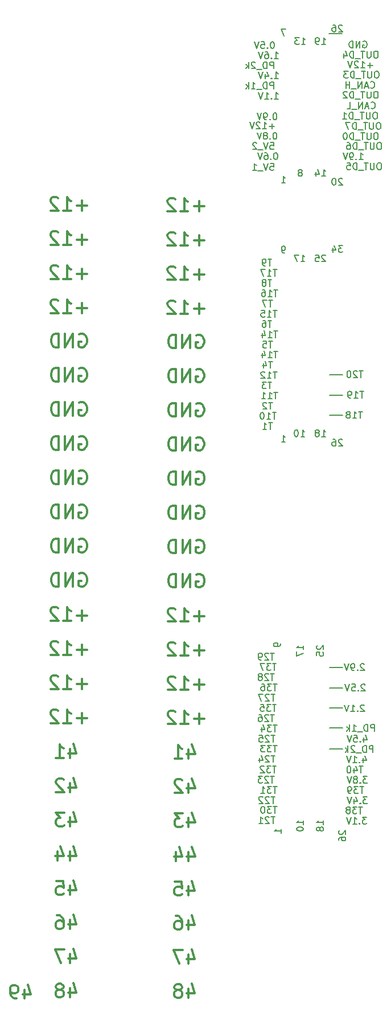
<source format=gbo>
G75*
G70*
%OFA0B0*%
%FSLAX25Y25*%
%IPPOS*%
%LPD*%
%AMOC8*
5,1,8,0,0,1.08239X$1,22.5*
%
%ADD30C,0.00591*%
%ADD31C,0.01181*%
X0000000Y0000000D02*
%LPD*%
G01*
D30*
X0674803Y0201969D02*
X0682283Y0201969D01*
X0674803Y0154331D02*
X0682283Y0154331D01*
X0674803Y0361417D02*
X0682283Y0361417D01*
X0674803Y0178346D02*
X0682283Y0178346D01*
X0674409Y0573031D02*
X0681890Y0573031D01*
X0674803Y0190157D02*
X0682283Y0190157D01*
X0674803Y0373228D02*
X0682283Y0373228D01*
X0674803Y0166535D02*
X0682283Y0166535D01*
X0674803Y0349606D02*
X0682283Y0349606D01*
D31*
X0601168Y0411958D02*
X0595169Y0411958D01*
X0598168Y0408958D02*
X0598168Y0414957D01*
X0587295Y0408958D02*
X0591794Y0408958D01*
X0589544Y0408958D02*
X0589544Y0416832D01*
X0589544Y0416832D02*
X0590294Y0415707D01*
X0590294Y0415707D02*
X0591044Y0414957D01*
X0591044Y0414957D02*
X0591794Y0414582D01*
X0584295Y0416082D02*
X0583920Y0416457D01*
X0583920Y0416457D02*
X0583170Y0416832D01*
X0583170Y0416832D02*
X0581295Y0416832D01*
X0581295Y0416832D02*
X0580546Y0416457D01*
X0580546Y0416457D02*
X0580171Y0416082D01*
X0580171Y0416082D02*
X0579796Y0415332D01*
X0579796Y0415332D02*
X0579796Y0414582D01*
X0579796Y0414582D02*
X0580171Y0413458D01*
X0580171Y0413458D02*
X0584670Y0408958D01*
X0584670Y0408958D02*
X0579796Y0408958D01*
D30*
X0694694Y0161070D02*
X0694694Y0158446D01*
X0695632Y0162570D02*
X0696569Y0159758D01*
X0696569Y0159758D02*
X0694132Y0159758D01*
X0692632Y0158821D02*
X0692445Y0158633D01*
X0692445Y0158633D02*
X0692632Y0158446D01*
X0692632Y0158446D02*
X0692820Y0158633D01*
X0692820Y0158633D02*
X0692632Y0158821D01*
X0692632Y0158821D02*
X0692632Y0158446D01*
X0688883Y0162383D02*
X0690757Y0162383D01*
X0690757Y0162383D02*
X0690945Y0160508D01*
X0690945Y0160508D02*
X0690757Y0160695D01*
X0690757Y0160695D02*
X0690382Y0160883D01*
X0690382Y0160883D02*
X0689445Y0160883D01*
X0689445Y0160883D02*
X0689070Y0160695D01*
X0689070Y0160695D02*
X0688883Y0160508D01*
X0688883Y0160508D02*
X0688695Y0160133D01*
X0688695Y0160133D02*
X0688695Y0159196D01*
X0688695Y0159196D02*
X0688883Y0158821D01*
X0688883Y0158821D02*
X0689070Y0158633D01*
X0689070Y0158633D02*
X0689445Y0158446D01*
X0689445Y0158446D02*
X0690382Y0158446D01*
X0690382Y0158446D02*
X0690757Y0158633D01*
X0690757Y0158633D02*
X0690945Y0158821D01*
X0687570Y0162383D02*
X0686258Y0158446D01*
X0686258Y0158446D02*
X0684946Y0162383D01*
X0642351Y0546635D02*
X0644601Y0546635D01*
X0643476Y0546635D02*
X0643476Y0550572D01*
X0643476Y0550572D02*
X0643851Y0550009D01*
X0643851Y0550009D02*
X0644226Y0549634D01*
X0644226Y0549634D02*
X0644601Y0549447D01*
X0640664Y0547010D02*
X0640476Y0546822D01*
X0640476Y0546822D02*
X0640664Y0546635D01*
X0640664Y0546635D02*
X0640851Y0546822D01*
X0640851Y0546822D02*
X0640664Y0547010D01*
X0640664Y0547010D02*
X0640664Y0546635D01*
X0637102Y0549259D02*
X0637102Y0546635D01*
X0638039Y0550759D02*
X0638976Y0547947D01*
X0638976Y0547947D02*
X0636539Y0547947D01*
X0635602Y0550572D02*
X0634289Y0546635D01*
X0634289Y0546635D02*
X0632977Y0550572D01*
X0643851Y0168387D02*
X0641601Y0168387D01*
X0642726Y0164450D02*
X0642726Y0168387D01*
X0640664Y0168387D02*
X0638226Y0168387D01*
X0638226Y0168387D02*
X0639539Y0166887D01*
X0639539Y0166887D02*
X0638976Y0166887D01*
X0638976Y0166887D02*
X0638601Y0166699D01*
X0638601Y0166699D02*
X0638414Y0166512D01*
X0638414Y0166512D02*
X0638226Y0166137D01*
X0638226Y0166137D02*
X0638226Y0165199D01*
X0638226Y0165199D02*
X0638414Y0164824D01*
X0638414Y0164824D02*
X0638601Y0164637D01*
X0638601Y0164637D02*
X0638976Y0164450D01*
X0638976Y0164450D02*
X0640101Y0164450D01*
X0640101Y0164450D02*
X0640476Y0164637D01*
X0640476Y0164637D02*
X0640664Y0164824D01*
X0634852Y0167074D02*
X0634852Y0164450D01*
X0635789Y0168574D02*
X0636727Y0165762D01*
X0636727Y0165762D02*
X0634289Y0165762D01*
X0700881Y0164745D02*
X0700881Y0168682D01*
X0700881Y0168682D02*
X0699381Y0168682D01*
X0699381Y0168682D02*
X0699006Y0168494D01*
X0699006Y0168494D02*
X0698819Y0168307D01*
X0698819Y0168307D02*
X0698631Y0167932D01*
X0698631Y0167932D02*
X0698631Y0167369D01*
X0698631Y0167369D02*
X0698819Y0166995D01*
X0698819Y0166995D02*
X0699006Y0166807D01*
X0699006Y0166807D02*
X0699381Y0166620D01*
X0699381Y0166620D02*
X0700881Y0166620D01*
X0696944Y0164745D02*
X0696944Y0168682D01*
X0696944Y0168682D02*
X0696007Y0168682D01*
X0696007Y0168682D02*
X0695444Y0168494D01*
X0695444Y0168494D02*
X0695069Y0168119D01*
X0695069Y0168119D02*
X0694882Y0167744D01*
X0694882Y0167744D02*
X0694694Y0166995D01*
X0694694Y0166995D02*
X0694694Y0166432D01*
X0694694Y0166432D02*
X0694882Y0165682D01*
X0694882Y0165682D02*
X0695069Y0165307D01*
X0695069Y0165307D02*
X0695444Y0164932D01*
X0695444Y0164932D02*
X0696007Y0164745D01*
X0696007Y0164745D02*
X0696944Y0164745D01*
X0693945Y0164370D02*
X0690945Y0164370D01*
X0687945Y0164745D02*
X0690195Y0164745D01*
X0689070Y0164745D02*
X0689070Y0168682D01*
X0689070Y0168682D02*
X0689445Y0168119D01*
X0689445Y0168119D02*
X0689820Y0167744D01*
X0689820Y0167744D02*
X0690195Y0167557D01*
X0686258Y0164745D02*
X0686258Y0168682D01*
X0685883Y0166245D02*
X0684758Y0164745D01*
X0684758Y0167369D02*
X0686258Y0165870D01*
D31*
X0532644Y0212410D02*
X0526645Y0212410D01*
X0529645Y0209411D02*
X0529645Y0215410D01*
X0518771Y0209411D02*
X0523271Y0209411D01*
X0521021Y0209411D02*
X0521021Y0217285D01*
X0521021Y0217285D02*
X0521771Y0216160D01*
X0521771Y0216160D02*
X0522521Y0215410D01*
X0522521Y0215410D02*
X0523271Y0215035D01*
X0515771Y0216535D02*
X0515397Y0216910D01*
X0515397Y0216910D02*
X0514647Y0217285D01*
X0514647Y0217285D02*
X0512772Y0217285D01*
X0512772Y0217285D02*
X0512022Y0216910D01*
X0512022Y0216910D02*
X0511647Y0216535D01*
X0511647Y0216535D02*
X0511272Y0215785D01*
X0511272Y0215785D02*
X0511272Y0215035D01*
X0511272Y0215035D02*
X0511647Y0213910D01*
X0511647Y0213910D02*
X0516146Y0209411D01*
X0516146Y0209411D02*
X0511272Y0209411D01*
X0596767Y0276378D02*
X0597517Y0276753D01*
X0597517Y0276753D02*
X0598642Y0276753D01*
X0598642Y0276753D02*
X0599767Y0276378D01*
X0599767Y0276378D02*
X0600516Y0275629D01*
X0600516Y0275629D02*
X0600891Y0274879D01*
X0600891Y0274879D02*
X0601266Y0273379D01*
X0601266Y0273379D02*
X0601266Y0272254D01*
X0601266Y0272254D02*
X0600891Y0270754D01*
X0600891Y0270754D02*
X0600516Y0270004D01*
X0600516Y0270004D02*
X0599767Y0269254D01*
X0599767Y0269254D02*
X0598642Y0268879D01*
X0598642Y0268879D02*
X0597892Y0268879D01*
X0597892Y0268879D02*
X0596767Y0269254D01*
X0596767Y0269254D02*
X0596392Y0269629D01*
X0596392Y0269629D02*
X0596392Y0272254D01*
X0596392Y0272254D02*
X0597892Y0272254D01*
X0593017Y0268879D02*
X0593017Y0276753D01*
X0593017Y0276753D02*
X0588518Y0268879D01*
X0588518Y0268879D02*
X0588518Y0276753D01*
X0584768Y0268879D02*
X0584768Y0276753D01*
X0584768Y0276753D02*
X0582894Y0276753D01*
X0582894Y0276753D02*
X0581769Y0276378D01*
X0581769Y0276378D02*
X0581019Y0275629D01*
X0581019Y0275629D02*
X0580644Y0274879D01*
X0580644Y0274879D02*
X0580269Y0273379D01*
X0580269Y0273379D02*
X0580269Y0272254D01*
X0580269Y0272254D02*
X0580644Y0270754D01*
X0580644Y0270754D02*
X0581019Y0270004D01*
X0581019Y0270004D02*
X0581769Y0269254D01*
X0581769Y0269254D02*
X0582894Y0268879D01*
X0582894Y0268879D02*
X0584768Y0268879D01*
X0596669Y0356457D02*
X0597418Y0356832D01*
X0597418Y0356832D02*
X0598543Y0356832D01*
X0598543Y0356832D02*
X0599668Y0356457D01*
X0599668Y0356457D02*
X0600418Y0355707D01*
X0600418Y0355707D02*
X0600793Y0354957D01*
X0600793Y0354957D02*
X0601168Y0353458D01*
X0601168Y0353458D02*
X0601168Y0352333D01*
X0601168Y0352333D02*
X0600793Y0350833D01*
X0600793Y0350833D02*
X0600418Y0350083D01*
X0600418Y0350083D02*
X0599668Y0349333D01*
X0599668Y0349333D02*
X0598543Y0348958D01*
X0598543Y0348958D02*
X0597793Y0348958D01*
X0597793Y0348958D02*
X0596669Y0349333D01*
X0596669Y0349333D02*
X0596294Y0349708D01*
X0596294Y0349708D02*
X0596294Y0352333D01*
X0596294Y0352333D02*
X0597793Y0352333D01*
X0592919Y0348958D02*
X0592919Y0356832D01*
X0592919Y0356832D02*
X0588420Y0348958D01*
X0588420Y0348958D02*
X0588420Y0356832D01*
X0584670Y0348958D02*
X0584670Y0356832D01*
X0584670Y0356832D02*
X0582795Y0356832D01*
X0582795Y0356832D02*
X0581670Y0356457D01*
X0581670Y0356457D02*
X0580921Y0355707D01*
X0580921Y0355707D02*
X0580546Y0354957D01*
X0580546Y0354957D02*
X0580171Y0353458D01*
X0580171Y0353458D02*
X0580171Y0352333D01*
X0580171Y0352333D02*
X0580546Y0350833D01*
X0580546Y0350833D02*
X0580921Y0350083D01*
X0580921Y0350083D02*
X0581670Y0349333D01*
X0581670Y0349333D02*
X0582795Y0348958D01*
X0582795Y0348958D02*
X0584670Y0348958D01*
D30*
X0643851Y0132461D02*
X0641601Y0132461D01*
X0642726Y0128524D02*
X0642726Y0132461D01*
X0640664Y0132461D02*
X0638226Y0132461D01*
X0638226Y0132461D02*
X0639539Y0130962D01*
X0639539Y0130962D02*
X0638976Y0130962D01*
X0638976Y0130962D02*
X0638601Y0130774D01*
X0638601Y0130774D02*
X0638414Y0130587D01*
X0638414Y0130587D02*
X0638226Y0130212D01*
X0638226Y0130212D02*
X0638226Y0129274D01*
X0638226Y0129274D02*
X0638414Y0128899D01*
X0638414Y0128899D02*
X0638601Y0128712D01*
X0638601Y0128712D02*
X0638976Y0128524D01*
X0638976Y0128524D02*
X0640101Y0128524D01*
X0640101Y0128524D02*
X0640476Y0128712D01*
X0640476Y0128712D02*
X0640664Y0128899D01*
X0634477Y0128524D02*
X0636727Y0128524D01*
X0635602Y0128524D02*
X0635602Y0132461D01*
X0635602Y0132461D02*
X0635977Y0131899D01*
X0635977Y0131899D02*
X0636352Y0131524D01*
X0636352Y0131524D02*
X0636727Y0131336D01*
X0643851Y0192402D02*
X0641601Y0192402D01*
X0642726Y0188465D02*
X0642726Y0192402D01*
X0640664Y0192402D02*
X0638226Y0192402D01*
X0638226Y0192402D02*
X0639539Y0190902D01*
X0639539Y0190902D02*
X0638976Y0190902D01*
X0638976Y0190902D02*
X0638601Y0190715D01*
X0638601Y0190715D02*
X0638414Y0190528D01*
X0638414Y0190528D02*
X0638226Y0190153D01*
X0638226Y0190153D02*
X0638226Y0189215D01*
X0638226Y0189215D02*
X0638414Y0188840D01*
X0638414Y0188840D02*
X0638601Y0188653D01*
X0638601Y0188653D02*
X0638976Y0188465D01*
X0638976Y0188465D02*
X0640101Y0188465D01*
X0640101Y0188465D02*
X0640476Y0188653D01*
X0640476Y0188653D02*
X0640664Y0188840D01*
X0634852Y0192402D02*
X0635602Y0192402D01*
X0635602Y0192402D02*
X0635977Y0192215D01*
X0635977Y0192215D02*
X0636164Y0192027D01*
X0636164Y0192027D02*
X0636539Y0191465D01*
X0636539Y0191465D02*
X0636727Y0190715D01*
X0636727Y0190715D02*
X0636727Y0189215D01*
X0636727Y0189215D02*
X0636539Y0188840D01*
X0636539Y0188840D02*
X0636352Y0188653D01*
X0636352Y0188653D02*
X0635977Y0188465D01*
X0635977Y0188465D02*
X0635227Y0188465D01*
X0635227Y0188465D02*
X0634852Y0188653D01*
X0634852Y0188653D02*
X0634664Y0188840D01*
X0634664Y0188840D02*
X0634477Y0189215D01*
X0634477Y0189215D02*
X0634477Y0190153D01*
X0634477Y0190153D02*
X0634664Y0190528D01*
X0634664Y0190528D02*
X0634852Y0190715D01*
X0634852Y0190715D02*
X0635227Y0190902D01*
X0635227Y0190902D02*
X0635977Y0190902D01*
X0635977Y0190902D02*
X0636352Y0190715D01*
X0636352Y0190715D02*
X0636539Y0190528D01*
X0636539Y0190528D02*
X0636727Y0190153D01*
D31*
X0528046Y0356989D02*
X0528796Y0357364D01*
X0528796Y0357364D02*
X0529921Y0357364D01*
X0529921Y0357364D02*
X0531046Y0356989D01*
X0531046Y0356989D02*
X0531796Y0356239D01*
X0531796Y0356239D02*
X0532171Y0355489D01*
X0532171Y0355489D02*
X0532546Y0353989D01*
X0532546Y0353989D02*
X0532546Y0352864D01*
X0532546Y0352864D02*
X0532171Y0351364D01*
X0532171Y0351364D02*
X0531796Y0350614D01*
X0531796Y0350614D02*
X0531046Y0349865D01*
X0531046Y0349865D02*
X0529921Y0349490D01*
X0529921Y0349490D02*
X0529171Y0349490D01*
X0529171Y0349490D02*
X0528046Y0349865D01*
X0528046Y0349865D02*
X0527672Y0350240D01*
X0527672Y0350240D02*
X0527672Y0352864D01*
X0527672Y0352864D02*
X0529171Y0352864D01*
X0524297Y0349490D02*
X0524297Y0357364D01*
X0524297Y0357364D02*
X0519798Y0349490D01*
X0519798Y0349490D02*
X0519798Y0357364D01*
X0516048Y0349490D02*
X0516048Y0357364D01*
X0516048Y0357364D02*
X0514173Y0357364D01*
X0514173Y0357364D02*
X0513048Y0356989D01*
X0513048Y0356989D02*
X0512298Y0356239D01*
X0512298Y0356239D02*
X0511924Y0355489D01*
X0511924Y0355489D02*
X0511549Y0353989D01*
X0511549Y0353989D02*
X0511549Y0352864D01*
X0511549Y0352864D02*
X0511924Y0351364D01*
X0511924Y0351364D02*
X0512298Y0350614D01*
X0512298Y0350614D02*
X0513048Y0349865D01*
X0513048Y0349865D02*
X0514173Y0349490D01*
X0514173Y0349490D02*
X0516048Y0349490D01*
D30*
X0640795Y0429115D02*
X0638545Y0429115D01*
X0639670Y0425178D02*
X0639670Y0429115D01*
X0636670Y0427428D02*
X0637045Y0427615D01*
X0637045Y0427615D02*
X0637233Y0427803D01*
X0637233Y0427803D02*
X0637420Y0428178D01*
X0637420Y0428178D02*
X0637420Y0428365D01*
X0637420Y0428365D02*
X0637233Y0428740D01*
X0637233Y0428740D02*
X0637045Y0428927D01*
X0637045Y0428927D02*
X0636670Y0429115D01*
X0636670Y0429115D02*
X0635921Y0429115D01*
X0635921Y0429115D02*
X0635546Y0428927D01*
X0635546Y0428927D02*
X0635358Y0428740D01*
X0635358Y0428740D02*
X0635171Y0428365D01*
X0635171Y0428365D02*
X0635171Y0428178D01*
X0635171Y0428178D02*
X0635358Y0427803D01*
X0635358Y0427803D02*
X0635546Y0427615D01*
X0635546Y0427615D02*
X0635921Y0427428D01*
X0635921Y0427428D02*
X0636670Y0427428D01*
X0636670Y0427428D02*
X0637045Y0427240D01*
X0637045Y0427240D02*
X0637233Y0427053D01*
X0637233Y0427053D02*
X0637420Y0426678D01*
X0637420Y0426678D02*
X0637420Y0425928D01*
X0637420Y0425928D02*
X0637233Y0425553D01*
X0637233Y0425553D02*
X0637045Y0425365D01*
X0637045Y0425365D02*
X0636670Y0425178D01*
X0636670Y0425178D02*
X0635921Y0425178D01*
X0635921Y0425178D02*
X0635546Y0425365D01*
X0635546Y0425365D02*
X0635358Y0425553D01*
X0635358Y0425553D02*
X0635171Y0425928D01*
X0635171Y0425928D02*
X0635171Y0426678D01*
X0635171Y0426678D02*
X0635358Y0427053D01*
X0635358Y0427053D02*
X0635546Y0427240D01*
X0635546Y0427240D02*
X0635921Y0427428D01*
D31*
X0532546Y0452489D02*
X0526547Y0452489D01*
X0529546Y0449490D02*
X0529546Y0455489D01*
X0518673Y0449490D02*
X0523172Y0449490D01*
X0520922Y0449490D02*
X0520922Y0457364D01*
X0520922Y0457364D02*
X0521672Y0456239D01*
X0521672Y0456239D02*
X0522422Y0455489D01*
X0522422Y0455489D02*
X0523172Y0455114D01*
X0515673Y0456614D02*
X0515298Y0456989D01*
X0515298Y0456989D02*
X0514548Y0457364D01*
X0514548Y0457364D02*
X0512673Y0457364D01*
X0512673Y0457364D02*
X0511924Y0456989D01*
X0511924Y0456989D02*
X0511549Y0456614D01*
X0511549Y0456614D02*
X0511174Y0455864D01*
X0511174Y0455864D02*
X0511174Y0455114D01*
X0511174Y0455114D02*
X0511549Y0453989D01*
X0511549Y0453989D02*
X0516048Y0449490D01*
X0516048Y0449490D02*
X0511174Y0449490D01*
D30*
X0643457Y0204410D02*
X0641207Y0204410D01*
X0642332Y0200473D02*
X0642332Y0204410D01*
X0640270Y0204410D02*
X0637833Y0204410D01*
X0637833Y0204410D02*
X0639145Y0202910D01*
X0639145Y0202910D02*
X0638583Y0202910D01*
X0638583Y0202910D02*
X0638208Y0202723D01*
X0638208Y0202723D02*
X0638020Y0202535D01*
X0638020Y0202535D02*
X0637833Y0202160D01*
X0637833Y0202160D02*
X0637833Y0201223D01*
X0637833Y0201223D02*
X0638020Y0200848D01*
X0638020Y0200848D02*
X0638208Y0200661D01*
X0638208Y0200661D02*
X0638583Y0200473D01*
X0638583Y0200473D02*
X0639708Y0200473D01*
X0639708Y0200473D02*
X0640082Y0200661D01*
X0640082Y0200661D02*
X0640270Y0200848D01*
X0636520Y0204410D02*
X0633896Y0204410D01*
X0633896Y0204410D02*
X0635583Y0200473D01*
D31*
X0601168Y0451958D02*
X0595169Y0451958D01*
X0598168Y0448958D02*
X0598168Y0454957D01*
X0587295Y0448958D02*
X0591794Y0448958D01*
X0589544Y0448958D02*
X0589544Y0456832D01*
X0589544Y0456832D02*
X0590294Y0455707D01*
X0590294Y0455707D02*
X0591044Y0454957D01*
X0591044Y0454957D02*
X0591794Y0454582D01*
X0584295Y0456082D02*
X0583920Y0456457D01*
X0583920Y0456457D02*
X0583170Y0456832D01*
X0583170Y0456832D02*
X0581295Y0456832D01*
X0581295Y0456832D02*
X0580546Y0456457D01*
X0580546Y0456457D02*
X0580171Y0456082D01*
X0580171Y0456082D02*
X0579796Y0455332D01*
X0579796Y0455332D02*
X0579796Y0454582D01*
X0579796Y0454582D02*
X0580171Y0453458D01*
X0580171Y0453458D02*
X0584670Y0448958D01*
X0584670Y0448958D02*
X0579796Y0448958D01*
X0601266Y0211879D02*
X0595267Y0211879D01*
X0598267Y0208879D02*
X0598267Y0214879D01*
X0587393Y0208879D02*
X0591893Y0208879D01*
X0589643Y0208879D02*
X0589643Y0216753D01*
X0589643Y0216753D02*
X0590393Y0215629D01*
X0590393Y0215629D02*
X0591143Y0214879D01*
X0591143Y0214879D02*
X0591893Y0214504D01*
X0584394Y0216003D02*
X0584019Y0216378D01*
X0584019Y0216378D02*
X0583269Y0216753D01*
X0583269Y0216753D02*
X0581394Y0216753D01*
X0581394Y0216753D02*
X0580644Y0216378D01*
X0580644Y0216378D02*
X0580269Y0216003D01*
X0580269Y0216003D02*
X0579894Y0215254D01*
X0579894Y0215254D02*
X0579894Y0214504D01*
X0579894Y0214504D02*
X0580269Y0213379D01*
X0580269Y0213379D02*
X0584768Y0208879D01*
X0584768Y0208879D02*
X0579894Y0208879D01*
D30*
X0642276Y0138465D02*
X0640026Y0138465D01*
X0641151Y0134528D02*
X0641151Y0138465D01*
X0638901Y0138090D02*
X0638714Y0138278D01*
X0638714Y0138278D02*
X0638339Y0138465D01*
X0638339Y0138465D02*
X0637402Y0138465D01*
X0637402Y0138465D02*
X0637027Y0138278D01*
X0637027Y0138278D02*
X0636839Y0138090D01*
X0636839Y0138090D02*
X0636652Y0137715D01*
X0636652Y0137715D02*
X0636652Y0137340D01*
X0636652Y0137340D02*
X0636839Y0136778D01*
X0636839Y0136778D02*
X0639089Y0134528D01*
X0639089Y0134528D02*
X0636652Y0134528D01*
X0635339Y0138465D02*
X0632902Y0138465D01*
X0632902Y0138465D02*
X0634214Y0136965D01*
X0634214Y0136965D02*
X0633652Y0136965D01*
X0633652Y0136965D02*
X0633277Y0136778D01*
X0633277Y0136778D02*
X0633090Y0136591D01*
X0633090Y0136591D02*
X0632902Y0136216D01*
X0632902Y0136216D02*
X0632902Y0135278D01*
X0632902Y0135278D02*
X0633090Y0134903D01*
X0633090Y0134903D02*
X0633277Y0134716D01*
X0633277Y0134716D02*
X0633652Y0134528D01*
X0633652Y0134528D02*
X0634777Y0134528D01*
X0634777Y0134528D02*
X0635152Y0134716D01*
X0635152Y0134716D02*
X0635339Y0134903D01*
D31*
X0522722Y0134345D02*
X0522722Y0129096D01*
X0524597Y0137345D02*
X0526472Y0131721D01*
X0526472Y0131721D02*
X0521597Y0131721D01*
X0518973Y0136220D02*
X0518598Y0136595D01*
X0518598Y0136595D02*
X0517848Y0136970D01*
X0517848Y0136970D02*
X0515973Y0136970D01*
X0515973Y0136970D02*
X0515223Y0136595D01*
X0515223Y0136595D02*
X0514848Y0136220D01*
X0514848Y0136220D02*
X0514473Y0135470D01*
X0514473Y0135470D02*
X0514473Y0134720D01*
X0514473Y0134720D02*
X0514848Y0133595D01*
X0514848Y0133595D02*
X0519348Y0129096D01*
X0519348Y0129096D02*
X0514473Y0129096D01*
D30*
X0694994Y0179823D02*
X0694807Y0180010D01*
X0694807Y0180010D02*
X0694432Y0180198D01*
X0694432Y0180198D02*
X0693495Y0180198D01*
X0693495Y0180198D02*
X0693120Y0180010D01*
X0693120Y0180010D02*
X0692932Y0179823D01*
X0692932Y0179823D02*
X0692745Y0179448D01*
X0692745Y0179448D02*
X0692745Y0179073D01*
X0692745Y0179073D02*
X0692932Y0178510D01*
X0692932Y0178510D02*
X0695182Y0176261D01*
X0695182Y0176261D02*
X0692745Y0176261D01*
X0691057Y0176636D02*
X0690870Y0176448D01*
X0690870Y0176448D02*
X0691057Y0176261D01*
X0691057Y0176261D02*
X0691245Y0176448D01*
X0691245Y0176448D02*
X0691057Y0176636D01*
X0691057Y0176636D02*
X0691057Y0176261D01*
X0687120Y0176261D02*
X0689370Y0176261D01*
X0688245Y0176261D02*
X0688245Y0180198D01*
X0688245Y0180198D02*
X0688620Y0179635D01*
X0688620Y0179635D02*
X0688995Y0179260D01*
X0688995Y0179260D02*
X0689370Y0179073D01*
X0685995Y0180198D02*
X0684683Y0176261D01*
X0684683Y0176261D02*
X0683371Y0180198D01*
D31*
X0528145Y0276910D02*
X0528895Y0277285D01*
X0528895Y0277285D02*
X0530020Y0277285D01*
X0530020Y0277285D02*
X0531145Y0276910D01*
X0531145Y0276910D02*
X0531894Y0276160D01*
X0531894Y0276160D02*
X0532269Y0275410D01*
X0532269Y0275410D02*
X0532644Y0273910D01*
X0532644Y0273910D02*
X0532644Y0272785D01*
X0532644Y0272785D02*
X0532269Y0271286D01*
X0532269Y0271286D02*
X0531894Y0270536D01*
X0531894Y0270536D02*
X0531145Y0269786D01*
X0531145Y0269786D02*
X0530020Y0269411D01*
X0530020Y0269411D02*
X0529270Y0269411D01*
X0529270Y0269411D02*
X0528145Y0269786D01*
X0528145Y0269786D02*
X0527770Y0270161D01*
X0527770Y0270161D02*
X0527770Y0272785D01*
X0527770Y0272785D02*
X0529270Y0272785D01*
X0524395Y0269411D02*
X0524395Y0277285D01*
X0524395Y0277285D02*
X0519896Y0269411D01*
X0519896Y0269411D02*
X0519896Y0277285D01*
X0516146Y0269411D02*
X0516146Y0277285D01*
X0516146Y0277285D02*
X0514272Y0277285D01*
X0514272Y0277285D02*
X0513147Y0276910D01*
X0513147Y0276910D02*
X0512397Y0276160D01*
X0512397Y0276160D02*
X0512022Y0275410D01*
X0512022Y0275410D02*
X0511647Y0273910D01*
X0511647Y0273910D02*
X0511647Y0272785D01*
X0511647Y0272785D02*
X0512022Y0271286D01*
X0512022Y0271286D02*
X0512397Y0270536D01*
X0512397Y0270536D02*
X0513147Y0269786D01*
X0513147Y0269786D02*
X0514272Y0269411D01*
X0514272Y0269411D02*
X0516146Y0269411D01*
X0601168Y0471958D02*
X0595169Y0471958D01*
X0598168Y0468958D02*
X0598168Y0474957D01*
X0587295Y0468958D02*
X0591794Y0468958D01*
X0589544Y0468958D02*
X0589544Y0476832D01*
X0589544Y0476832D02*
X0590294Y0475707D01*
X0590294Y0475707D02*
X0591044Y0474957D01*
X0591044Y0474957D02*
X0591794Y0474582D01*
X0584295Y0476082D02*
X0583920Y0476457D01*
X0583920Y0476457D02*
X0583170Y0476832D01*
X0583170Y0476832D02*
X0581295Y0476832D01*
X0581295Y0476832D02*
X0580546Y0476457D01*
X0580546Y0476457D02*
X0580171Y0476082D01*
X0580171Y0476082D02*
X0579796Y0475332D01*
X0579796Y0475332D02*
X0579796Y0474582D01*
X0579796Y0474582D02*
X0580171Y0473458D01*
X0580171Y0473458D02*
X0584670Y0468958D01*
X0584670Y0468958D02*
X0579796Y0468958D01*
D30*
X0643851Y0411103D02*
X0641601Y0411103D01*
X0642726Y0407166D02*
X0642726Y0411103D01*
X0638226Y0407166D02*
X0640476Y0407166D01*
X0639351Y0407166D02*
X0639351Y0411103D01*
X0639351Y0411103D02*
X0639726Y0410541D01*
X0639726Y0410541D02*
X0640101Y0410166D01*
X0640101Y0410166D02*
X0640476Y0409978D01*
X0634664Y0411103D02*
X0636539Y0411103D01*
X0636539Y0411103D02*
X0636727Y0409228D01*
X0636727Y0409228D02*
X0636539Y0409416D01*
X0636539Y0409416D02*
X0636164Y0409603D01*
X0636164Y0409603D02*
X0635227Y0409603D01*
X0635227Y0409603D02*
X0634852Y0409416D01*
X0634852Y0409416D02*
X0634664Y0409228D01*
X0634664Y0409228D02*
X0634477Y0408853D01*
X0634477Y0408853D02*
X0634477Y0407916D01*
X0634477Y0407916D02*
X0634664Y0407541D01*
X0634664Y0407541D02*
X0634852Y0407354D01*
X0634852Y0407354D02*
X0635227Y0407166D01*
X0635227Y0407166D02*
X0636164Y0407166D01*
X0636164Y0407166D02*
X0636539Y0407354D01*
X0636539Y0407354D02*
X0636727Y0407541D01*
X0704162Y0509233D02*
X0703412Y0509233D01*
X0703412Y0509233D02*
X0703037Y0509046D01*
X0703037Y0509046D02*
X0702662Y0508671D01*
X0702662Y0508671D02*
X0702475Y0507921D01*
X0702475Y0507921D02*
X0702475Y0506608D01*
X0702475Y0506608D02*
X0702662Y0505858D01*
X0702662Y0505858D02*
X0703037Y0505483D01*
X0703037Y0505483D02*
X0703412Y0505296D01*
X0703412Y0505296D02*
X0704162Y0505296D01*
X0704162Y0505296D02*
X0704537Y0505483D01*
X0704537Y0505483D02*
X0704912Y0505858D01*
X0704912Y0505858D02*
X0705099Y0506608D01*
X0705099Y0506608D02*
X0705099Y0507921D01*
X0705099Y0507921D02*
X0704912Y0508671D01*
X0704912Y0508671D02*
X0704537Y0509046D01*
X0704537Y0509046D02*
X0704162Y0509233D01*
X0700787Y0509233D02*
X0700787Y0506046D01*
X0700787Y0506046D02*
X0700600Y0505671D01*
X0700600Y0505671D02*
X0700412Y0505483D01*
X0700412Y0505483D02*
X0700037Y0505296D01*
X0700037Y0505296D02*
X0699288Y0505296D01*
X0699288Y0505296D02*
X0698913Y0505483D01*
X0698913Y0505483D02*
X0698725Y0505671D01*
X0698725Y0505671D02*
X0698538Y0506046D01*
X0698538Y0506046D02*
X0698538Y0509233D01*
X0697225Y0509233D02*
X0694976Y0509233D01*
X0696100Y0505296D02*
X0696100Y0509233D01*
X0694601Y0504921D02*
X0691601Y0504921D01*
X0690664Y0505296D02*
X0690664Y0509233D01*
X0690664Y0509233D02*
X0689726Y0509233D01*
X0689726Y0509233D02*
X0689164Y0509046D01*
X0689164Y0509046D02*
X0688789Y0508671D01*
X0688789Y0508671D02*
X0688601Y0508296D01*
X0688601Y0508296D02*
X0688414Y0507546D01*
X0688414Y0507546D02*
X0688414Y0506983D01*
X0688414Y0506983D02*
X0688601Y0506233D01*
X0688601Y0506233D02*
X0688789Y0505858D01*
X0688789Y0505858D02*
X0689164Y0505483D01*
X0689164Y0505483D02*
X0689726Y0505296D01*
X0689726Y0505296D02*
X0690664Y0505296D01*
X0685039Y0509233D02*
X0685789Y0509233D01*
X0685789Y0509233D02*
X0686164Y0509046D01*
X0686164Y0509046D02*
X0686352Y0508858D01*
X0686352Y0508858D02*
X0686727Y0508296D01*
X0686727Y0508296D02*
X0686914Y0507546D01*
X0686914Y0507546D02*
X0686914Y0506046D01*
X0686914Y0506046D02*
X0686727Y0505671D01*
X0686727Y0505671D02*
X0686539Y0505483D01*
X0686539Y0505483D02*
X0686164Y0505296D01*
X0686164Y0505296D02*
X0685414Y0505296D01*
X0685414Y0505296D02*
X0685039Y0505483D01*
X0685039Y0505483D02*
X0684852Y0505671D01*
X0684852Y0505671D02*
X0684664Y0506046D01*
X0684664Y0506046D02*
X0684664Y0506983D01*
X0684664Y0506983D02*
X0684852Y0507358D01*
X0684852Y0507358D02*
X0685039Y0507546D01*
X0685039Y0507546D02*
X0685414Y0507733D01*
X0685414Y0507733D02*
X0686164Y0507733D01*
X0686164Y0507733D02*
X0686539Y0507546D01*
X0686539Y0507546D02*
X0686727Y0507358D01*
X0686727Y0507358D02*
X0686914Y0506983D01*
D31*
X0592013Y0053952D02*
X0592013Y0048702D01*
X0593888Y0056951D02*
X0595763Y0051327D01*
X0595763Y0051327D02*
X0590889Y0051327D01*
X0584514Y0056576D02*
X0586014Y0056576D01*
X0586014Y0056576D02*
X0586764Y0056201D01*
X0586764Y0056201D02*
X0587139Y0055826D01*
X0587139Y0055826D02*
X0587889Y0054701D01*
X0587889Y0054701D02*
X0588264Y0053202D01*
X0588264Y0053202D02*
X0588264Y0050202D01*
X0588264Y0050202D02*
X0587889Y0049452D01*
X0587889Y0049452D02*
X0587514Y0049077D01*
X0587514Y0049077D02*
X0586764Y0048702D01*
X0586764Y0048702D02*
X0585264Y0048702D01*
X0585264Y0048702D02*
X0584514Y0049077D01*
X0584514Y0049077D02*
X0584139Y0049452D01*
X0584139Y0049452D02*
X0583765Y0050202D01*
X0583765Y0050202D02*
X0583765Y0052077D01*
X0583765Y0052077D02*
X0584139Y0052827D01*
X0584139Y0052827D02*
X0584514Y0053202D01*
X0584514Y0053202D02*
X0585264Y0053577D01*
X0585264Y0053577D02*
X0586764Y0053577D01*
X0586764Y0053577D02*
X0587514Y0053202D01*
X0587514Y0053202D02*
X0587889Y0052827D01*
X0587889Y0052827D02*
X0588264Y0052077D01*
X0528145Y0296910D02*
X0528895Y0297285D01*
X0528895Y0297285D02*
X0530020Y0297285D01*
X0530020Y0297285D02*
X0531145Y0296910D01*
X0531145Y0296910D02*
X0531894Y0296160D01*
X0531894Y0296160D02*
X0532269Y0295410D01*
X0532269Y0295410D02*
X0532644Y0293910D01*
X0532644Y0293910D02*
X0532644Y0292785D01*
X0532644Y0292785D02*
X0532269Y0291286D01*
X0532269Y0291286D02*
X0531894Y0290536D01*
X0531894Y0290536D02*
X0531145Y0289786D01*
X0531145Y0289786D02*
X0530020Y0289411D01*
X0530020Y0289411D02*
X0529270Y0289411D01*
X0529270Y0289411D02*
X0528145Y0289786D01*
X0528145Y0289786D02*
X0527770Y0290161D01*
X0527770Y0290161D02*
X0527770Y0292785D01*
X0527770Y0292785D02*
X0529270Y0292785D01*
X0524395Y0289411D02*
X0524395Y0297285D01*
X0524395Y0297285D02*
X0519896Y0289411D01*
X0519896Y0289411D02*
X0519896Y0297285D01*
X0516146Y0289411D02*
X0516146Y0297285D01*
X0516146Y0297285D02*
X0514272Y0297285D01*
X0514272Y0297285D02*
X0513147Y0296910D01*
X0513147Y0296910D02*
X0512397Y0296160D01*
X0512397Y0296160D02*
X0512022Y0295410D01*
X0512022Y0295410D02*
X0511647Y0293910D01*
X0511647Y0293910D02*
X0511647Y0292785D01*
X0511647Y0292785D02*
X0512022Y0291286D01*
X0512022Y0291286D02*
X0512397Y0290536D01*
X0512397Y0290536D02*
X0513147Y0289786D01*
X0513147Y0289786D02*
X0514272Y0289411D01*
X0514272Y0289411D02*
X0516146Y0289411D01*
X0528046Y0336989D02*
X0528796Y0337364D01*
X0528796Y0337364D02*
X0529921Y0337364D01*
X0529921Y0337364D02*
X0531046Y0336989D01*
X0531046Y0336989D02*
X0531796Y0336239D01*
X0531796Y0336239D02*
X0532171Y0335489D01*
X0532171Y0335489D02*
X0532546Y0333989D01*
X0532546Y0333989D02*
X0532546Y0332864D01*
X0532546Y0332864D02*
X0532171Y0331364D01*
X0532171Y0331364D02*
X0531796Y0330614D01*
X0531796Y0330614D02*
X0531046Y0329865D01*
X0531046Y0329865D02*
X0529921Y0329490D01*
X0529921Y0329490D02*
X0529171Y0329490D01*
X0529171Y0329490D02*
X0528046Y0329865D01*
X0528046Y0329865D02*
X0527672Y0330240D01*
X0527672Y0330240D02*
X0527672Y0332864D01*
X0527672Y0332864D02*
X0529171Y0332864D01*
X0524297Y0329490D02*
X0524297Y0337364D01*
X0524297Y0337364D02*
X0519798Y0329490D01*
X0519798Y0329490D02*
X0519798Y0337364D01*
X0516048Y0329490D02*
X0516048Y0337364D01*
X0516048Y0337364D02*
X0514173Y0337364D01*
X0514173Y0337364D02*
X0513048Y0336989D01*
X0513048Y0336989D02*
X0512298Y0336239D01*
X0512298Y0336239D02*
X0511924Y0335489D01*
X0511924Y0335489D02*
X0511549Y0333989D01*
X0511549Y0333989D02*
X0511549Y0332864D01*
X0511549Y0332864D02*
X0511924Y0331364D01*
X0511924Y0331364D02*
X0512298Y0330614D01*
X0512298Y0330614D02*
X0513048Y0329865D01*
X0513048Y0329865D02*
X0514173Y0329490D01*
X0514173Y0329490D02*
X0516048Y0329490D01*
X0601266Y0231879D02*
X0595267Y0231879D01*
X0598267Y0228879D02*
X0598267Y0234879D01*
X0587393Y0228879D02*
X0591893Y0228879D01*
X0589643Y0228879D02*
X0589643Y0236753D01*
X0589643Y0236753D02*
X0590393Y0235629D01*
X0590393Y0235629D02*
X0591143Y0234879D01*
X0591143Y0234879D02*
X0591893Y0234504D01*
X0584394Y0236003D02*
X0584019Y0236378D01*
X0584019Y0236378D02*
X0583269Y0236753D01*
X0583269Y0236753D02*
X0581394Y0236753D01*
X0581394Y0236753D02*
X0580644Y0236378D01*
X0580644Y0236378D02*
X0580269Y0236003D01*
X0580269Y0236003D02*
X0579894Y0235254D01*
X0579894Y0235254D02*
X0579894Y0234504D01*
X0579894Y0234504D02*
X0580269Y0233379D01*
X0580269Y0233379D02*
X0584768Y0228879D01*
X0584768Y0228879D02*
X0579894Y0228879D01*
D30*
X0643457Y0180394D02*
X0641207Y0180394D01*
X0642332Y0176457D02*
X0642332Y0180394D01*
X0640270Y0180394D02*
X0637833Y0180394D01*
X0637833Y0180394D02*
X0639145Y0178895D01*
X0639145Y0178895D02*
X0638583Y0178895D01*
X0638583Y0178895D02*
X0638208Y0178707D01*
X0638208Y0178707D02*
X0638020Y0178520D01*
X0638020Y0178520D02*
X0637833Y0178145D01*
X0637833Y0178145D02*
X0637833Y0177207D01*
X0637833Y0177207D02*
X0638020Y0176832D01*
X0638020Y0176832D02*
X0638208Y0176645D01*
X0638208Y0176645D02*
X0638583Y0176457D01*
X0638583Y0176457D02*
X0639708Y0176457D01*
X0639708Y0176457D02*
X0640082Y0176645D01*
X0640082Y0176645D02*
X0640270Y0176832D01*
X0634271Y0180394D02*
X0636145Y0180394D01*
X0636145Y0180394D02*
X0636333Y0178520D01*
X0636333Y0178520D02*
X0636145Y0178707D01*
X0636145Y0178707D02*
X0635771Y0178895D01*
X0635771Y0178895D02*
X0634833Y0178895D01*
X0634833Y0178895D02*
X0634458Y0178707D01*
X0634458Y0178707D02*
X0634271Y0178520D01*
X0634271Y0178520D02*
X0634083Y0178145D01*
X0634083Y0178145D02*
X0634083Y0177207D01*
X0634083Y0177207D02*
X0634271Y0176832D01*
X0634271Y0176832D02*
X0634458Y0176645D01*
X0634458Y0176645D02*
X0634833Y0176457D01*
X0634833Y0176457D02*
X0635771Y0176457D01*
X0635771Y0176457D02*
X0636145Y0176645D01*
X0636145Y0176645D02*
X0636333Y0176832D01*
X0642670Y0162383D02*
X0640420Y0162383D01*
X0641545Y0158446D02*
X0641545Y0162383D01*
X0639295Y0162008D02*
X0639108Y0162195D01*
X0639108Y0162195D02*
X0638733Y0162383D01*
X0638733Y0162383D02*
X0637795Y0162383D01*
X0637795Y0162383D02*
X0637420Y0162195D01*
X0637420Y0162195D02*
X0637233Y0162008D01*
X0637233Y0162008D02*
X0637045Y0161633D01*
X0637045Y0161633D02*
X0637045Y0161258D01*
X0637045Y0161258D02*
X0637233Y0160695D01*
X0637233Y0160695D02*
X0639483Y0158446D01*
X0639483Y0158446D02*
X0637045Y0158446D01*
X0633483Y0162383D02*
X0635358Y0162383D01*
X0635358Y0162383D02*
X0635546Y0160508D01*
X0635546Y0160508D02*
X0635358Y0160695D01*
X0635358Y0160695D02*
X0634983Y0160883D01*
X0634983Y0160883D02*
X0634046Y0160883D01*
X0634046Y0160883D02*
X0633671Y0160695D01*
X0633671Y0160695D02*
X0633483Y0160508D01*
X0633483Y0160508D02*
X0633296Y0160133D01*
X0633296Y0160133D02*
X0633296Y0159196D01*
X0633296Y0159196D02*
X0633483Y0158821D01*
X0633483Y0158821D02*
X0633671Y0158633D01*
X0633671Y0158633D02*
X0634046Y0158446D01*
X0634046Y0158446D02*
X0634983Y0158446D01*
X0634983Y0158446D02*
X0635358Y0158633D01*
X0635358Y0158633D02*
X0635546Y0158821D01*
D31*
X0592013Y0033952D02*
X0592013Y0028702D01*
X0593888Y0036951D02*
X0595763Y0031327D01*
X0595763Y0031327D02*
X0590889Y0031327D01*
X0588639Y0036576D02*
X0583390Y0036576D01*
X0583390Y0036576D02*
X0586764Y0028702D01*
D30*
X0640795Y0405099D02*
X0638545Y0405099D01*
X0639670Y0401162D02*
X0639670Y0405099D01*
X0635546Y0405099D02*
X0636295Y0405099D01*
X0636295Y0405099D02*
X0636670Y0404912D01*
X0636670Y0404912D02*
X0636858Y0404724D01*
X0636858Y0404724D02*
X0637233Y0404162D01*
X0637233Y0404162D02*
X0637420Y0403412D01*
X0637420Y0403412D02*
X0637420Y0401912D01*
X0637420Y0401912D02*
X0637233Y0401537D01*
X0637233Y0401537D02*
X0637045Y0401350D01*
X0637045Y0401350D02*
X0636670Y0401162D01*
X0636670Y0401162D02*
X0635921Y0401162D01*
X0635921Y0401162D02*
X0635546Y0401350D01*
X0635546Y0401350D02*
X0635358Y0401537D01*
X0635358Y0401537D02*
X0635171Y0401912D01*
X0635171Y0401912D02*
X0635171Y0402849D01*
X0635171Y0402849D02*
X0635358Y0403224D01*
X0635358Y0403224D02*
X0635546Y0403412D01*
X0635546Y0403412D02*
X0635921Y0403599D01*
X0635921Y0403599D02*
X0636670Y0403599D01*
X0636670Y0403599D02*
X0637045Y0403412D01*
X0637045Y0403412D02*
X0637233Y0403224D01*
X0637233Y0403224D02*
X0637420Y0402849D01*
D31*
X0532546Y0472489D02*
X0526547Y0472489D01*
X0529546Y0469490D02*
X0529546Y0475489D01*
X0518673Y0469490D02*
X0523172Y0469490D01*
X0520922Y0469490D02*
X0520922Y0477364D01*
X0520922Y0477364D02*
X0521672Y0476239D01*
X0521672Y0476239D02*
X0522422Y0475489D01*
X0522422Y0475489D02*
X0523172Y0475114D01*
X0515673Y0476614D02*
X0515298Y0476989D01*
X0515298Y0476989D02*
X0514548Y0477364D01*
X0514548Y0477364D02*
X0512673Y0477364D01*
X0512673Y0477364D02*
X0511924Y0476989D01*
X0511924Y0476989D02*
X0511549Y0476614D01*
X0511549Y0476614D02*
X0511174Y0475864D01*
X0511174Y0475864D02*
X0511174Y0475114D01*
X0511174Y0475114D02*
X0511549Y0473989D01*
X0511549Y0473989D02*
X0516048Y0469490D01*
X0516048Y0469490D02*
X0511174Y0469490D01*
X0601266Y0191879D02*
X0595267Y0191879D01*
X0598267Y0188879D02*
X0598267Y0194879D01*
X0587393Y0188879D02*
X0591893Y0188879D01*
X0589643Y0188879D02*
X0589643Y0196753D01*
X0589643Y0196753D02*
X0590393Y0195629D01*
X0590393Y0195629D02*
X0591143Y0194879D01*
X0591143Y0194879D02*
X0591893Y0194504D01*
X0584394Y0196003D02*
X0584019Y0196378D01*
X0584019Y0196378D02*
X0583269Y0196753D01*
X0583269Y0196753D02*
X0581394Y0196753D01*
X0581394Y0196753D02*
X0580644Y0196378D01*
X0580644Y0196378D02*
X0580269Y0196003D01*
X0580269Y0196003D02*
X0579894Y0195254D01*
X0579894Y0195254D02*
X0579894Y0194504D01*
X0579894Y0194504D02*
X0580269Y0193379D01*
X0580269Y0193379D02*
X0584768Y0188879D01*
X0584768Y0188879D02*
X0579894Y0188879D01*
D30*
X0694244Y0375670D02*
X0691995Y0375670D01*
X0693120Y0371733D02*
X0693120Y0375670D01*
X0690870Y0375295D02*
X0690682Y0375483D01*
X0690682Y0375483D02*
X0690307Y0375670D01*
X0690307Y0375670D02*
X0689370Y0375670D01*
X0689370Y0375670D02*
X0688995Y0375483D01*
X0688995Y0375483D02*
X0688808Y0375295D01*
X0688808Y0375295D02*
X0688620Y0374920D01*
X0688620Y0374920D02*
X0688620Y0374545D01*
X0688620Y0374545D02*
X0688808Y0373983D01*
X0688808Y0373983D02*
X0691057Y0371733D01*
X0691057Y0371733D02*
X0688620Y0371733D01*
X0686183Y0375670D02*
X0685808Y0375670D01*
X0685808Y0375670D02*
X0685433Y0375483D01*
X0685433Y0375483D02*
X0685246Y0375295D01*
X0685246Y0375295D02*
X0685058Y0374920D01*
X0685058Y0374920D02*
X0684871Y0374170D01*
X0684871Y0374170D02*
X0684871Y0373233D01*
X0684871Y0373233D02*
X0685058Y0372483D01*
X0685058Y0372483D02*
X0685246Y0372108D01*
X0685246Y0372108D02*
X0685433Y0371920D01*
X0685433Y0371920D02*
X0685808Y0371733D01*
X0685808Y0371733D02*
X0686183Y0371733D01*
X0686183Y0371733D02*
X0686558Y0371920D01*
X0686558Y0371920D02*
X0686745Y0372108D01*
X0686745Y0372108D02*
X0686933Y0372483D01*
X0686933Y0372483D02*
X0687120Y0373233D01*
X0687120Y0373233D02*
X0687120Y0374170D01*
X0687120Y0374170D02*
X0686933Y0374920D01*
X0686933Y0374920D02*
X0686745Y0375295D01*
X0686745Y0375295D02*
X0686558Y0375483D01*
X0686558Y0375483D02*
X0686183Y0375670D01*
X0643851Y0375178D02*
X0641601Y0375178D01*
X0642726Y0371241D02*
X0642726Y0375178D01*
X0638226Y0371241D02*
X0640476Y0371241D01*
X0639351Y0371241D02*
X0639351Y0375178D01*
X0639351Y0375178D02*
X0639726Y0374615D01*
X0639726Y0374615D02*
X0640101Y0374240D01*
X0640101Y0374240D02*
X0640476Y0374053D01*
X0636727Y0374803D02*
X0636539Y0374990D01*
X0636539Y0374990D02*
X0636164Y0375178D01*
X0636164Y0375178D02*
X0635227Y0375178D01*
X0635227Y0375178D02*
X0634852Y0374990D01*
X0634852Y0374990D02*
X0634664Y0374803D01*
X0634664Y0374803D02*
X0634477Y0374428D01*
X0634477Y0374428D02*
X0634477Y0374053D01*
X0634477Y0374053D02*
X0634664Y0373491D01*
X0634664Y0373491D02*
X0636914Y0371241D01*
X0636914Y0371241D02*
X0634477Y0371241D01*
X0642670Y0150473D02*
X0640420Y0150473D01*
X0641545Y0146536D02*
X0641545Y0150473D01*
X0639295Y0150098D02*
X0639108Y0150286D01*
X0639108Y0150286D02*
X0638733Y0150473D01*
X0638733Y0150473D02*
X0637795Y0150473D01*
X0637795Y0150473D02*
X0637420Y0150286D01*
X0637420Y0150286D02*
X0637233Y0150098D01*
X0637233Y0150098D02*
X0637045Y0149723D01*
X0637045Y0149723D02*
X0637045Y0149348D01*
X0637045Y0149348D02*
X0637233Y0148786D01*
X0637233Y0148786D02*
X0639483Y0146536D01*
X0639483Y0146536D02*
X0637045Y0146536D01*
X0633671Y0149161D02*
X0633671Y0146536D01*
X0634608Y0150661D02*
X0635546Y0147848D01*
X0635546Y0147848D02*
X0633108Y0147848D01*
D31*
X0495951Y0013479D02*
X0495951Y0008230D01*
X0497825Y0016479D02*
X0499700Y0010854D01*
X0499700Y0010854D02*
X0494826Y0010854D01*
X0491451Y0008230D02*
X0489951Y0008230D01*
X0489951Y0008230D02*
X0489201Y0008605D01*
X0489201Y0008605D02*
X0488826Y0008980D01*
X0488826Y0008980D02*
X0488076Y0010105D01*
X0488076Y0010105D02*
X0487702Y0011604D01*
X0487702Y0011604D02*
X0487702Y0014604D01*
X0487702Y0014604D02*
X0488076Y0015354D01*
X0488076Y0015354D02*
X0488451Y0015729D01*
X0488451Y0015729D02*
X0489201Y0016104D01*
X0489201Y0016104D02*
X0490701Y0016104D01*
X0490701Y0016104D02*
X0491451Y0015729D01*
X0491451Y0015729D02*
X0491826Y0015354D01*
X0491826Y0015354D02*
X0492201Y0014604D01*
X0492201Y0014604D02*
X0492201Y0012729D01*
X0492201Y0012729D02*
X0491826Y0011979D01*
X0491826Y0011979D02*
X0491451Y0011604D01*
X0491451Y0011604D02*
X0490701Y0011229D01*
X0490701Y0011229D02*
X0489201Y0011229D01*
X0489201Y0011229D02*
X0488451Y0011604D01*
X0488451Y0011604D02*
X0488076Y0011979D01*
X0488076Y0011979D02*
X0487702Y0012729D01*
D30*
X0694338Y0568494D02*
X0694713Y0568682D01*
X0694713Y0568682D02*
X0695276Y0568682D01*
X0695276Y0568682D02*
X0695838Y0568494D01*
X0695838Y0568494D02*
X0696213Y0568119D01*
X0696213Y0568119D02*
X0696400Y0567744D01*
X0696400Y0567744D02*
X0696588Y0566995D01*
X0696588Y0566995D02*
X0696588Y0566432D01*
X0696588Y0566432D02*
X0696400Y0565682D01*
X0696400Y0565682D02*
X0696213Y0565307D01*
X0696213Y0565307D02*
X0695838Y0564932D01*
X0695838Y0564932D02*
X0695276Y0564745D01*
X0695276Y0564745D02*
X0694901Y0564745D01*
X0694901Y0564745D02*
X0694338Y0564932D01*
X0694338Y0564932D02*
X0694151Y0565120D01*
X0694151Y0565120D02*
X0694151Y0566432D01*
X0694151Y0566432D02*
X0694901Y0566432D01*
X0692463Y0564745D02*
X0692463Y0568682D01*
X0692463Y0568682D02*
X0690214Y0564745D01*
X0690214Y0564745D02*
X0690214Y0568682D01*
X0688339Y0564745D02*
X0688339Y0568682D01*
X0688339Y0568682D02*
X0687402Y0568682D01*
X0687402Y0568682D02*
X0686839Y0568494D01*
X0686839Y0568494D02*
X0686464Y0568119D01*
X0686464Y0568119D02*
X0686277Y0567744D01*
X0686277Y0567744D02*
X0686089Y0566995D01*
X0686089Y0566995D02*
X0686089Y0566432D01*
X0686089Y0566432D02*
X0686277Y0565682D01*
X0686277Y0565682D02*
X0686464Y0565307D01*
X0686464Y0565307D02*
X0686839Y0564932D01*
X0686839Y0564932D02*
X0687402Y0564745D01*
X0687402Y0564745D02*
X0688339Y0564745D01*
D31*
X0522624Y0034267D02*
X0522624Y0029017D01*
X0524498Y0037266D02*
X0526373Y0031642D01*
X0526373Y0031642D02*
X0521499Y0031642D01*
X0519249Y0036891D02*
X0514000Y0036891D01*
X0514000Y0036891D02*
X0517374Y0029017D01*
D30*
X0695388Y0191830D02*
X0695201Y0192018D01*
X0695201Y0192018D02*
X0694826Y0192205D01*
X0694826Y0192205D02*
X0693888Y0192205D01*
X0693888Y0192205D02*
X0693513Y0192018D01*
X0693513Y0192018D02*
X0693326Y0191830D01*
X0693326Y0191830D02*
X0693138Y0191456D01*
X0693138Y0191456D02*
X0693138Y0191081D01*
X0693138Y0191081D02*
X0693326Y0190518D01*
X0693326Y0190518D02*
X0695576Y0188268D01*
X0695576Y0188268D02*
X0693138Y0188268D01*
X0691451Y0188643D02*
X0691264Y0188456D01*
X0691264Y0188456D02*
X0691451Y0188268D01*
X0691451Y0188268D02*
X0691639Y0188456D01*
X0691639Y0188456D02*
X0691451Y0188643D01*
X0691451Y0188643D02*
X0691451Y0188268D01*
X0687702Y0192205D02*
X0689576Y0192205D01*
X0689576Y0192205D02*
X0689764Y0190331D01*
X0689764Y0190331D02*
X0689576Y0190518D01*
X0689576Y0190518D02*
X0689201Y0190706D01*
X0689201Y0190706D02*
X0688264Y0190706D01*
X0688264Y0190706D02*
X0687889Y0190518D01*
X0687889Y0190518D02*
X0687702Y0190331D01*
X0687702Y0190331D02*
X0687514Y0189956D01*
X0687514Y0189956D02*
X0687514Y0189018D01*
X0687514Y0189018D02*
X0687702Y0188643D01*
X0687702Y0188643D02*
X0687889Y0188456D01*
X0687889Y0188456D02*
X0688264Y0188268D01*
X0688264Y0188268D02*
X0689201Y0188268D01*
X0689201Y0188268D02*
X0689576Y0188456D01*
X0689576Y0188456D02*
X0689764Y0188643D01*
X0686389Y0192205D02*
X0685077Y0188268D01*
X0685077Y0188268D02*
X0683765Y0192205D01*
X0639951Y0509233D02*
X0641826Y0509233D01*
X0641826Y0509233D02*
X0642013Y0507358D01*
X0642013Y0507358D02*
X0641826Y0507546D01*
X0641826Y0507546D02*
X0641451Y0507733D01*
X0641451Y0507733D02*
X0640514Y0507733D01*
X0640514Y0507733D02*
X0640139Y0507546D01*
X0640139Y0507546D02*
X0639951Y0507358D01*
X0639951Y0507358D02*
X0639764Y0506983D01*
X0639764Y0506983D02*
X0639764Y0506046D01*
X0639764Y0506046D02*
X0639951Y0505671D01*
X0639951Y0505671D02*
X0640139Y0505483D01*
X0640139Y0505483D02*
X0640514Y0505296D01*
X0640514Y0505296D02*
X0641451Y0505296D01*
X0641451Y0505296D02*
X0641826Y0505483D01*
X0641826Y0505483D02*
X0642013Y0505671D01*
X0638639Y0509233D02*
X0637327Y0505296D01*
X0637327Y0505296D02*
X0636014Y0509233D01*
X0635639Y0504921D02*
X0632640Y0504921D01*
X0631890Y0508858D02*
X0631702Y0509046D01*
X0631702Y0509046D02*
X0631327Y0509233D01*
X0631327Y0509233D02*
X0630390Y0509233D01*
X0630390Y0509233D02*
X0630015Y0509046D01*
X0630015Y0509046D02*
X0629828Y0508858D01*
X0629828Y0508858D02*
X0629640Y0508483D01*
X0629640Y0508483D02*
X0629640Y0508108D01*
X0629640Y0508108D02*
X0629828Y0507546D01*
X0629828Y0507546D02*
X0632077Y0505296D01*
X0632077Y0505296D02*
X0629640Y0505296D01*
X0694638Y0363662D02*
X0692388Y0363662D01*
X0693513Y0359725D02*
X0693513Y0363662D01*
X0689014Y0359725D02*
X0691264Y0359725D01*
X0690139Y0359725D02*
X0690139Y0363662D01*
X0690139Y0363662D02*
X0690514Y0363100D01*
X0690514Y0363100D02*
X0690889Y0362725D01*
X0690889Y0362725D02*
X0691264Y0362537D01*
X0687139Y0359725D02*
X0686389Y0359725D01*
X0686389Y0359725D02*
X0686014Y0359913D01*
X0686014Y0359913D02*
X0685827Y0360100D01*
X0685827Y0360100D02*
X0685452Y0360663D01*
X0685452Y0360663D02*
X0685264Y0361412D01*
X0685264Y0361412D02*
X0685264Y0362912D01*
X0685264Y0362912D02*
X0685452Y0363287D01*
X0685452Y0363287D02*
X0685639Y0363475D01*
X0685639Y0363475D02*
X0686014Y0363662D01*
X0686014Y0363662D02*
X0686764Y0363662D01*
X0686764Y0363662D02*
X0687139Y0363475D01*
X0687139Y0363475D02*
X0687327Y0363287D01*
X0687327Y0363287D02*
X0687514Y0362912D01*
X0687514Y0362912D02*
X0687514Y0361975D01*
X0687514Y0361975D02*
X0687327Y0361600D01*
X0687327Y0361600D02*
X0687139Y0361412D01*
X0687139Y0361412D02*
X0686764Y0361225D01*
X0686764Y0361225D02*
X0686014Y0361225D01*
X0686014Y0361225D02*
X0685639Y0361412D01*
X0685639Y0361412D02*
X0685452Y0361600D01*
X0685452Y0361600D02*
X0685264Y0361975D01*
X0702193Y0539154D02*
X0701444Y0539154D01*
X0701444Y0539154D02*
X0701069Y0538967D01*
X0701069Y0538967D02*
X0700694Y0538592D01*
X0700694Y0538592D02*
X0700506Y0537842D01*
X0700506Y0537842D02*
X0700506Y0536530D01*
X0700506Y0536530D02*
X0700694Y0535780D01*
X0700694Y0535780D02*
X0701069Y0535405D01*
X0701069Y0535405D02*
X0701444Y0535217D01*
X0701444Y0535217D02*
X0702193Y0535217D01*
X0702193Y0535217D02*
X0702568Y0535405D01*
X0702568Y0535405D02*
X0702943Y0535780D01*
X0702943Y0535780D02*
X0703131Y0536530D01*
X0703131Y0536530D02*
X0703131Y0537842D01*
X0703131Y0537842D02*
X0702943Y0538592D01*
X0702943Y0538592D02*
X0702568Y0538967D01*
X0702568Y0538967D02*
X0702193Y0539154D01*
X0698819Y0539154D02*
X0698819Y0535967D01*
X0698819Y0535967D02*
X0698631Y0535592D01*
X0698631Y0535592D02*
X0698444Y0535405D01*
X0698444Y0535405D02*
X0698069Y0535217D01*
X0698069Y0535217D02*
X0697319Y0535217D01*
X0697319Y0535217D02*
X0696944Y0535405D01*
X0696944Y0535405D02*
X0696757Y0535592D01*
X0696757Y0535592D02*
X0696569Y0535967D01*
X0696569Y0535967D02*
X0696569Y0539154D01*
X0695257Y0539154D02*
X0693007Y0539154D01*
X0694132Y0535217D02*
X0694132Y0539154D01*
X0692632Y0534842D02*
X0689633Y0534842D01*
X0688695Y0535217D02*
X0688695Y0539154D01*
X0688695Y0539154D02*
X0687758Y0539154D01*
X0687758Y0539154D02*
X0687195Y0538967D01*
X0687195Y0538967D02*
X0686820Y0538592D01*
X0686820Y0538592D02*
X0686633Y0538217D01*
X0686633Y0538217D02*
X0686445Y0537467D01*
X0686445Y0537467D02*
X0686445Y0536905D01*
X0686445Y0536905D02*
X0686633Y0536155D01*
X0686633Y0536155D02*
X0686820Y0535780D01*
X0686820Y0535780D02*
X0687195Y0535405D01*
X0687195Y0535405D02*
X0687758Y0535217D01*
X0687758Y0535217D02*
X0688695Y0535217D01*
X0684946Y0538779D02*
X0684758Y0538967D01*
X0684758Y0538967D02*
X0684383Y0539154D01*
X0684383Y0539154D02*
X0683446Y0539154D01*
X0683446Y0539154D02*
X0683071Y0538967D01*
X0683071Y0538967D02*
X0682883Y0538779D01*
X0682883Y0538779D02*
X0682696Y0538404D01*
X0682696Y0538404D02*
X0682696Y0538029D01*
X0682696Y0538029D02*
X0682883Y0537467D01*
X0682883Y0537467D02*
X0685133Y0535217D01*
X0685133Y0535217D02*
X0682696Y0535217D01*
X0701800Y0527048D02*
X0701050Y0527048D01*
X0701050Y0527048D02*
X0700675Y0526860D01*
X0700675Y0526860D02*
X0700300Y0526486D01*
X0700300Y0526486D02*
X0700112Y0525736D01*
X0700112Y0525736D02*
X0700112Y0524423D01*
X0700112Y0524423D02*
X0700300Y0523673D01*
X0700300Y0523673D02*
X0700675Y0523298D01*
X0700675Y0523298D02*
X0701050Y0523111D01*
X0701050Y0523111D02*
X0701800Y0523111D01*
X0701800Y0523111D02*
X0702175Y0523298D01*
X0702175Y0523298D02*
X0702550Y0523673D01*
X0702550Y0523673D02*
X0702737Y0524423D01*
X0702737Y0524423D02*
X0702737Y0525736D01*
X0702737Y0525736D02*
X0702550Y0526486D01*
X0702550Y0526486D02*
X0702175Y0526860D01*
X0702175Y0526860D02*
X0701800Y0527048D01*
X0698425Y0527048D02*
X0698425Y0523861D01*
X0698425Y0523861D02*
X0698238Y0523486D01*
X0698238Y0523486D02*
X0698050Y0523298D01*
X0698050Y0523298D02*
X0697675Y0523111D01*
X0697675Y0523111D02*
X0696925Y0523111D01*
X0696925Y0523111D02*
X0696550Y0523298D01*
X0696550Y0523298D02*
X0696363Y0523486D01*
X0696363Y0523486D02*
X0696175Y0523861D01*
X0696175Y0523861D02*
X0696175Y0527048D01*
X0694863Y0527048D02*
X0692613Y0527048D01*
X0693738Y0523111D02*
X0693738Y0527048D01*
X0692238Y0522736D02*
X0689239Y0522736D01*
X0688301Y0523111D02*
X0688301Y0527048D01*
X0688301Y0527048D02*
X0687364Y0527048D01*
X0687364Y0527048D02*
X0686802Y0526860D01*
X0686802Y0526860D02*
X0686427Y0526486D01*
X0686427Y0526486D02*
X0686239Y0526111D01*
X0686239Y0526111D02*
X0686052Y0525361D01*
X0686052Y0525361D02*
X0686052Y0524798D01*
X0686052Y0524798D02*
X0686239Y0524048D01*
X0686239Y0524048D02*
X0686427Y0523673D01*
X0686427Y0523673D02*
X0686802Y0523298D01*
X0686802Y0523298D02*
X0687364Y0523111D01*
X0687364Y0523111D02*
X0688301Y0523111D01*
X0682302Y0523111D02*
X0684552Y0523111D01*
X0683427Y0523111D02*
X0683427Y0527048D01*
X0683427Y0527048D02*
X0683802Y0526486D01*
X0683802Y0526486D02*
X0684177Y0526111D01*
X0684177Y0526111D02*
X0684552Y0525923D01*
X0696363Y0114450D02*
X0693926Y0114450D01*
X0693926Y0114450D02*
X0695238Y0112950D01*
X0695238Y0112950D02*
X0694676Y0112950D01*
X0694676Y0112950D02*
X0694301Y0112762D01*
X0694301Y0112762D02*
X0694113Y0112575D01*
X0694113Y0112575D02*
X0693926Y0112200D01*
X0693926Y0112200D02*
X0693926Y0111262D01*
X0693926Y0111262D02*
X0694113Y0110887D01*
X0694113Y0110887D02*
X0694301Y0110700D01*
X0694301Y0110700D02*
X0694676Y0110513D01*
X0694676Y0110513D02*
X0695801Y0110513D01*
X0695801Y0110513D02*
X0696175Y0110700D01*
X0696175Y0110700D02*
X0696363Y0110887D01*
X0692238Y0110887D02*
X0692051Y0110700D01*
X0692051Y0110700D02*
X0692238Y0110513D01*
X0692238Y0110513D02*
X0692426Y0110700D01*
X0692426Y0110700D02*
X0692238Y0110887D01*
X0692238Y0110887D02*
X0692238Y0110513D01*
X0688301Y0110513D02*
X0690551Y0110513D01*
X0689426Y0110513D02*
X0689426Y0114450D01*
X0689426Y0114450D02*
X0689801Y0113887D01*
X0689801Y0113887D02*
X0690176Y0113512D01*
X0690176Y0113512D02*
X0690551Y0113325D01*
X0687177Y0114450D02*
X0685864Y0110513D01*
X0685864Y0110513D02*
X0684552Y0114450D01*
D31*
X0532644Y0172410D02*
X0526645Y0172410D01*
X0529645Y0169411D02*
X0529645Y0175410D01*
X0518771Y0169411D02*
X0523271Y0169411D01*
X0521021Y0169411D02*
X0521021Y0177285D01*
X0521021Y0177285D02*
X0521771Y0176160D01*
X0521771Y0176160D02*
X0522521Y0175410D01*
X0522521Y0175410D02*
X0523271Y0175035D01*
X0515771Y0176535D02*
X0515397Y0176910D01*
X0515397Y0176910D02*
X0514647Y0177285D01*
X0514647Y0177285D02*
X0512772Y0177285D01*
X0512772Y0177285D02*
X0512022Y0176910D01*
X0512022Y0176910D02*
X0511647Y0176535D01*
X0511647Y0176535D02*
X0511272Y0175785D01*
X0511272Y0175785D02*
X0511272Y0175035D01*
X0511272Y0175035D02*
X0511647Y0173910D01*
X0511647Y0173910D02*
X0516146Y0169411D01*
X0516146Y0169411D02*
X0511272Y0169411D01*
D30*
X0640795Y0369174D02*
X0638545Y0369174D01*
X0639670Y0365237D02*
X0639670Y0369174D01*
X0637608Y0369174D02*
X0635171Y0369174D01*
X0635171Y0369174D02*
X0636483Y0367674D01*
X0636483Y0367674D02*
X0635921Y0367674D01*
X0635921Y0367674D02*
X0635546Y0367487D01*
X0635546Y0367487D02*
X0635358Y0367299D01*
X0635358Y0367299D02*
X0635171Y0366924D01*
X0635171Y0366924D02*
X0635171Y0365987D01*
X0635171Y0365987D02*
X0635358Y0365612D01*
X0635358Y0365612D02*
X0635546Y0365424D01*
X0635546Y0365424D02*
X0635921Y0365237D01*
X0635921Y0365237D02*
X0637045Y0365237D01*
X0637045Y0365237D02*
X0637420Y0365424D01*
X0637420Y0365424D02*
X0637608Y0365612D01*
X0694301Y0148964D02*
X0694301Y0146339D01*
X0695238Y0150464D02*
X0696175Y0147652D01*
X0696175Y0147652D02*
X0693738Y0147652D01*
X0692238Y0146714D02*
X0692051Y0146527D01*
X0692051Y0146527D02*
X0692238Y0146339D01*
X0692238Y0146339D02*
X0692426Y0146527D01*
X0692426Y0146527D02*
X0692238Y0146714D01*
X0692238Y0146714D02*
X0692238Y0146339D01*
X0688301Y0146339D02*
X0690551Y0146339D01*
X0689426Y0146339D02*
X0689426Y0150276D01*
X0689426Y0150276D02*
X0689801Y0149714D01*
X0689801Y0149714D02*
X0690176Y0149339D01*
X0690176Y0149339D02*
X0690551Y0149151D01*
X0687177Y0150276D02*
X0685864Y0146339D01*
X0685864Y0146339D02*
X0684552Y0150276D01*
X0696757Y0138268D02*
X0694319Y0138268D01*
X0694319Y0138268D02*
X0695632Y0136769D01*
X0695632Y0136769D02*
X0695069Y0136769D01*
X0695069Y0136769D02*
X0694694Y0136581D01*
X0694694Y0136581D02*
X0694507Y0136394D01*
X0694507Y0136394D02*
X0694319Y0136019D01*
X0694319Y0136019D02*
X0694319Y0135081D01*
X0694319Y0135081D02*
X0694507Y0134706D01*
X0694507Y0134706D02*
X0694694Y0134519D01*
X0694694Y0134519D02*
X0695069Y0134331D01*
X0695069Y0134331D02*
X0696194Y0134331D01*
X0696194Y0134331D02*
X0696569Y0134519D01*
X0696569Y0134519D02*
X0696757Y0134706D01*
X0692632Y0134706D02*
X0692445Y0134519D01*
X0692445Y0134519D02*
X0692632Y0134331D01*
X0692632Y0134331D02*
X0692820Y0134519D01*
X0692820Y0134519D02*
X0692632Y0134706D01*
X0692632Y0134706D02*
X0692632Y0134331D01*
X0690195Y0136581D02*
X0690570Y0136769D01*
X0690570Y0136769D02*
X0690757Y0136956D01*
X0690757Y0136956D02*
X0690945Y0137331D01*
X0690945Y0137331D02*
X0690945Y0137519D01*
X0690945Y0137519D02*
X0690757Y0137893D01*
X0690757Y0137893D02*
X0690570Y0138081D01*
X0690570Y0138081D02*
X0690195Y0138268D01*
X0690195Y0138268D02*
X0689445Y0138268D01*
X0689445Y0138268D02*
X0689070Y0138081D01*
X0689070Y0138081D02*
X0688883Y0137893D01*
X0688883Y0137893D02*
X0688695Y0137519D01*
X0688695Y0137519D02*
X0688695Y0137331D01*
X0688695Y0137331D02*
X0688883Y0136956D01*
X0688883Y0136956D02*
X0689070Y0136769D01*
X0689070Y0136769D02*
X0689445Y0136581D01*
X0689445Y0136581D02*
X0690195Y0136581D01*
X0690195Y0136581D02*
X0690570Y0136394D01*
X0690570Y0136394D02*
X0690757Y0136206D01*
X0690757Y0136206D02*
X0690945Y0135831D01*
X0690945Y0135831D02*
X0690945Y0135081D01*
X0690945Y0135081D02*
X0690757Y0134706D01*
X0690757Y0134706D02*
X0690570Y0134519D01*
X0690570Y0134519D02*
X0690195Y0134331D01*
X0690195Y0134331D02*
X0689445Y0134331D01*
X0689445Y0134331D02*
X0689070Y0134519D01*
X0689070Y0134519D02*
X0688883Y0134706D01*
X0688883Y0134706D02*
X0688695Y0135081D01*
X0688695Y0135081D02*
X0688695Y0135831D01*
X0688695Y0135831D02*
X0688883Y0136206D01*
X0688883Y0136206D02*
X0689070Y0136394D01*
X0689070Y0136394D02*
X0689445Y0136581D01*
X0687570Y0138268D02*
X0686258Y0134331D01*
X0686258Y0134331D02*
X0684946Y0138268D01*
X0642370Y0518804D02*
X0639370Y0518804D01*
X0640870Y0517304D02*
X0640870Y0520303D01*
X0635433Y0517304D02*
X0637683Y0517304D01*
X0636558Y0517304D02*
X0636558Y0521241D01*
X0636558Y0521241D02*
X0636933Y0520678D01*
X0636933Y0520678D02*
X0637308Y0520303D01*
X0637308Y0520303D02*
X0637683Y0520116D01*
X0633933Y0520866D02*
X0633746Y0521053D01*
X0633746Y0521053D02*
X0633371Y0521241D01*
X0633371Y0521241D02*
X0632433Y0521241D01*
X0632433Y0521241D02*
X0632058Y0521053D01*
X0632058Y0521053D02*
X0631871Y0520866D01*
X0631871Y0520866D02*
X0631684Y0520491D01*
X0631684Y0520491D02*
X0631684Y0520116D01*
X0631684Y0520116D02*
X0631871Y0519554D01*
X0631871Y0519554D02*
X0634121Y0517304D01*
X0634121Y0517304D02*
X0631684Y0517304D01*
X0630559Y0521241D02*
X0629246Y0517304D01*
X0629246Y0517304D02*
X0627934Y0521241D01*
X0702193Y0515040D02*
X0701444Y0515040D01*
X0701444Y0515040D02*
X0701069Y0514853D01*
X0701069Y0514853D02*
X0700694Y0514478D01*
X0700694Y0514478D02*
X0700506Y0513728D01*
X0700506Y0513728D02*
X0700506Y0512415D01*
X0700506Y0512415D02*
X0700694Y0511666D01*
X0700694Y0511666D02*
X0701069Y0511291D01*
X0701069Y0511291D02*
X0701444Y0511103D01*
X0701444Y0511103D02*
X0702193Y0511103D01*
X0702193Y0511103D02*
X0702568Y0511291D01*
X0702568Y0511291D02*
X0702943Y0511666D01*
X0702943Y0511666D02*
X0703131Y0512415D01*
X0703131Y0512415D02*
X0703131Y0513728D01*
X0703131Y0513728D02*
X0702943Y0514478D01*
X0702943Y0514478D02*
X0702568Y0514853D01*
X0702568Y0514853D02*
X0702193Y0515040D01*
X0698819Y0515040D02*
X0698819Y0511853D01*
X0698819Y0511853D02*
X0698631Y0511478D01*
X0698631Y0511478D02*
X0698444Y0511291D01*
X0698444Y0511291D02*
X0698069Y0511103D01*
X0698069Y0511103D02*
X0697319Y0511103D01*
X0697319Y0511103D02*
X0696944Y0511291D01*
X0696944Y0511291D02*
X0696757Y0511478D01*
X0696757Y0511478D02*
X0696569Y0511853D01*
X0696569Y0511853D02*
X0696569Y0515040D01*
X0695257Y0515040D02*
X0693007Y0515040D01*
X0694132Y0511103D02*
X0694132Y0515040D01*
X0692632Y0510728D02*
X0689633Y0510728D01*
X0688695Y0511103D02*
X0688695Y0515040D01*
X0688695Y0515040D02*
X0687758Y0515040D01*
X0687758Y0515040D02*
X0687195Y0514853D01*
X0687195Y0514853D02*
X0686820Y0514478D01*
X0686820Y0514478D02*
X0686633Y0514103D01*
X0686633Y0514103D02*
X0686445Y0513353D01*
X0686445Y0513353D02*
X0686445Y0512790D01*
X0686445Y0512790D02*
X0686633Y0512040D01*
X0686633Y0512040D02*
X0686820Y0511666D01*
X0686820Y0511666D02*
X0687195Y0511291D01*
X0687195Y0511291D02*
X0687758Y0511103D01*
X0687758Y0511103D02*
X0688695Y0511103D01*
X0684008Y0515040D02*
X0683633Y0515040D01*
X0683633Y0515040D02*
X0683258Y0514853D01*
X0683258Y0514853D02*
X0683071Y0514665D01*
X0683071Y0514665D02*
X0682883Y0514290D01*
X0682883Y0514290D02*
X0682696Y0513540D01*
X0682696Y0513540D02*
X0682696Y0512603D01*
X0682696Y0512603D02*
X0682883Y0511853D01*
X0682883Y0511853D02*
X0683071Y0511478D01*
X0683071Y0511478D02*
X0683258Y0511291D01*
X0683258Y0511291D02*
X0683633Y0511103D01*
X0683633Y0511103D02*
X0684008Y0511103D01*
X0684008Y0511103D02*
X0684383Y0511291D01*
X0684383Y0511291D02*
X0684571Y0511478D01*
X0684571Y0511478D02*
X0684758Y0511853D01*
X0684758Y0511853D02*
X0684946Y0512603D01*
X0684946Y0512603D02*
X0684946Y0513540D01*
X0684946Y0513540D02*
X0684758Y0514290D01*
X0684758Y0514290D02*
X0684571Y0514665D01*
X0684571Y0514665D02*
X0684383Y0514853D01*
X0684383Y0514853D02*
X0684008Y0515040D01*
X0642670Y0186398D02*
X0640420Y0186398D01*
X0641545Y0182461D02*
X0641545Y0186398D01*
X0639295Y0186023D02*
X0639108Y0186211D01*
X0639108Y0186211D02*
X0638733Y0186398D01*
X0638733Y0186398D02*
X0637795Y0186398D01*
X0637795Y0186398D02*
X0637420Y0186211D01*
X0637420Y0186211D02*
X0637233Y0186023D01*
X0637233Y0186023D02*
X0637045Y0185648D01*
X0637045Y0185648D02*
X0637045Y0185273D01*
X0637045Y0185273D02*
X0637233Y0184711D01*
X0637233Y0184711D02*
X0639483Y0182461D01*
X0639483Y0182461D02*
X0637045Y0182461D01*
X0635733Y0186398D02*
X0633108Y0186398D01*
X0633108Y0186398D02*
X0634796Y0182461D01*
X0640795Y0441123D02*
X0638545Y0441123D01*
X0639670Y0437186D02*
X0639670Y0441123D01*
X0637045Y0437186D02*
X0636295Y0437186D01*
X0636295Y0437186D02*
X0635921Y0437373D01*
X0635921Y0437373D02*
X0635733Y0437561D01*
X0635733Y0437561D02*
X0635358Y0438123D01*
X0635358Y0438123D02*
X0635171Y0438873D01*
X0635171Y0438873D02*
X0635171Y0440373D01*
X0635171Y0440373D02*
X0635358Y0440748D01*
X0635358Y0440748D02*
X0635546Y0440935D01*
X0635546Y0440935D02*
X0635921Y0441123D01*
X0635921Y0441123D02*
X0636670Y0441123D01*
X0636670Y0441123D02*
X0637045Y0440935D01*
X0637045Y0440935D02*
X0637233Y0440748D01*
X0637233Y0440748D02*
X0637420Y0440373D01*
X0637420Y0440373D02*
X0637420Y0439435D01*
X0637420Y0439435D02*
X0637233Y0439061D01*
X0637233Y0439061D02*
X0637045Y0438873D01*
X0637045Y0438873D02*
X0636670Y0438686D01*
X0636670Y0438686D02*
X0635921Y0438686D01*
X0635921Y0438686D02*
X0635546Y0438873D01*
X0635546Y0438873D02*
X0635358Y0439061D01*
X0635358Y0439061D02*
X0635171Y0439435D01*
X0693851Y0351851D02*
X0691601Y0351851D01*
X0692726Y0347914D02*
X0692726Y0351851D01*
X0688226Y0347914D02*
X0690476Y0347914D01*
X0689351Y0347914D02*
X0689351Y0351851D01*
X0689351Y0351851D02*
X0689726Y0351289D01*
X0689726Y0351289D02*
X0690101Y0350914D01*
X0690101Y0350914D02*
X0690476Y0350726D01*
X0685977Y0350164D02*
X0686352Y0350351D01*
X0686352Y0350351D02*
X0686539Y0350539D01*
X0686539Y0350539D02*
X0686727Y0350914D01*
X0686727Y0350914D02*
X0686727Y0351101D01*
X0686727Y0351101D02*
X0686539Y0351476D01*
X0686539Y0351476D02*
X0686352Y0351664D01*
X0686352Y0351664D02*
X0685977Y0351851D01*
X0685977Y0351851D02*
X0685227Y0351851D01*
X0685227Y0351851D02*
X0684852Y0351664D01*
X0684852Y0351664D02*
X0684664Y0351476D01*
X0684664Y0351476D02*
X0684477Y0351101D01*
X0684477Y0351101D02*
X0684477Y0350914D01*
X0684477Y0350914D02*
X0684664Y0350539D01*
X0684664Y0350539D02*
X0684852Y0350351D01*
X0684852Y0350351D02*
X0685227Y0350164D01*
X0685227Y0350164D02*
X0685977Y0350164D01*
X0685977Y0350164D02*
X0686352Y0349976D01*
X0686352Y0349976D02*
X0686539Y0349789D01*
X0686539Y0349789D02*
X0686727Y0349414D01*
X0686727Y0349414D02*
X0686727Y0348664D01*
X0686727Y0348664D02*
X0686539Y0348289D01*
X0686539Y0348289D02*
X0686352Y0348102D01*
X0686352Y0348102D02*
X0685977Y0347914D01*
X0685977Y0347914D02*
X0685227Y0347914D01*
X0685227Y0347914D02*
X0684852Y0348102D01*
X0684852Y0348102D02*
X0684664Y0348289D01*
X0684664Y0348289D02*
X0684477Y0348664D01*
X0684477Y0348664D02*
X0684477Y0349414D01*
X0684477Y0349414D02*
X0684664Y0349789D01*
X0684664Y0349789D02*
X0684852Y0349976D01*
X0684852Y0349976D02*
X0685227Y0350164D01*
D31*
X0522722Y0154345D02*
X0522722Y0149096D01*
X0524597Y0157345D02*
X0526472Y0151721D01*
X0526472Y0151721D02*
X0521597Y0151721D01*
X0514473Y0149096D02*
X0518973Y0149096D01*
X0516723Y0149096D02*
X0516723Y0156970D01*
X0516723Y0156970D02*
X0517473Y0155845D01*
X0517473Y0155845D02*
X0518223Y0155095D01*
X0518223Y0155095D02*
X0518973Y0154720D01*
X0592013Y0013952D02*
X0592013Y0008702D01*
X0593888Y0016951D02*
X0595763Y0011327D01*
X0595763Y0011327D02*
X0590889Y0011327D01*
X0586764Y0013202D02*
X0587514Y0013577D01*
X0587514Y0013577D02*
X0587889Y0013952D01*
X0587889Y0013952D02*
X0588264Y0014701D01*
X0588264Y0014701D02*
X0588264Y0015076D01*
X0588264Y0015076D02*
X0587889Y0015826D01*
X0587889Y0015826D02*
X0587514Y0016201D01*
X0587514Y0016201D02*
X0586764Y0016576D01*
X0586764Y0016576D02*
X0585264Y0016576D01*
X0585264Y0016576D02*
X0584514Y0016201D01*
X0584514Y0016201D02*
X0584139Y0015826D01*
X0584139Y0015826D02*
X0583765Y0015076D01*
X0583765Y0015076D02*
X0583765Y0014701D01*
X0583765Y0014701D02*
X0584139Y0013952D01*
X0584139Y0013952D02*
X0584514Y0013577D01*
X0584514Y0013577D02*
X0585264Y0013202D01*
X0585264Y0013202D02*
X0586764Y0013202D01*
X0586764Y0013202D02*
X0587514Y0012827D01*
X0587514Y0012827D02*
X0587889Y0012452D01*
X0587889Y0012452D02*
X0588264Y0011702D01*
X0588264Y0011702D02*
X0588264Y0010202D01*
X0588264Y0010202D02*
X0587889Y0009452D01*
X0587889Y0009452D02*
X0587514Y0009077D01*
X0587514Y0009077D02*
X0586764Y0008702D01*
X0586764Y0008702D02*
X0585264Y0008702D01*
X0585264Y0008702D02*
X0584514Y0009077D01*
X0584514Y0009077D02*
X0584139Y0009452D01*
X0584139Y0009452D02*
X0583765Y0010202D01*
X0583765Y0010202D02*
X0583765Y0011702D01*
X0583765Y0011702D02*
X0584139Y0012452D01*
X0584139Y0012452D02*
X0584514Y0012827D01*
X0584514Y0012827D02*
X0585264Y0013202D01*
D30*
X0641189Y0417107D02*
X0638939Y0417107D01*
X0640064Y0413170D02*
X0640064Y0417107D01*
X0638001Y0417107D02*
X0635377Y0417107D01*
X0635377Y0417107D02*
X0637064Y0413170D01*
X0702587Y0550965D02*
X0701837Y0550965D01*
X0701837Y0550965D02*
X0701462Y0550778D01*
X0701462Y0550778D02*
X0701087Y0550403D01*
X0701087Y0550403D02*
X0700900Y0549653D01*
X0700900Y0549653D02*
X0700900Y0548341D01*
X0700900Y0548341D02*
X0701087Y0547591D01*
X0701087Y0547591D02*
X0701462Y0547216D01*
X0701462Y0547216D02*
X0701837Y0547028D01*
X0701837Y0547028D02*
X0702587Y0547028D01*
X0702587Y0547028D02*
X0702962Y0547216D01*
X0702962Y0547216D02*
X0703337Y0547591D01*
X0703337Y0547591D02*
X0703525Y0548341D01*
X0703525Y0548341D02*
X0703525Y0549653D01*
X0703525Y0549653D02*
X0703337Y0550403D01*
X0703337Y0550403D02*
X0702962Y0550778D01*
X0702962Y0550778D02*
X0702587Y0550965D01*
X0699213Y0550965D02*
X0699213Y0547778D01*
X0699213Y0547778D02*
X0699025Y0547403D01*
X0699025Y0547403D02*
X0698838Y0547216D01*
X0698838Y0547216D02*
X0698463Y0547028D01*
X0698463Y0547028D02*
X0697713Y0547028D01*
X0697713Y0547028D02*
X0697338Y0547216D01*
X0697338Y0547216D02*
X0697150Y0547403D01*
X0697150Y0547403D02*
X0696963Y0547778D01*
X0696963Y0547778D02*
X0696963Y0550965D01*
X0695651Y0550965D02*
X0693401Y0550965D01*
X0694526Y0547028D02*
X0694526Y0550965D01*
X0693026Y0546653D02*
X0690026Y0546653D01*
X0689089Y0547028D02*
X0689089Y0550965D01*
X0689089Y0550965D02*
X0688151Y0550965D01*
X0688151Y0550965D02*
X0687589Y0550778D01*
X0687589Y0550778D02*
X0687214Y0550403D01*
X0687214Y0550403D02*
X0687027Y0550028D01*
X0687027Y0550028D02*
X0686839Y0549278D01*
X0686839Y0549278D02*
X0686839Y0548716D01*
X0686839Y0548716D02*
X0687027Y0547966D01*
X0687027Y0547966D02*
X0687214Y0547591D01*
X0687214Y0547591D02*
X0687589Y0547216D01*
X0687589Y0547216D02*
X0688151Y0547028D01*
X0688151Y0547028D02*
X0689089Y0547028D01*
X0685527Y0550965D02*
X0683090Y0550965D01*
X0683090Y0550965D02*
X0684402Y0549465D01*
X0684402Y0549465D02*
X0683840Y0549465D01*
X0683840Y0549465D02*
X0683465Y0549278D01*
X0683465Y0549278D02*
X0683277Y0549091D01*
X0683277Y0549091D02*
X0683090Y0548716D01*
X0683090Y0548716D02*
X0683090Y0547778D01*
X0683090Y0547778D02*
X0683277Y0547403D01*
X0683277Y0547403D02*
X0683465Y0547216D01*
X0683465Y0547216D02*
X0683840Y0547028D01*
X0683840Y0547028D02*
X0684964Y0547028D01*
X0684964Y0547028D02*
X0685339Y0547216D01*
X0685339Y0547216D02*
X0685527Y0547403D01*
X0643457Y0351359D02*
X0641207Y0351359D01*
X0642332Y0347422D02*
X0642332Y0351359D01*
X0637833Y0347422D02*
X0640082Y0347422D01*
X0638958Y0347422D02*
X0638958Y0351359D01*
X0638958Y0351359D02*
X0639333Y0350797D01*
X0639333Y0350797D02*
X0639708Y0350422D01*
X0639708Y0350422D02*
X0640082Y0350234D01*
X0635396Y0351359D02*
X0635021Y0351359D01*
X0635021Y0351359D02*
X0634646Y0351172D01*
X0634646Y0351172D02*
X0634458Y0350984D01*
X0634458Y0350984D02*
X0634271Y0350609D01*
X0634271Y0350609D02*
X0634083Y0349859D01*
X0634083Y0349859D02*
X0634083Y0348922D01*
X0634083Y0348922D02*
X0634271Y0348172D01*
X0634271Y0348172D02*
X0634458Y0347797D01*
X0634458Y0347797D02*
X0634646Y0347609D01*
X0634646Y0347609D02*
X0635021Y0347422D01*
X0635021Y0347422D02*
X0635396Y0347422D01*
X0635396Y0347422D02*
X0635771Y0347609D01*
X0635771Y0347609D02*
X0635958Y0347797D01*
X0635958Y0347797D02*
X0636145Y0348172D01*
X0636145Y0348172D02*
X0636333Y0348922D01*
X0636333Y0348922D02*
X0636333Y0349859D01*
X0636333Y0349859D02*
X0636145Y0350609D01*
X0636145Y0350609D02*
X0635958Y0350984D01*
X0635958Y0350984D02*
X0635771Y0351172D01*
X0635771Y0351172D02*
X0635396Y0351359D01*
D31*
X0596669Y0336457D02*
X0597418Y0336832D01*
X0597418Y0336832D02*
X0598543Y0336832D01*
X0598543Y0336832D02*
X0599668Y0336457D01*
X0599668Y0336457D02*
X0600418Y0335707D01*
X0600418Y0335707D02*
X0600793Y0334957D01*
X0600793Y0334957D02*
X0601168Y0333458D01*
X0601168Y0333458D02*
X0601168Y0332333D01*
X0601168Y0332333D02*
X0600793Y0330833D01*
X0600793Y0330833D02*
X0600418Y0330083D01*
X0600418Y0330083D02*
X0599668Y0329333D01*
X0599668Y0329333D02*
X0598543Y0328958D01*
X0598543Y0328958D02*
X0597793Y0328958D01*
X0597793Y0328958D02*
X0596669Y0329333D01*
X0596669Y0329333D02*
X0596294Y0329708D01*
X0596294Y0329708D02*
X0596294Y0332333D01*
X0596294Y0332333D02*
X0597793Y0332333D01*
X0592919Y0328958D02*
X0592919Y0336832D01*
X0592919Y0336832D02*
X0588420Y0328958D01*
X0588420Y0328958D02*
X0588420Y0336832D01*
X0584670Y0328958D02*
X0584670Y0336832D01*
X0584670Y0336832D02*
X0582795Y0336832D01*
X0582795Y0336832D02*
X0581670Y0336457D01*
X0581670Y0336457D02*
X0580921Y0335707D01*
X0580921Y0335707D02*
X0580546Y0334957D01*
X0580546Y0334957D02*
X0580171Y0333458D01*
X0580171Y0333458D02*
X0580171Y0332333D01*
X0580171Y0332333D02*
X0580546Y0330833D01*
X0580546Y0330833D02*
X0580921Y0330083D01*
X0580921Y0330083D02*
X0581670Y0329333D01*
X0581670Y0329333D02*
X0582795Y0328958D01*
X0582795Y0328958D02*
X0584670Y0328958D01*
D30*
X0641826Y0540729D02*
X0641826Y0544666D01*
X0641826Y0544666D02*
X0640326Y0544666D01*
X0640326Y0544666D02*
X0639951Y0544479D01*
X0639951Y0544479D02*
X0639764Y0544291D01*
X0639764Y0544291D02*
X0639576Y0543916D01*
X0639576Y0543916D02*
X0639576Y0543354D01*
X0639576Y0543354D02*
X0639764Y0542979D01*
X0639764Y0542979D02*
X0639951Y0542791D01*
X0639951Y0542791D02*
X0640326Y0542604D01*
X0640326Y0542604D02*
X0641826Y0542604D01*
X0637889Y0540729D02*
X0637889Y0544666D01*
X0637889Y0544666D02*
X0636952Y0544666D01*
X0636952Y0544666D02*
X0636389Y0544479D01*
X0636389Y0544479D02*
X0636014Y0544104D01*
X0636014Y0544104D02*
X0635827Y0543729D01*
X0635827Y0543729D02*
X0635639Y0542979D01*
X0635639Y0542979D02*
X0635639Y0542416D01*
X0635639Y0542416D02*
X0635827Y0541666D01*
X0635827Y0541666D02*
X0636014Y0541291D01*
X0636014Y0541291D02*
X0636389Y0540917D01*
X0636389Y0540917D02*
X0636952Y0540729D01*
X0636952Y0540729D02*
X0637889Y0540729D01*
X0634889Y0540354D02*
X0631890Y0540354D01*
X0628890Y0540729D02*
X0631140Y0540729D01*
X0630015Y0540729D02*
X0630015Y0544666D01*
X0630015Y0544666D02*
X0630390Y0544104D01*
X0630390Y0544104D02*
X0630765Y0543729D01*
X0630765Y0543729D02*
X0631140Y0543541D01*
X0627203Y0540729D02*
X0627203Y0544666D01*
X0626828Y0542229D02*
X0625703Y0540729D01*
X0625703Y0543354D02*
X0627203Y0541854D01*
X0642351Y0558446D02*
X0644601Y0558446D01*
X0643476Y0558446D02*
X0643476Y0562383D01*
X0643476Y0562383D02*
X0643851Y0561820D01*
X0643851Y0561820D02*
X0644226Y0561445D01*
X0644226Y0561445D02*
X0644601Y0561258D01*
X0640664Y0558821D02*
X0640476Y0558633D01*
X0640476Y0558633D02*
X0640664Y0558446D01*
X0640664Y0558446D02*
X0640851Y0558633D01*
X0640851Y0558633D02*
X0640664Y0558821D01*
X0640664Y0558821D02*
X0640664Y0558446D01*
X0637102Y0562383D02*
X0637852Y0562383D01*
X0637852Y0562383D02*
X0638226Y0562195D01*
X0638226Y0562195D02*
X0638414Y0562008D01*
X0638414Y0562008D02*
X0638789Y0561445D01*
X0638789Y0561445D02*
X0638976Y0560695D01*
X0638976Y0560695D02*
X0638976Y0559196D01*
X0638976Y0559196D02*
X0638789Y0558821D01*
X0638789Y0558821D02*
X0638601Y0558633D01*
X0638601Y0558633D02*
X0638226Y0558446D01*
X0638226Y0558446D02*
X0637477Y0558446D01*
X0637477Y0558446D02*
X0637102Y0558633D01*
X0637102Y0558633D02*
X0636914Y0558821D01*
X0636914Y0558821D02*
X0636727Y0559196D01*
X0636727Y0559196D02*
X0636727Y0560133D01*
X0636727Y0560133D02*
X0636914Y0560508D01*
X0636914Y0560508D02*
X0637102Y0560695D01*
X0637102Y0560695D02*
X0637477Y0560883D01*
X0637477Y0560883D02*
X0638226Y0560883D01*
X0638226Y0560883D02*
X0638601Y0560695D01*
X0638601Y0560695D02*
X0638789Y0560508D01*
X0638789Y0560508D02*
X0638976Y0560133D01*
X0635602Y0562383D02*
X0634289Y0558446D01*
X0634289Y0558446D02*
X0632977Y0562383D01*
X0643851Y0156477D02*
X0641601Y0156477D01*
X0642726Y0152540D02*
X0642726Y0156477D01*
X0640664Y0156477D02*
X0638226Y0156477D01*
X0638226Y0156477D02*
X0639539Y0154977D01*
X0639539Y0154977D02*
X0638976Y0154977D01*
X0638976Y0154977D02*
X0638601Y0154790D01*
X0638601Y0154790D02*
X0638414Y0154602D01*
X0638414Y0154602D02*
X0638226Y0154227D01*
X0638226Y0154227D02*
X0638226Y0153290D01*
X0638226Y0153290D02*
X0638414Y0152915D01*
X0638414Y0152915D02*
X0638601Y0152728D01*
X0638601Y0152728D02*
X0638976Y0152540D01*
X0638976Y0152540D02*
X0640101Y0152540D01*
X0640101Y0152540D02*
X0640476Y0152728D01*
X0640476Y0152728D02*
X0640664Y0152915D01*
X0636914Y0156477D02*
X0634477Y0156477D01*
X0634477Y0156477D02*
X0635789Y0154977D01*
X0635789Y0154977D02*
X0635227Y0154977D01*
X0635227Y0154977D02*
X0634852Y0154790D01*
X0634852Y0154790D02*
X0634664Y0154602D01*
X0634664Y0154602D02*
X0634477Y0154227D01*
X0634477Y0154227D02*
X0634477Y0153290D01*
X0634477Y0153290D02*
X0634664Y0152915D01*
X0634664Y0152915D02*
X0634852Y0152728D01*
X0634852Y0152728D02*
X0635227Y0152540D01*
X0635227Y0152540D02*
X0636352Y0152540D01*
X0636352Y0152540D02*
X0636727Y0152728D01*
X0636727Y0152728D02*
X0636914Y0152915D01*
D31*
X0522624Y0074267D02*
X0522624Y0069017D01*
X0524498Y0077266D02*
X0526373Y0071642D01*
X0526373Y0071642D02*
X0521499Y0071642D01*
X0514750Y0076891D02*
X0518499Y0076891D01*
X0518499Y0076891D02*
X0518874Y0073142D01*
X0518874Y0073142D02*
X0518499Y0073517D01*
X0518499Y0073517D02*
X0517749Y0073892D01*
X0517749Y0073892D02*
X0515875Y0073892D01*
X0515875Y0073892D02*
X0515125Y0073517D01*
X0515125Y0073517D02*
X0514750Y0073142D01*
X0514750Y0073142D02*
X0514375Y0072392D01*
X0514375Y0072392D02*
X0514375Y0070517D01*
X0514375Y0070517D02*
X0514750Y0069767D01*
X0514750Y0069767D02*
X0515125Y0069392D01*
X0515125Y0069392D02*
X0515875Y0069017D01*
X0515875Y0069017D02*
X0517749Y0069017D01*
X0517749Y0069017D02*
X0518499Y0069392D01*
X0518499Y0069392D02*
X0518874Y0069767D01*
X0592112Y0134030D02*
X0592112Y0128781D01*
X0593987Y0137030D02*
X0595861Y0131406D01*
X0595861Y0131406D02*
X0590987Y0131406D01*
X0588362Y0135905D02*
X0587987Y0136280D01*
X0587987Y0136280D02*
X0587238Y0136655D01*
X0587238Y0136655D02*
X0585363Y0136655D01*
X0585363Y0136655D02*
X0584613Y0136280D01*
X0584613Y0136280D02*
X0584238Y0135905D01*
X0584238Y0135905D02*
X0583863Y0135155D01*
X0583863Y0135155D02*
X0583863Y0134405D01*
X0583863Y0134405D02*
X0584238Y0133280D01*
X0584238Y0133280D02*
X0588737Y0128781D01*
X0588737Y0128781D02*
X0583863Y0128781D01*
D30*
X0644244Y0399095D02*
X0641995Y0399095D01*
X0643120Y0395158D02*
X0643120Y0399095D01*
X0638620Y0395158D02*
X0640870Y0395158D01*
X0639745Y0395158D02*
X0639745Y0399095D01*
X0639745Y0399095D02*
X0640120Y0398533D01*
X0640120Y0398533D02*
X0640495Y0398158D01*
X0640495Y0398158D02*
X0640870Y0397970D01*
X0635246Y0397783D02*
X0635246Y0395158D01*
X0636183Y0399283D02*
X0637120Y0396471D01*
X0637120Y0396471D02*
X0634683Y0396471D01*
D31*
X0528145Y0316910D02*
X0528895Y0317285D01*
X0528895Y0317285D02*
X0530020Y0317285D01*
X0530020Y0317285D02*
X0531145Y0316910D01*
X0531145Y0316910D02*
X0531894Y0316160D01*
X0531894Y0316160D02*
X0532269Y0315410D01*
X0532269Y0315410D02*
X0532644Y0313910D01*
X0532644Y0313910D02*
X0532644Y0312785D01*
X0532644Y0312785D02*
X0532269Y0311286D01*
X0532269Y0311286D02*
X0531894Y0310536D01*
X0531894Y0310536D02*
X0531145Y0309786D01*
X0531145Y0309786D02*
X0530020Y0309411D01*
X0530020Y0309411D02*
X0529270Y0309411D01*
X0529270Y0309411D02*
X0528145Y0309786D01*
X0528145Y0309786D02*
X0527770Y0310161D01*
X0527770Y0310161D02*
X0527770Y0312785D01*
X0527770Y0312785D02*
X0529270Y0312785D01*
X0524395Y0309411D02*
X0524395Y0317285D01*
X0524395Y0317285D02*
X0519896Y0309411D01*
X0519896Y0309411D02*
X0519896Y0317285D01*
X0516146Y0309411D02*
X0516146Y0317285D01*
X0516146Y0317285D02*
X0514272Y0317285D01*
X0514272Y0317285D02*
X0513147Y0316910D01*
X0513147Y0316910D02*
X0512397Y0316160D01*
X0512397Y0316160D02*
X0512022Y0315410D01*
X0512022Y0315410D02*
X0511647Y0313910D01*
X0511647Y0313910D02*
X0511647Y0312785D01*
X0511647Y0312785D02*
X0512022Y0311286D01*
X0512022Y0311286D02*
X0512397Y0310536D01*
X0512397Y0310536D02*
X0513147Y0309786D01*
X0513147Y0309786D02*
X0514272Y0309411D01*
X0514272Y0309411D02*
X0516146Y0309411D01*
D30*
X0693851Y0120453D02*
X0691601Y0120453D01*
X0692726Y0116516D02*
X0692726Y0120453D01*
X0690664Y0120453D02*
X0688226Y0120453D01*
X0688226Y0120453D02*
X0689539Y0118954D01*
X0689539Y0118954D02*
X0688976Y0118954D01*
X0688976Y0118954D02*
X0688601Y0118766D01*
X0688601Y0118766D02*
X0688414Y0118579D01*
X0688414Y0118579D02*
X0688226Y0118204D01*
X0688226Y0118204D02*
X0688226Y0117266D01*
X0688226Y0117266D02*
X0688414Y0116891D01*
X0688414Y0116891D02*
X0688601Y0116704D01*
X0688601Y0116704D02*
X0688976Y0116516D01*
X0688976Y0116516D02*
X0690101Y0116516D01*
X0690101Y0116516D02*
X0690476Y0116704D01*
X0690476Y0116704D02*
X0690664Y0116891D01*
X0685977Y0118766D02*
X0686352Y0118954D01*
X0686352Y0118954D02*
X0686539Y0119141D01*
X0686539Y0119141D02*
X0686727Y0119516D01*
X0686727Y0119516D02*
X0686727Y0119704D01*
X0686727Y0119704D02*
X0686539Y0120079D01*
X0686539Y0120079D02*
X0686352Y0120266D01*
X0686352Y0120266D02*
X0685977Y0120453D01*
X0685977Y0120453D02*
X0685227Y0120453D01*
X0685227Y0120453D02*
X0684852Y0120266D01*
X0684852Y0120266D02*
X0684664Y0120079D01*
X0684664Y0120079D02*
X0684477Y0119704D01*
X0684477Y0119704D02*
X0684477Y0119516D01*
X0684477Y0119516D02*
X0684664Y0119141D01*
X0684664Y0119141D02*
X0684852Y0118954D01*
X0684852Y0118954D02*
X0685227Y0118766D01*
X0685227Y0118766D02*
X0685977Y0118766D01*
X0685977Y0118766D02*
X0686352Y0118579D01*
X0686352Y0118579D02*
X0686539Y0118391D01*
X0686539Y0118391D02*
X0686727Y0118016D01*
X0686727Y0118016D02*
X0686727Y0117266D01*
X0686727Y0117266D02*
X0686539Y0116891D01*
X0686539Y0116891D02*
X0686352Y0116704D01*
X0686352Y0116704D02*
X0685977Y0116516D01*
X0685977Y0116516D02*
X0685227Y0116516D01*
X0685227Y0116516D02*
X0684852Y0116704D01*
X0684852Y0116704D02*
X0684664Y0116891D01*
X0684664Y0116891D02*
X0684477Y0117266D01*
X0684477Y0117266D02*
X0684477Y0118016D01*
X0684477Y0118016D02*
X0684664Y0118391D01*
X0684664Y0118391D02*
X0684852Y0118579D01*
X0684852Y0118579D02*
X0685227Y0118766D01*
X0643851Y0435119D02*
X0641601Y0435119D01*
X0642726Y0431182D02*
X0642726Y0435119D01*
X0638226Y0431182D02*
X0640476Y0431182D01*
X0639351Y0431182D02*
X0639351Y0435119D01*
X0639351Y0435119D02*
X0639726Y0434556D01*
X0639726Y0434556D02*
X0640101Y0434181D01*
X0640101Y0434181D02*
X0640476Y0433994D01*
X0636914Y0435119D02*
X0634289Y0435119D01*
X0634289Y0435119D02*
X0635977Y0431182D01*
X0643270Y0503327D02*
X0642895Y0503327D01*
X0642895Y0503327D02*
X0642520Y0503140D01*
X0642520Y0503140D02*
X0642332Y0502953D01*
X0642332Y0502953D02*
X0642145Y0502578D01*
X0642145Y0502578D02*
X0641957Y0501828D01*
X0641957Y0501828D02*
X0641957Y0500890D01*
X0641957Y0500890D02*
X0642145Y0500140D01*
X0642145Y0500140D02*
X0642332Y0499765D01*
X0642332Y0499765D02*
X0642520Y0499578D01*
X0642520Y0499578D02*
X0642895Y0499390D01*
X0642895Y0499390D02*
X0643270Y0499390D01*
X0643270Y0499390D02*
X0643645Y0499578D01*
X0643645Y0499578D02*
X0643832Y0499765D01*
X0643832Y0499765D02*
X0644019Y0500140D01*
X0644019Y0500140D02*
X0644207Y0500890D01*
X0644207Y0500890D02*
X0644207Y0501828D01*
X0644207Y0501828D02*
X0644019Y0502578D01*
X0644019Y0502578D02*
X0643832Y0502953D01*
X0643832Y0502953D02*
X0643645Y0503140D01*
X0643645Y0503140D02*
X0643270Y0503327D01*
X0640270Y0499765D02*
X0640082Y0499578D01*
X0640082Y0499578D02*
X0640270Y0499390D01*
X0640270Y0499390D02*
X0640457Y0499578D01*
X0640457Y0499578D02*
X0640270Y0499765D01*
X0640270Y0499765D02*
X0640270Y0499390D01*
X0636708Y0503327D02*
X0637458Y0503327D01*
X0637458Y0503327D02*
X0637833Y0503140D01*
X0637833Y0503140D02*
X0638020Y0502953D01*
X0638020Y0502953D02*
X0638395Y0502390D01*
X0638395Y0502390D02*
X0638583Y0501640D01*
X0638583Y0501640D02*
X0638583Y0500140D01*
X0638583Y0500140D02*
X0638395Y0499765D01*
X0638395Y0499765D02*
X0638208Y0499578D01*
X0638208Y0499578D02*
X0637833Y0499390D01*
X0637833Y0499390D02*
X0637083Y0499390D01*
X0637083Y0499390D02*
X0636708Y0499578D01*
X0636708Y0499578D02*
X0636520Y0499765D01*
X0636520Y0499765D02*
X0636333Y0500140D01*
X0636333Y0500140D02*
X0636333Y0501078D01*
X0636333Y0501078D02*
X0636520Y0501453D01*
X0636520Y0501453D02*
X0636708Y0501640D01*
X0636708Y0501640D02*
X0637083Y0501828D01*
X0637083Y0501828D02*
X0637833Y0501828D01*
X0637833Y0501828D02*
X0638208Y0501640D01*
X0638208Y0501640D02*
X0638395Y0501453D01*
X0638395Y0501453D02*
X0638583Y0501078D01*
X0635208Y0503327D02*
X0633896Y0499390D01*
X0633896Y0499390D02*
X0632583Y0503327D01*
D31*
X0532644Y0232410D02*
X0526645Y0232410D01*
X0529645Y0229411D02*
X0529645Y0235410D01*
X0518771Y0229411D02*
X0523271Y0229411D01*
X0521021Y0229411D02*
X0521021Y0237285D01*
X0521021Y0237285D02*
X0521771Y0236160D01*
X0521771Y0236160D02*
X0522521Y0235410D01*
X0522521Y0235410D02*
X0523271Y0235035D01*
X0515771Y0236535D02*
X0515397Y0236910D01*
X0515397Y0236910D02*
X0514647Y0237285D01*
X0514647Y0237285D02*
X0512772Y0237285D01*
X0512772Y0237285D02*
X0512022Y0236910D01*
X0512022Y0236910D02*
X0511647Y0236535D01*
X0511647Y0236535D02*
X0511272Y0235785D01*
X0511272Y0235785D02*
X0511272Y0235035D01*
X0511272Y0235035D02*
X0511647Y0233910D01*
X0511647Y0233910D02*
X0516146Y0229411D01*
X0516146Y0229411D02*
X0511272Y0229411D01*
D30*
X0642670Y0114646D02*
X0640420Y0114646D01*
X0641545Y0110709D02*
X0641545Y0114646D01*
X0639295Y0114271D02*
X0639108Y0114459D01*
X0639108Y0114459D02*
X0638733Y0114646D01*
X0638733Y0114646D02*
X0637795Y0114646D01*
X0637795Y0114646D02*
X0637420Y0114459D01*
X0637420Y0114459D02*
X0637233Y0114271D01*
X0637233Y0114271D02*
X0637045Y0113896D01*
X0637045Y0113896D02*
X0637045Y0113522D01*
X0637045Y0113522D02*
X0637233Y0112959D01*
X0637233Y0112959D02*
X0639483Y0110709D01*
X0639483Y0110709D02*
X0637045Y0110709D01*
X0633296Y0110709D02*
X0635546Y0110709D01*
X0634421Y0110709D02*
X0634421Y0114646D01*
X0634421Y0114646D02*
X0634796Y0114084D01*
X0634796Y0114084D02*
X0635171Y0113709D01*
X0635171Y0113709D02*
X0635546Y0113522D01*
D31*
X0522624Y0054267D02*
X0522624Y0049017D01*
X0524498Y0057266D02*
X0526373Y0051642D01*
X0526373Y0051642D02*
X0521499Y0051642D01*
X0515125Y0056891D02*
X0516624Y0056891D01*
X0516624Y0056891D02*
X0517374Y0056516D01*
X0517374Y0056516D02*
X0517749Y0056141D01*
X0517749Y0056141D02*
X0518499Y0055016D01*
X0518499Y0055016D02*
X0518874Y0053517D01*
X0518874Y0053517D02*
X0518874Y0050517D01*
X0518874Y0050517D02*
X0518499Y0049767D01*
X0518499Y0049767D02*
X0518124Y0049392D01*
X0518124Y0049392D02*
X0517374Y0049017D01*
X0517374Y0049017D02*
X0515875Y0049017D01*
X0515875Y0049017D02*
X0515125Y0049392D01*
X0515125Y0049392D02*
X0514750Y0049767D01*
X0514750Y0049767D02*
X0514375Y0050517D01*
X0514375Y0050517D02*
X0514375Y0052392D01*
X0514375Y0052392D02*
X0514750Y0053142D01*
X0514750Y0053142D02*
X0515125Y0053517D01*
X0515125Y0053517D02*
X0515875Y0053892D01*
X0515875Y0053892D02*
X0517374Y0053892D01*
X0517374Y0053892D02*
X0518124Y0053517D01*
X0518124Y0053517D02*
X0518499Y0053142D01*
X0518499Y0053142D02*
X0518874Y0052392D01*
D30*
X0699850Y0554434D02*
X0696850Y0554434D01*
X0698350Y0552934D02*
X0698350Y0555933D01*
X0692913Y0552934D02*
X0695163Y0552934D01*
X0694038Y0552934D02*
X0694038Y0556871D01*
X0694038Y0556871D02*
X0694413Y0556308D01*
X0694413Y0556308D02*
X0694788Y0555933D01*
X0694788Y0555933D02*
X0695163Y0555746D01*
X0691414Y0556496D02*
X0691226Y0556683D01*
X0691226Y0556683D02*
X0690851Y0556871D01*
X0690851Y0556871D02*
X0689914Y0556871D01*
X0689914Y0556871D02*
X0689539Y0556683D01*
X0689539Y0556683D02*
X0689351Y0556496D01*
X0689351Y0556496D02*
X0689164Y0556121D01*
X0689164Y0556121D02*
X0689164Y0555746D01*
X0689164Y0555746D02*
X0689351Y0555184D01*
X0689351Y0555184D02*
X0691601Y0552934D01*
X0691601Y0552934D02*
X0689164Y0552934D01*
X0688039Y0556871D02*
X0686727Y0552934D01*
X0686727Y0552934D02*
X0685414Y0556871D01*
X0644244Y0363170D02*
X0641995Y0363170D01*
X0643120Y0359233D02*
X0643120Y0363170D01*
X0638620Y0359233D02*
X0640870Y0359233D01*
X0639745Y0359233D02*
X0639745Y0363170D01*
X0639745Y0363170D02*
X0640120Y0362608D01*
X0640120Y0362608D02*
X0640495Y0362233D01*
X0640495Y0362233D02*
X0640870Y0362045D01*
X0634871Y0359233D02*
X0637120Y0359233D01*
X0635995Y0359233D02*
X0635995Y0363170D01*
X0635995Y0363170D02*
X0636370Y0362608D01*
X0636370Y0362608D02*
X0636745Y0362233D01*
X0636745Y0362233D02*
X0637120Y0362045D01*
D31*
X0601168Y0431958D02*
X0595169Y0431958D01*
X0598168Y0428958D02*
X0598168Y0434957D01*
X0587295Y0428958D02*
X0591794Y0428958D01*
X0589544Y0428958D02*
X0589544Y0436832D01*
X0589544Y0436832D02*
X0590294Y0435707D01*
X0590294Y0435707D02*
X0591044Y0434957D01*
X0591044Y0434957D02*
X0591794Y0434582D01*
X0584295Y0436082D02*
X0583920Y0436457D01*
X0583920Y0436457D02*
X0583170Y0436832D01*
X0583170Y0436832D02*
X0581295Y0436832D01*
X0581295Y0436832D02*
X0580546Y0436457D01*
X0580546Y0436457D02*
X0580171Y0436082D01*
X0580171Y0436082D02*
X0579796Y0435332D01*
X0579796Y0435332D02*
X0579796Y0434582D01*
X0579796Y0434582D02*
X0580171Y0433458D01*
X0580171Y0433458D02*
X0584670Y0428958D01*
X0584670Y0428958D02*
X0579796Y0428958D01*
X0522722Y0114345D02*
X0522722Y0109096D01*
X0524597Y0117345D02*
X0526472Y0111721D01*
X0526472Y0111721D02*
X0521597Y0111721D01*
X0519348Y0116970D02*
X0514473Y0116970D01*
X0514473Y0116970D02*
X0517098Y0113970D01*
X0517098Y0113970D02*
X0515973Y0113970D01*
X0515973Y0113970D02*
X0515223Y0113595D01*
X0515223Y0113595D02*
X0514848Y0113220D01*
X0514848Y0113220D02*
X0514473Y0112470D01*
X0514473Y0112470D02*
X0514473Y0110596D01*
X0514473Y0110596D02*
X0514848Y0109846D01*
X0514848Y0109846D02*
X0515223Y0109471D01*
X0515223Y0109471D02*
X0515973Y0109096D01*
X0515973Y0109096D02*
X0518223Y0109096D01*
X0518223Y0109096D02*
X0518973Y0109471D01*
X0518973Y0109471D02*
X0519348Y0109846D01*
D30*
X0698613Y0541399D02*
X0698800Y0541212D01*
X0698800Y0541212D02*
X0699363Y0541024D01*
X0699363Y0541024D02*
X0699738Y0541024D01*
X0699738Y0541024D02*
X0700300Y0541212D01*
X0700300Y0541212D02*
X0700675Y0541587D01*
X0700675Y0541587D02*
X0700862Y0541962D01*
X0700862Y0541962D02*
X0701050Y0542712D01*
X0701050Y0542712D02*
X0701050Y0543274D01*
X0701050Y0543274D02*
X0700862Y0544024D01*
X0700862Y0544024D02*
X0700675Y0544399D01*
X0700675Y0544399D02*
X0700300Y0544774D01*
X0700300Y0544774D02*
X0699738Y0544961D01*
X0699738Y0544961D02*
X0699363Y0544961D01*
X0699363Y0544961D02*
X0698800Y0544774D01*
X0698800Y0544774D02*
X0698613Y0544586D01*
X0697113Y0542149D02*
X0695238Y0542149D01*
X0697488Y0541024D02*
X0696175Y0544961D01*
X0696175Y0544961D02*
X0694863Y0541024D01*
X0693551Y0541024D02*
X0693551Y0544961D01*
X0693551Y0544961D02*
X0691301Y0541024D01*
X0691301Y0541024D02*
X0691301Y0544961D01*
X0690364Y0540649D02*
X0687364Y0540649D01*
X0686427Y0541024D02*
X0686427Y0544961D01*
X0686427Y0543087D02*
X0684177Y0543087D01*
X0684177Y0541024D02*
X0684177Y0544961D01*
D31*
X0592112Y0094030D02*
X0592112Y0088781D01*
X0593987Y0097030D02*
X0595861Y0091406D01*
X0595861Y0091406D02*
X0590987Y0091406D01*
X0584613Y0094030D02*
X0584613Y0088781D01*
X0586488Y0097030D02*
X0588362Y0091406D01*
X0588362Y0091406D02*
X0583488Y0091406D01*
D30*
X0642276Y0174390D02*
X0640026Y0174390D01*
X0641151Y0170453D02*
X0641151Y0174390D01*
X0638901Y0174016D02*
X0638714Y0174203D01*
X0638714Y0174203D02*
X0638339Y0174390D01*
X0638339Y0174390D02*
X0637402Y0174390D01*
X0637402Y0174390D02*
X0637027Y0174203D01*
X0637027Y0174203D02*
X0636839Y0174016D01*
X0636839Y0174016D02*
X0636652Y0173641D01*
X0636652Y0173641D02*
X0636652Y0173266D01*
X0636652Y0173266D02*
X0636839Y0172703D01*
X0636839Y0172703D02*
X0639089Y0170453D01*
X0639089Y0170453D02*
X0636652Y0170453D01*
X0633277Y0174390D02*
X0634027Y0174390D01*
X0634027Y0174390D02*
X0634402Y0174203D01*
X0634402Y0174203D02*
X0634589Y0174016D01*
X0634589Y0174016D02*
X0634964Y0173453D01*
X0634964Y0173453D02*
X0635152Y0172703D01*
X0635152Y0172703D02*
X0635152Y0171203D01*
X0635152Y0171203D02*
X0634964Y0170828D01*
X0634964Y0170828D02*
X0634777Y0170641D01*
X0634777Y0170641D02*
X0634402Y0170453D01*
X0634402Y0170453D02*
X0633652Y0170453D01*
X0633652Y0170453D02*
X0633277Y0170641D01*
X0633277Y0170641D02*
X0633090Y0170828D01*
X0633090Y0170828D02*
X0632902Y0171203D01*
X0632902Y0171203D02*
X0632902Y0172141D01*
X0632902Y0172141D02*
X0633090Y0172516D01*
X0633090Y0172516D02*
X0633277Y0172703D01*
X0633277Y0172703D02*
X0633652Y0172891D01*
X0633652Y0172891D02*
X0634402Y0172891D01*
X0634402Y0172891D02*
X0634777Y0172703D01*
X0634777Y0172703D02*
X0634964Y0172516D01*
X0634964Y0172516D02*
X0635152Y0172141D01*
X0694638Y0132264D02*
X0692388Y0132264D01*
X0693513Y0128327D02*
X0693513Y0132264D01*
X0691451Y0132264D02*
X0689014Y0132264D01*
X0689014Y0132264D02*
X0690326Y0130765D01*
X0690326Y0130765D02*
X0689764Y0130765D01*
X0689764Y0130765D02*
X0689389Y0130577D01*
X0689389Y0130577D02*
X0689201Y0130390D01*
X0689201Y0130390D02*
X0689014Y0130015D01*
X0689014Y0130015D02*
X0689014Y0129077D01*
X0689014Y0129077D02*
X0689201Y0128702D01*
X0689201Y0128702D02*
X0689389Y0128515D01*
X0689389Y0128515D02*
X0689764Y0128327D01*
X0689764Y0128327D02*
X0690889Y0128327D01*
X0690889Y0128327D02*
X0691264Y0128515D01*
X0691264Y0128515D02*
X0691451Y0128702D01*
X0687139Y0128327D02*
X0686389Y0128327D01*
X0686389Y0128327D02*
X0686014Y0128515D01*
X0686014Y0128515D02*
X0685827Y0128702D01*
X0685827Y0128702D02*
X0685452Y0129265D01*
X0685452Y0129265D02*
X0685264Y0130015D01*
X0685264Y0130015D02*
X0685264Y0131515D01*
X0685264Y0131515D02*
X0685452Y0131890D01*
X0685452Y0131890D02*
X0685639Y0132077D01*
X0685639Y0132077D02*
X0686014Y0132264D01*
X0686014Y0132264D02*
X0686764Y0132264D01*
X0686764Y0132264D02*
X0687139Y0132077D01*
X0687139Y0132077D02*
X0687327Y0131890D01*
X0687327Y0131890D02*
X0687514Y0131515D01*
X0687514Y0131515D02*
X0687514Y0130577D01*
X0687514Y0130577D02*
X0687327Y0130202D01*
X0687327Y0130202D02*
X0687139Y0130015D01*
X0687139Y0130015D02*
X0686764Y0129827D01*
X0686764Y0129827D02*
X0686014Y0129827D01*
X0686014Y0129827D02*
X0685639Y0130015D01*
X0685639Y0130015D02*
X0685452Y0130202D01*
X0685452Y0130202D02*
X0685264Y0130577D01*
D31*
X0522722Y0094345D02*
X0522722Y0089096D01*
X0524597Y0097345D02*
X0526472Y0091721D01*
X0526472Y0091721D02*
X0521597Y0091721D01*
X0515223Y0094345D02*
X0515223Y0089096D01*
X0517098Y0097345D02*
X0518973Y0091721D01*
X0518973Y0091721D02*
X0514098Y0091721D01*
D30*
X0642876Y0515139D02*
X0642501Y0515139D01*
X0642501Y0515139D02*
X0642126Y0514951D01*
X0642126Y0514951D02*
X0641939Y0514764D01*
X0641939Y0514764D02*
X0641751Y0514389D01*
X0641751Y0514389D02*
X0641564Y0513639D01*
X0641564Y0513639D02*
X0641564Y0512701D01*
X0641564Y0512701D02*
X0641751Y0511951D01*
X0641751Y0511951D02*
X0641939Y0511576D01*
X0641939Y0511576D02*
X0642126Y0511389D01*
X0642126Y0511389D02*
X0642501Y0511202D01*
X0642501Y0511202D02*
X0642876Y0511202D01*
X0642876Y0511202D02*
X0643251Y0511389D01*
X0643251Y0511389D02*
X0643438Y0511576D01*
X0643438Y0511576D02*
X0643626Y0511951D01*
X0643626Y0511951D02*
X0643813Y0512701D01*
X0643813Y0512701D02*
X0643813Y0513639D01*
X0643813Y0513639D02*
X0643626Y0514389D01*
X0643626Y0514389D02*
X0643438Y0514764D01*
X0643438Y0514764D02*
X0643251Y0514951D01*
X0643251Y0514951D02*
X0642876Y0515139D01*
X0639876Y0511576D02*
X0639689Y0511389D01*
X0639689Y0511389D02*
X0639876Y0511202D01*
X0639876Y0511202D02*
X0640064Y0511389D01*
X0640064Y0511389D02*
X0639876Y0511576D01*
X0639876Y0511576D02*
X0639876Y0511202D01*
X0637439Y0513451D02*
X0637814Y0513639D01*
X0637814Y0513639D02*
X0638001Y0513826D01*
X0638001Y0513826D02*
X0638189Y0514201D01*
X0638189Y0514201D02*
X0638189Y0514389D01*
X0638189Y0514389D02*
X0638001Y0514764D01*
X0638001Y0514764D02*
X0637814Y0514951D01*
X0637814Y0514951D02*
X0637439Y0515139D01*
X0637439Y0515139D02*
X0636689Y0515139D01*
X0636689Y0515139D02*
X0636314Y0514951D01*
X0636314Y0514951D02*
X0636127Y0514764D01*
X0636127Y0514764D02*
X0635939Y0514389D01*
X0635939Y0514389D02*
X0635939Y0514201D01*
X0635939Y0514201D02*
X0636127Y0513826D01*
X0636127Y0513826D02*
X0636314Y0513639D01*
X0636314Y0513639D02*
X0636689Y0513451D01*
X0636689Y0513451D02*
X0637439Y0513451D01*
X0637439Y0513451D02*
X0637814Y0513264D01*
X0637814Y0513264D02*
X0638001Y0513076D01*
X0638001Y0513076D02*
X0638189Y0512701D01*
X0638189Y0512701D02*
X0638189Y0511951D01*
X0638189Y0511951D02*
X0638001Y0511576D01*
X0638001Y0511576D02*
X0637814Y0511389D01*
X0637814Y0511389D02*
X0637439Y0511202D01*
X0637439Y0511202D02*
X0636689Y0511202D01*
X0636689Y0511202D02*
X0636314Y0511389D01*
X0636314Y0511389D02*
X0636127Y0511576D01*
X0636127Y0511576D02*
X0635939Y0511951D01*
X0635939Y0511951D02*
X0635939Y0512701D01*
X0635939Y0512701D02*
X0636127Y0513076D01*
X0636127Y0513076D02*
X0636314Y0513264D01*
X0636314Y0513264D02*
X0636689Y0513451D01*
X0634814Y0515139D02*
X0633502Y0511202D01*
X0633502Y0511202D02*
X0632190Y0515139D01*
X0644244Y0387186D02*
X0641995Y0387186D01*
X0643120Y0383249D02*
X0643120Y0387186D01*
X0638620Y0383249D02*
X0640870Y0383249D01*
X0639745Y0383249D02*
X0639745Y0387186D01*
X0639745Y0387186D02*
X0640120Y0386623D01*
X0640120Y0386623D02*
X0640495Y0386248D01*
X0640495Y0386248D02*
X0640870Y0386061D01*
X0635246Y0385873D02*
X0635246Y0383249D01*
X0636183Y0387373D02*
X0637120Y0384561D01*
X0637120Y0384561D02*
X0634683Y0384561D01*
D31*
X0596767Y0296378D02*
X0597517Y0296753D01*
X0597517Y0296753D02*
X0598642Y0296753D01*
X0598642Y0296753D02*
X0599767Y0296378D01*
X0599767Y0296378D02*
X0600516Y0295629D01*
X0600516Y0295629D02*
X0600891Y0294879D01*
X0600891Y0294879D02*
X0601266Y0293379D01*
X0601266Y0293379D02*
X0601266Y0292254D01*
X0601266Y0292254D02*
X0600891Y0290754D01*
X0600891Y0290754D02*
X0600516Y0290004D01*
X0600516Y0290004D02*
X0599767Y0289254D01*
X0599767Y0289254D02*
X0598642Y0288879D01*
X0598642Y0288879D02*
X0597892Y0288879D01*
X0597892Y0288879D02*
X0596767Y0289254D01*
X0596767Y0289254D02*
X0596392Y0289629D01*
X0596392Y0289629D02*
X0596392Y0292254D01*
X0596392Y0292254D02*
X0597892Y0292254D01*
X0593017Y0288879D02*
X0593017Y0296753D01*
X0593017Y0296753D02*
X0588518Y0288879D01*
X0588518Y0288879D02*
X0588518Y0296753D01*
X0584768Y0288879D02*
X0584768Y0296753D01*
X0584768Y0296753D02*
X0582894Y0296753D01*
X0582894Y0296753D02*
X0581769Y0296378D01*
X0581769Y0296378D02*
X0581019Y0295629D01*
X0581019Y0295629D02*
X0580644Y0294879D01*
X0580644Y0294879D02*
X0580269Y0293379D01*
X0580269Y0293379D02*
X0580269Y0292254D01*
X0580269Y0292254D02*
X0580644Y0290754D01*
X0580644Y0290754D02*
X0581019Y0290004D01*
X0581019Y0290004D02*
X0581769Y0289254D01*
X0581769Y0289254D02*
X0582894Y0288879D01*
X0582894Y0288879D02*
X0584768Y0288879D01*
X0528046Y0396989D02*
X0528796Y0397364D01*
X0528796Y0397364D02*
X0529921Y0397364D01*
X0529921Y0397364D02*
X0531046Y0396989D01*
X0531046Y0396989D02*
X0531796Y0396239D01*
X0531796Y0396239D02*
X0532171Y0395489D01*
X0532171Y0395489D02*
X0532546Y0393989D01*
X0532546Y0393989D02*
X0532546Y0392864D01*
X0532546Y0392864D02*
X0532171Y0391364D01*
X0532171Y0391364D02*
X0531796Y0390614D01*
X0531796Y0390614D02*
X0531046Y0389865D01*
X0531046Y0389865D02*
X0529921Y0389490D01*
X0529921Y0389490D02*
X0529171Y0389490D01*
X0529171Y0389490D02*
X0528046Y0389865D01*
X0528046Y0389865D02*
X0527672Y0390240D01*
X0527672Y0390240D02*
X0527672Y0392864D01*
X0527672Y0392864D02*
X0529171Y0392864D01*
X0524297Y0389490D02*
X0524297Y0397364D01*
X0524297Y0397364D02*
X0519798Y0389490D01*
X0519798Y0389490D02*
X0519798Y0397364D01*
X0516048Y0389490D02*
X0516048Y0397364D01*
X0516048Y0397364D02*
X0514173Y0397364D01*
X0514173Y0397364D02*
X0513048Y0396989D01*
X0513048Y0396989D02*
X0512298Y0396239D01*
X0512298Y0396239D02*
X0511924Y0395489D01*
X0511924Y0395489D02*
X0511549Y0393989D01*
X0511549Y0393989D02*
X0511549Y0392864D01*
X0511549Y0392864D02*
X0511924Y0391364D01*
X0511924Y0391364D02*
X0512298Y0390614D01*
X0512298Y0390614D02*
X0513048Y0389865D01*
X0513048Y0389865D02*
X0514173Y0389490D01*
X0514173Y0389490D02*
X0516048Y0389490D01*
D30*
X0696757Y0126261D02*
X0694319Y0126261D01*
X0694319Y0126261D02*
X0695632Y0124761D01*
X0695632Y0124761D02*
X0695069Y0124761D01*
X0695069Y0124761D02*
X0694694Y0124573D01*
X0694694Y0124573D02*
X0694507Y0124386D01*
X0694507Y0124386D02*
X0694319Y0124011D01*
X0694319Y0124011D02*
X0694319Y0123073D01*
X0694319Y0123073D02*
X0694507Y0122699D01*
X0694507Y0122699D02*
X0694694Y0122511D01*
X0694694Y0122511D02*
X0695069Y0122324D01*
X0695069Y0122324D02*
X0696194Y0122324D01*
X0696194Y0122324D02*
X0696569Y0122511D01*
X0696569Y0122511D02*
X0696757Y0122699D01*
X0692632Y0122699D02*
X0692445Y0122511D01*
X0692445Y0122511D02*
X0692632Y0122324D01*
X0692632Y0122324D02*
X0692820Y0122511D01*
X0692820Y0122511D02*
X0692632Y0122699D01*
X0692632Y0122699D02*
X0692632Y0122324D01*
X0689070Y0124948D02*
X0689070Y0122324D01*
X0690007Y0126448D02*
X0690945Y0123636D01*
X0690945Y0123636D02*
X0688508Y0123636D01*
X0687570Y0126261D02*
X0686258Y0122324D01*
X0686258Y0122324D02*
X0684946Y0126261D01*
D31*
X0522624Y0014267D02*
X0522624Y0009017D01*
X0524498Y0017266D02*
X0526373Y0011642D01*
X0526373Y0011642D02*
X0521499Y0011642D01*
X0517374Y0013517D02*
X0518124Y0013892D01*
X0518124Y0013892D02*
X0518499Y0014267D01*
X0518499Y0014267D02*
X0518874Y0015016D01*
X0518874Y0015016D02*
X0518874Y0015391D01*
X0518874Y0015391D02*
X0518499Y0016141D01*
X0518499Y0016141D02*
X0518124Y0016516D01*
X0518124Y0016516D02*
X0517374Y0016891D01*
X0517374Y0016891D02*
X0515875Y0016891D01*
X0515875Y0016891D02*
X0515125Y0016516D01*
X0515125Y0016516D02*
X0514750Y0016141D01*
X0514750Y0016141D02*
X0514375Y0015391D01*
X0514375Y0015391D02*
X0514375Y0015016D01*
X0514375Y0015016D02*
X0514750Y0014267D01*
X0514750Y0014267D02*
X0515125Y0013892D01*
X0515125Y0013892D02*
X0515875Y0013517D01*
X0515875Y0013517D02*
X0517374Y0013517D01*
X0517374Y0013517D02*
X0518124Y0013142D01*
X0518124Y0013142D02*
X0518499Y0012767D01*
X0518499Y0012767D02*
X0518874Y0012017D01*
X0518874Y0012017D02*
X0518874Y0010517D01*
X0518874Y0010517D02*
X0518499Y0009767D01*
X0518499Y0009767D02*
X0518124Y0009392D01*
X0518124Y0009392D02*
X0517374Y0009017D01*
X0517374Y0009017D02*
X0515875Y0009017D01*
X0515875Y0009017D02*
X0515125Y0009392D01*
X0515125Y0009392D02*
X0514750Y0009767D01*
X0514750Y0009767D02*
X0514375Y0010517D01*
X0514375Y0010517D02*
X0514375Y0012017D01*
X0514375Y0012017D02*
X0514750Y0012767D01*
X0514750Y0012767D02*
X0515125Y0013142D01*
X0515125Y0013142D02*
X0515875Y0013517D01*
X0596669Y0396457D02*
X0597418Y0396832D01*
X0597418Y0396832D02*
X0598543Y0396832D01*
X0598543Y0396832D02*
X0599668Y0396457D01*
X0599668Y0396457D02*
X0600418Y0395707D01*
X0600418Y0395707D02*
X0600793Y0394957D01*
X0600793Y0394957D02*
X0601168Y0393458D01*
X0601168Y0393458D02*
X0601168Y0392333D01*
X0601168Y0392333D02*
X0600793Y0390833D01*
X0600793Y0390833D02*
X0600418Y0390083D01*
X0600418Y0390083D02*
X0599668Y0389333D01*
X0599668Y0389333D02*
X0598543Y0388958D01*
X0598543Y0388958D02*
X0597793Y0388958D01*
X0597793Y0388958D02*
X0596669Y0389333D01*
X0596669Y0389333D02*
X0596294Y0389708D01*
X0596294Y0389708D02*
X0596294Y0392333D01*
X0596294Y0392333D02*
X0597793Y0392333D01*
X0592919Y0388958D02*
X0592919Y0396832D01*
X0592919Y0396832D02*
X0588420Y0388958D01*
X0588420Y0388958D02*
X0588420Y0396832D01*
X0584670Y0388958D02*
X0584670Y0396832D01*
X0584670Y0396832D02*
X0582795Y0396832D01*
X0582795Y0396832D02*
X0581670Y0396457D01*
X0581670Y0396457D02*
X0580921Y0395707D01*
X0580921Y0395707D02*
X0580546Y0394957D01*
X0580546Y0394957D02*
X0580171Y0393458D01*
X0580171Y0393458D02*
X0580171Y0392333D01*
X0580171Y0392333D02*
X0580546Y0390833D01*
X0580546Y0390833D02*
X0580921Y0390083D01*
X0580921Y0390083D02*
X0581670Y0389333D01*
X0581670Y0389333D02*
X0582795Y0388958D01*
X0582795Y0388958D02*
X0584670Y0388958D01*
D30*
X0642876Y0526556D02*
X0642501Y0526556D01*
X0642501Y0526556D02*
X0642126Y0526368D01*
X0642126Y0526368D02*
X0641939Y0526181D01*
X0641939Y0526181D02*
X0641751Y0525806D01*
X0641751Y0525806D02*
X0641564Y0525056D01*
X0641564Y0525056D02*
X0641564Y0524119D01*
X0641564Y0524119D02*
X0641751Y0523369D01*
X0641751Y0523369D02*
X0641939Y0522994D01*
X0641939Y0522994D02*
X0642126Y0522806D01*
X0642126Y0522806D02*
X0642501Y0522619D01*
X0642501Y0522619D02*
X0642876Y0522619D01*
X0642876Y0522619D02*
X0643251Y0522806D01*
X0643251Y0522806D02*
X0643438Y0522994D01*
X0643438Y0522994D02*
X0643626Y0523369D01*
X0643626Y0523369D02*
X0643813Y0524119D01*
X0643813Y0524119D02*
X0643813Y0525056D01*
X0643813Y0525056D02*
X0643626Y0525806D01*
X0643626Y0525806D02*
X0643438Y0526181D01*
X0643438Y0526181D02*
X0643251Y0526368D01*
X0643251Y0526368D02*
X0642876Y0526556D01*
X0639876Y0522994D02*
X0639689Y0522806D01*
X0639689Y0522806D02*
X0639876Y0522619D01*
X0639876Y0522619D02*
X0640064Y0522806D01*
X0640064Y0522806D02*
X0639876Y0522994D01*
X0639876Y0522994D02*
X0639876Y0522619D01*
X0637814Y0522619D02*
X0637064Y0522619D01*
X0637064Y0522619D02*
X0636689Y0522806D01*
X0636689Y0522806D02*
X0636502Y0522994D01*
X0636502Y0522994D02*
X0636127Y0523556D01*
X0636127Y0523556D02*
X0635939Y0524306D01*
X0635939Y0524306D02*
X0635939Y0525806D01*
X0635939Y0525806D02*
X0636127Y0526181D01*
X0636127Y0526181D02*
X0636314Y0526368D01*
X0636314Y0526368D02*
X0636689Y0526556D01*
X0636689Y0526556D02*
X0637439Y0526556D01*
X0637439Y0526556D02*
X0637814Y0526368D01*
X0637814Y0526368D02*
X0638001Y0526181D01*
X0638001Y0526181D02*
X0638189Y0525806D01*
X0638189Y0525806D02*
X0638189Y0524869D01*
X0638189Y0524869D02*
X0638001Y0524494D01*
X0638001Y0524494D02*
X0637814Y0524306D01*
X0637814Y0524306D02*
X0637439Y0524119D01*
X0637439Y0524119D02*
X0636689Y0524119D01*
X0636689Y0524119D02*
X0636314Y0524306D01*
X0636314Y0524306D02*
X0636127Y0524494D01*
X0636127Y0524494D02*
X0635939Y0524869D01*
X0634814Y0526556D02*
X0633502Y0522619D01*
X0633502Y0522619D02*
X0632190Y0526556D01*
X0641189Y0381182D02*
X0638939Y0381182D01*
X0640064Y0377245D02*
X0640064Y0381182D01*
X0635939Y0379869D02*
X0635939Y0377245D01*
X0636877Y0381369D02*
X0637814Y0378557D01*
X0637814Y0378557D02*
X0635377Y0378557D01*
X0643457Y0144469D02*
X0641207Y0144469D01*
X0642332Y0140532D02*
X0642332Y0144469D01*
X0640270Y0144469D02*
X0637833Y0144469D01*
X0637833Y0144469D02*
X0639145Y0142969D01*
X0639145Y0142969D02*
X0638583Y0142969D01*
X0638583Y0142969D02*
X0638208Y0142782D01*
X0638208Y0142782D02*
X0638020Y0142594D01*
X0638020Y0142594D02*
X0637833Y0142220D01*
X0637833Y0142220D02*
X0637833Y0141282D01*
X0637833Y0141282D02*
X0638020Y0140907D01*
X0638020Y0140907D02*
X0638208Y0140720D01*
X0638208Y0140720D02*
X0638583Y0140532D01*
X0638583Y0140532D02*
X0639708Y0140532D01*
X0639708Y0140532D02*
X0640082Y0140720D01*
X0640082Y0140720D02*
X0640270Y0140907D01*
X0636333Y0144094D02*
X0636145Y0144282D01*
X0636145Y0144282D02*
X0635771Y0144469D01*
X0635771Y0144469D02*
X0634833Y0144469D01*
X0634833Y0144469D02*
X0634458Y0144282D01*
X0634458Y0144282D02*
X0634271Y0144094D01*
X0634271Y0144094D02*
X0634083Y0143719D01*
X0634083Y0143719D02*
X0634083Y0143344D01*
X0634083Y0143344D02*
X0634271Y0142782D01*
X0634271Y0142782D02*
X0636520Y0140532D01*
X0636520Y0140532D02*
X0634083Y0140532D01*
X0694244Y0144272D02*
X0691995Y0144272D01*
X0693120Y0140335D02*
X0693120Y0144272D01*
X0688995Y0142960D02*
X0688995Y0140335D01*
X0689933Y0144460D02*
X0690870Y0141648D01*
X0690870Y0141648D02*
X0688433Y0141648D01*
X0686183Y0144272D02*
X0685808Y0144272D01*
X0685808Y0144272D02*
X0685433Y0144085D01*
X0685433Y0144085D02*
X0685246Y0143897D01*
X0685246Y0143897D02*
X0685058Y0143522D01*
X0685058Y0143522D02*
X0684871Y0142773D01*
X0684871Y0142773D02*
X0684871Y0141835D01*
X0684871Y0141835D02*
X0685058Y0141085D01*
X0685058Y0141085D02*
X0685246Y0140710D01*
X0685246Y0140710D02*
X0685433Y0140523D01*
X0685433Y0140523D02*
X0685808Y0140335D01*
X0685808Y0140335D02*
X0686183Y0140335D01*
X0686183Y0140335D02*
X0686558Y0140523D01*
X0686558Y0140523D02*
X0686745Y0140710D01*
X0686745Y0140710D02*
X0686933Y0141085D01*
X0686933Y0141085D02*
X0687120Y0141835D01*
X0687120Y0141835D02*
X0687120Y0142773D01*
X0687120Y0142773D02*
X0686933Y0143522D01*
X0686933Y0143522D02*
X0686745Y0143897D01*
X0686745Y0143897D02*
X0686558Y0144085D01*
X0686558Y0144085D02*
X0686183Y0144272D01*
X0642276Y0210414D02*
X0640026Y0210414D01*
X0641151Y0206477D02*
X0641151Y0210414D01*
X0638901Y0210039D02*
X0638714Y0210227D01*
X0638714Y0210227D02*
X0638339Y0210414D01*
X0638339Y0210414D02*
X0637402Y0210414D01*
X0637402Y0210414D02*
X0637027Y0210227D01*
X0637027Y0210227D02*
X0636839Y0210039D01*
X0636839Y0210039D02*
X0636652Y0209664D01*
X0636652Y0209664D02*
X0636652Y0209289D01*
X0636652Y0209289D02*
X0636839Y0208727D01*
X0636839Y0208727D02*
X0639089Y0206477D01*
X0639089Y0206477D02*
X0636652Y0206477D01*
X0634777Y0206477D02*
X0634027Y0206477D01*
X0634027Y0206477D02*
X0633652Y0206665D01*
X0633652Y0206665D02*
X0633465Y0206852D01*
X0633465Y0206852D02*
X0633090Y0207414D01*
X0633090Y0207414D02*
X0632902Y0208164D01*
X0632902Y0208164D02*
X0632902Y0209664D01*
X0632902Y0209664D02*
X0633090Y0210039D01*
X0633090Y0210039D02*
X0633277Y0210227D01*
X0633277Y0210227D02*
X0633652Y0210414D01*
X0633652Y0210414D02*
X0634402Y0210414D01*
X0634402Y0210414D02*
X0634777Y0210227D01*
X0634777Y0210227D02*
X0634964Y0210039D01*
X0634964Y0210039D02*
X0635152Y0209664D01*
X0635152Y0209664D02*
X0635152Y0208727D01*
X0635152Y0208727D02*
X0634964Y0208352D01*
X0634964Y0208352D02*
X0634777Y0208164D01*
X0634777Y0208164D02*
X0634402Y0207977D01*
X0634402Y0207977D02*
X0633652Y0207977D01*
X0633652Y0207977D02*
X0633277Y0208164D01*
X0633277Y0208164D02*
X0633090Y0208352D01*
X0633090Y0208352D02*
X0632902Y0208727D01*
X0641189Y0357166D02*
X0638939Y0357166D01*
X0640064Y0353229D02*
X0640064Y0357166D01*
X0637814Y0356791D02*
X0637627Y0356979D01*
X0637627Y0356979D02*
X0637252Y0357166D01*
X0637252Y0357166D02*
X0636314Y0357166D01*
X0636314Y0357166D02*
X0635939Y0356979D01*
X0635939Y0356979D02*
X0635752Y0356791D01*
X0635752Y0356791D02*
X0635564Y0356416D01*
X0635564Y0356416D02*
X0635564Y0356041D01*
X0635564Y0356041D02*
X0635752Y0355479D01*
X0635752Y0355479D02*
X0638001Y0353229D01*
X0638001Y0353229D02*
X0635564Y0353229D01*
X0641826Y0552540D02*
X0641826Y0556477D01*
X0641826Y0556477D02*
X0640326Y0556477D01*
X0640326Y0556477D02*
X0639951Y0556290D01*
X0639951Y0556290D02*
X0639764Y0556102D01*
X0639764Y0556102D02*
X0639576Y0555727D01*
X0639576Y0555727D02*
X0639576Y0555165D01*
X0639576Y0555165D02*
X0639764Y0554790D01*
X0639764Y0554790D02*
X0639951Y0554602D01*
X0639951Y0554602D02*
X0640326Y0554415D01*
X0640326Y0554415D02*
X0641826Y0554415D01*
X0637889Y0552540D02*
X0637889Y0556477D01*
X0637889Y0556477D02*
X0636952Y0556477D01*
X0636952Y0556477D02*
X0636389Y0556290D01*
X0636389Y0556290D02*
X0636014Y0555915D01*
X0636014Y0555915D02*
X0635827Y0555540D01*
X0635827Y0555540D02*
X0635639Y0554790D01*
X0635639Y0554790D02*
X0635639Y0554227D01*
X0635639Y0554227D02*
X0635827Y0553477D01*
X0635827Y0553477D02*
X0636014Y0553103D01*
X0636014Y0553103D02*
X0636389Y0552728D01*
X0636389Y0552728D02*
X0636952Y0552540D01*
X0636952Y0552540D02*
X0637889Y0552540D01*
X0634889Y0552165D02*
X0631890Y0552165D01*
X0631140Y0556102D02*
X0630952Y0556290D01*
X0630952Y0556290D02*
X0630577Y0556477D01*
X0630577Y0556477D02*
X0629640Y0556477D01*
X0629640Y0556477D02*
X0629265Y0556290D01*
X0629265Y0556290D02*
X0629078Y0556102D01*
X0629078Y0556102D02*
X0628890Y0555727D01*
X0628890Y0555727D02*
X0628890Y0555352D01*
X0628890Y0555352D02*
X0629078Y0554790D01*
X0629078Y0554790D02*
X0631327Y0552540D01*
X0631327Y0552540D02*
X0628890Y0552540D01*
X0627203Y0552540D02*
X0627203Y0556477D01*
X0626828Y0554040D02*
X0625703Y0552540D01*
X0625703Y0555165D02*
X0627203Y0553665D01*
X0639951Y0497028D02*
X0641826Y0497028D01*
X0641826Y0497028D02*
X0642013Y0495154D01*
X0642013Y0495154D02*
X0641826Y0495341D01*
X0641826Y0495341D02*
X0641451Y0495528D01*
X0641451Y0495528D02*
X0640514Y0495528D01*
X0640514Y0495528D02*
X0640139Y0495341D01*
X0640139Y0495341D02*
X0639951Y0495154D01*
X0639951Y0495154D02*
X0639764Y0494779D01*
X0639764Y0494779D02*
X0639764Y0493841D01*
X0639764Y0493841D02*
X0639951Y0493466D01*
X0639951Y0493466D02*
X0640139Y0493279D01*
X0640139Y0493279D02*
X0640514Y0493091D01*
X0640514Y0493091D02*
X0641451Y0493091D01*
X0641451Y0493091D02*
X0641826Y0493279D01*
X0641826Y0493279D02*
X0642013Y0493466D01*
X0638639Y0497028D02*
X0637327Y0493091D01*
X0637327Y0493091D02*
X0636014Y0497028D01*
X0635639Y0492716D02*
X0632640Y0492716D01*
X0629640Y0493091D02*
X0631890Y0493091D01*
X0630765Y0493091D02*
X0630765Y0497028D01*
X0630765Y0497028D02*
X0631140Y0496466D01*
X0631140Y0496466D02*
X0631515Y0496091D01*
X0631515Y0496091D02*
X0631890Y0495903D01*
D31*
X0592013Y0073952D02*
X0592013Y0068702D01*
X0593888Y0076951D02*
X0595763Y0071327D01*
X0595763Y0071327D02*
X0590889Y0071327D01*
X0584139Y0076576D02*
X0587889Y0076576D01*
X0587889Y0076576D02*
X0588264Y0072827D01*
X0588264Y0072827D02*
X0587889Y0073202D01*
X0587889Y0073202D02*
X0587139Y0073577D01*
X0587139Y0073577D02*
X0585264Y0073577D01*
X0585264Y0073577D02*
X0584514Y0073202D01*
X0584514Y0073202D02*
X0584139Y0072827D01*
X0584139Y0072827D02*
X0583765Y0072077D01*
X0583765Y0072077D02*
X0583765Y0070202D01*
X0583765Y0070202D02*
X0584139Y0069452D01*
X0584139Y0069452D02*
X0584514Y0069077D01*
X0584514Y0069077D02*
X0585264Y0068702D01*
X0585264Y0068702D02*
X0587139Y0068702D01*
X0587139Y0068702D02*
X0587889Y0069077D01*
X0587889Y0069077D02*
X0588264Y0069452D01*
D30*
X0642276Y0198406D02*
X0640026Y0198406D01*
X0641151Y0194469D02*
X0641151Y0198406D01*
X0638901Y0198031D02*
X0638714Y0198219D01*
X0638714Y0198219D02*
X0638339Y0198406D01*
X0638339Y0198406D02*
X0637402Y0198406D01*
X0637402Y0198406D02*
X0637027Y0198219D01*
X0637027Y0198219D02*
X0636839Y0198031D01*
X0636839Y0198031D02*
X0636652Y0197656D01*
X0636652Y0197656D02*
X0636652Y0197281D01*
X0636652Y0197281D02*
X0636839Y0196719D01*
X0636839Y0196719D02*
X0639089Y0194469D01*
X0639089Y0194469D02*
X0636652Y0194469D01*
X0634402Y0196719D02*
X0634777Y0196906D01*
X0634777Y0196906D02*
X0634964Y0197094D01*
X0634964Y0197094D02*
X0635152Y0197469D01*
X0635152Y0197469D02*
X0635152Y0197656D01*
X0635152Y0197656D02*
X0634964Y0198031D01*
X0634964Y0198031D02*
X0634777Y0198219D01*
X0634777Y0198219D02*
X0634402Y0198406D01*
X0634402Y0198406D02*
X0633652Y0198406D01*
X0633652Y0198406D02*
X0633277Y0198219D01*
X0633277Y0198219D02*
X0633090Y0198031D01*
X0633090Y0198031D02*
X0632902Y0197656D01*
X0632902Y0197656D02*
X0632902Y0197469D01*
X0632902Y0197469D02*
X0633090Y0197094D01*
X0633090Y0197094D02*
X0633277Y0196906D01*
X0633277Y0196906D02*
X0633652Y0196719D01*
X0633652Y0196719D02*
X0634402Y0196719D01*
X0634402Y0196719D02*
X0634777Y0196531D01*
X0634777Y0196531D02*
X0634964Y0196344D01*
X0634964Y0196344D02*
X0635152Y0195969D01*
X0635152Y0195969D02*
X0635152Y0195219D01*
X0635152Y0195219D02*
X0634964Y0194844D01*
X0634964Y0194844D02*
X0634777Y0194657D01*
X0634777Y0194657D02*
X0634402Y0194469D01*
X0634402Y0194469D02*
X0633652Y0194469D01*
X0633652Y0194469D02*
X0633277Y0194657D01*
X0633277Y0194657D02*
X0633090Y0194844D01*
X0633090Y0194844D02*
X0632902Y0195219D01*
X0632902Y0195219D02*
X0632902Y0195969D01*
X0632902Y0195969D02*
X0633090Y0196344D01*
X0633090Y0196344D02*
X0633277Y0196531D01*
X0633277Y0196531D02*
X0633652Y0196719D01*
X0700094Y0152343D02*
X0700094Y0156280D01*
X0700094Y0156280D02*
X0698594Y0156280D01*
X0698594Y0156280D02*
X0698219Y0156093D01*
X0698219Y0156093D02*
X0698031Y0155905D01*
X0698031Y0155905D02*
X0697844Y0155530D01*
X0697844Y0155530D02*
X0697844Y0154968D01*
X0697844Y0154968D02*
X0698031Y0154593D01*
X0698031Y0154593D02*
X0698219Y0154405D01*
X0698219Y0154405D02*
X0698594Y0154218D01*
X0698594Y0154218D02*
X0700094Y0154218D01*
X0696157Y0152343D02*
X0696157Y0156280D01*
X0696157Y0156280D02*
X0695219Y0156280D01*
X0695219Y0156280D02*
X0694657Y0156093D01*
X0694657Y0156093D02*
X0694282Y0155718D01*
X0694282Y0155718D02*
X0694094Y0155343D01*
X0694094Y0155343D02*
X0693907Y0154593D01*
X0693907Y0154593D02*
X0693907Y0154031D01*
X0693907Y0154031D02*
X0694094Y0153281D01*
X0694094Y0153281D02*
X0694282Y0152906D01*
X0694282Y0152906D02*
X0694657Y0152531D01*
X0694657Y0152531D02*
X0695219Y0152343D01*
X0695219Y0152343D02*
X0696157Y0152343D01*
X0693157Y0151968D02*
X0690157Y0151968D01*
X0689408Y0155905D02*
X0689220Y0156093D01*
X0689220Y0156093D02*
X0688845Y0156280D01*
X0688845Y0156280D02*
X0687908Y0156280D01*
X0687908Y0156280D02*
X0687533Y0156093D01*
X0687533Y0156093D02*
X0687345Y0155905D01*
X0687345Y0155905D02*
X0687158Y0155530D01*
X0687158Y0155530D02*
X0687158Y0155155D01*
X0687158Y0155155D02*
X0687345Y0154593D01*
X0687345Y0154593D02*
X0689595Y0152343D01*
X0689595Y0152343D02*
X0687158Y0152343D01*
X0685471Y0152343D02*
X0685471Y0156280D01*
X0685096Y0153843D02*
X0683971Y0152343D01*
X0683971Y0154968D02*
X0685471Y0153468D01*
X0704162Y0497422D02*
X0703412Y0497422D01*
X0703412Y0497422D02*
X0703037Y0497234D01*
X0703037Y0497234D02*
X0702662Y0496860D01*
X0702662Y0496860D02*
X0702475Y0496110D01*
X0702475Y0496110D02*
X0702475Y0494797D01*
X0702475Y0494797D02*
X0702662Y0494047D01*
X0702662Y0494047D02*
X0703037Y0493672D01*
X0703037Y0493672D02*
X0703412Y0493485D01*
X0703412Y0493485D02*
X0704162Y0493485D01*
X0704162Y0493485D02*
X0704537Y0493672D01*
X0704537Y0493672D02*
X0704912Y0494047D01*
X0704912Y0494047D02*
X0705099Y0494797D01*
X0705099Y0494797D02*
X0705099Y0496110D01*
X0705099Y0496110D02*
X0704912Y0496860D01*
X0704912Y0496860D02*
X0704537Y0497234D01*
X0704537Y0497234D02*
X0704162Y0497422D01*
X0700787Y0497422D02*
X0700787Y0494235D01*
X0700787Y0494235D02*
X0700600Y0493860D01*
X0700600Y0493860D02*
X0700412Y0493672D01*
X0700412Y0493672D02*
X0700037Y0493485D01*
X0700037Y0493485D02*
X0699288Y0493485D01*
X0699288Y0493485D02*
X0698913Y0493672D01*
X0698913Y0493672D02*
X0698725Y0493860D01*
X0698725Y0493860D02*
X0698538Y0494235D01*
X0698538Y0494235D02*
X0698538Y0497422D01*
X0697225Y0497422D02*
X0694976Y0497422D01*
X0696100Y0493485D02*
X0696100Y0497422D01*
X0694601Y0493110D02*
X0691601Y0493110D01*
X0690664Y0493485D02*
X0690664Y0497422D01*
X0690664Y0497422D02*
X0689726Y0497422D01*
X0689726Y0497422D02*
X0689164Y0497234D01*
X0689164Y0497234D02*
X0688789Y0496860D01*
X0688789Y0496860D02*
X0688601Y0496485D01*
X0688601Y0496485D02*
X0688414Y0495735D01*
X0688414Y0495735D02*
X0688414Y0495172D01*
X0688414Y0495172D02*
X0688601Y0494422D01*
X0688601Y0494422D02*
X0688789Y0494047D01*
X0688789Y0494047D02*
X0689164Y0493672D01*
X0689164Y0493672D02*
X0689726Y0493485D01*
X0689726Y0493485D02*
X0690664Y0493485D01*
X0684852Y0497422D02*
X0686727Y0497422D01*
X0686727Y0497422D02*
X0686914Y0495547D01*
X0686914Y0495547D02*
X0686727Y0495735D01*
X0686727Y0495735D02*
X0686352Y0495922D01*
X0686352Y0495922D02*
X0685414Y0495922D01*
X0685414Y0495922D02*
X0685039Y0495735D01*
X0685039Y0495735D02*
X0684852Y0495547D01*
X0684852Y0495547D02*
X0684664Y0495172D01*
X0684664Y0495172D02*
X0684664Y0494235D01*
X0684664Y0494235D02*
X0684852Y0493860D01*
X0684852Y0493860D02*
X0685039Y0493672D01*
X0685039Y0493672D02*
X0685414Y0493485D01*
X0685414Y0493485D02*
X0686352Y0493485D01*
X0686352Y0493485D02*
X0686727Y0493672D01*
X0686727Y0493672D02*
X0686914Y0493860D01*
X0642670Y0126457D02*
X0640420Y0126457D01*
X0641545Y0122520D02*
X0641545Y0126457D01*
X0639295Y0126082D02*
X0639108Y0126270D01*
X0639108Y0126270D02*
X0638733Y0126457D01*
X0638733Y0126457D02*
X0637795Y0126457D01*
X0637795Y0126457D02*
X0637420Y0126270D01*
X0637420Y0126270D02*
X0637233Y0126082D01*
X0637233Y0126082D02*
X0637045Y0125708D01*
X0637045Y0125708D02*
X0637045Y0125333D01*
X0637045Y0125333D02*
X0637233Y0124770D01*
X0637233Y0124770D02*
X0639483Y0122520D01*
X0639483Y0122520D02*
X0637045Y0122520D01*
X0635546Y0126082D02*
X0635358Y0126270D01*
X0635358Y0126270D02*
X0634983Y0126457D01*
X0634983Y0126457D02*
X0634046Y0126457D01*
X0634046Y0126457D02*
X0633671Y0126270D01*
X0633671Y0126270D02*
X0633483Y0126082D01*
X0633483Y0126082D02*
X0633296Y0125708D01*
X0633296Y0125708D02*
X0633296Y0125333D01*
X0633296Y0125333D02*
X0633483Y0124770D01*
X0633483Y0124770D02*
X0635733Y0122520D01*
X0635733Y0122520D02*
X0633296Y0122520D01*
X0702193Y0562776D02*
X0701444Y0562776D01*
X0701444Y0562776D02*
X0701069Y0562589D01*
X0701069Y0562589D02*
X0700694Y0562214D01*
X0700694Y0562214D02*
X0700506Y0561464D01*
X0700506Y0561464D02*
X0700506Y0560152D01*
X0700506Y0560152D02*
X0700694Y0559402D01*
X0700694Y0559402D02*
X0701069Y0559027D01*
X0701069Y0559027D02*
X0701444Y0558839D01*
X0701444Y0558839D02*
X0702193Y0558839D01*
X0702193Y0558839D02*
X0702568Y0559027D01*
X0702568Y0559027D02*
X0702943Y0559402D01*
X0702943Y0559402D02*
X0703131Y0560152D01*
X0703131Y0560152D02*
X0703131Y0561464D01*
X0703131Y0561464D02*
X0702943Y0562214D01*
X0702943Y0562214D02*
X0702568Y0562589D01*
X0702568Y0562589D02*
X0702193Y0562776D01*
X0698819Y0562776D02*
X0698819Y0559589D01*
X0698819Y0559589D02*
X0698631Y0559214D01*
X0698631Y0559214D02*
X0698444Y0559027D01*
X0698444Y0559027D02*
X0698069Y0558839D01*
X0698069Y0558839D02*
X0697319Y0558839D01*
X0697319Y0558839D02*
X0696944Y0559027D01*
X0696944Y0559027D02*
X0696757Y0559214D01*
X0696757Y0559214D02*
X0696569Y0559589D01*
X0696569Y0559589D02*
X0696569Y0562776D01*
X0695257Y0562776D02*
X0693007Y0562776D01*
X0694132Y0558839D02*
X0694132Y0562776D01*
X0692632Y0558464D02*
X0689633Y0558464D01*
X0688695Y0558839D02*
X0688695Y0562776D01*
X0688695Y0562776D02*
X0687758Y0562776D01*
X0687758Y0562776D02*
X0687195Y0562589D01*
X0687195Y0562589D02*
X0686820Y0562214D01*
X0686820Y0562214D02*
X0686633Y0561839D01*
X0686633Y0561839D02*
X0686445Y0561089D01*
X0686445Y0561089D02*
X0686445Y0560527D01*
X0686445Y0560527D02*
X0686633Y0559777D01*
X0686633Y0559777D02*
X0686820Y0559402D01*
X0686820Y0559402D02*
X0687195Y0559027D01*
X0687195Y0559027D02*
X0687758Y0558839D01*
X0687758Y0558839D02*
X0688695Y0558839D01*
X0683071Y0561464D02*
X0683071Y0558839D01*
X0684008Y0562964D02*
X0684946Y0560152D01*
X0684946Y0560152D02*
X0682508Y0560152D01*
D31*
X0596669Y0376457D02*
X0597418Y0376832D01*
X0597418Y0376832D02*
X0598543Y0376832D01*
X0598543Y0376832D02*
X0599668Y0376457D01*
X0599668Y0376457D02*
X0600418Y0375707D01*
X0600418Y0375707D02*
X0600793Y0374957D01*
X0600793Y0374957D02*
X0601168Y0373458D01*
X0601168Y0373458D02*
X0601168Y0372333D01*
X0601168Y0372333D02*
X0600793Y0370833D01*
X0600793Y0370833D02*
X0600418Y0370083D01*
X0600418Y0370083D02*
X0599668Y0369333D01*
X0599668Y0369333D02*
X0598543Y0368958D01*
X0598543Y0368958D02*
X0597793Y0368958D01*
X0597793Y0368958D02*
X0596669Y0369333D01*
X0596669Y0369333D02*
X0596294Y0369708D01*
X0596294Y0369708D02*
X0596294Y0372333D01*
X0596294Y0372333D02*
X0597793Y0372333D01*
X0592919Y0368958D02*
X0592919Y0376832D01*
X0592919Y0376832D02*
X0588420Y0368958D01*
X0588420Y0368958D02*
X0588420Y0376832D01*
X0584670Y0368958D02*
X0584670Y0376832D01*
X0584670Y0376832D02*
X0582795Y0376832D01*
X0582795Y0376832D02*
X0581670Y0376457D01*
X0581670Y0376457D02*
X0580921Y0375707D01*
X0580921Y0375707D02*
X0580546Y0374957D01*
X0580546Y0374957D02*
X0580171Y0373458D01*
X0580171Y0373458D02*
X0580171Y0372333D01*
X0580171Y0372333D02*
X0580546Y0370833D01*
X0580546Y0370833D02*
X0580921Y0370083D01*
X0580921Y0370083D02*
X0581670Y0369333D01*
X0581670Y0369333D02*
X0582795Y0368958D01*
X0582795Y0368958D02*
X0584670Y0368958D01*
X0532546Y0432489D02*
X0526547Y0432489D01*
X0529546Y0429490D02*
X0529546Y0435489D01*
X0518673Y0429490D02*
X0523172Y0429490D01*
X0520922Y0429490D02*
X0520922Y0437364D01*
X0520922Y0437364D02*
X0521672Y0436239D01*
X0521672Y0436239D02*
X0522422Y0435489D01*
X0522422Y0435489D02*
X0523172Y0435114D01*
X0515673Y0436614D02*
X0515298Y0436989D01*
X0515298Y0436989D02*
X0514548Y0437364D01*
X0514548Y0437364D02*
X0512673Y0437364D01*
X0512673Y0437364D02*
X0511924Y0436989D01*
X0511924Y0436989D02*
X0511549Y0436614D01*
X0511549Y0436614D02*
X0511174Y0435864D01*
X0511174Y0435864D02*
X0511174Y0435114D01*
X0511174Y0435114D02*
X0511549Y0433989D01*
X0511549Y0433989D02*
X0516048Y0429490D01*
X0516048Y0429490D02*
X0511174Y0429490D01*
X0592112Y0154030D02*
X0592112Y0148781D01*
X0593987Y0157030D02*
X0595861Y0151406D01*
X0595861Y0151406D02*
X0590987Y0151406D01*
X0583863Y0148781D02*
X0588362Y0148781D01*
X0586113Y0148781D02*
X0586113Y0156655D01*
X0586113Y0156655D02*
X0586863Y0155530D01*
X0586863Y0155530D02*
X0587612Y0154780D01*
X0587612Y0154780D02*
X0588362Y0154405D01*
X0601266Y0171879D02*
X0595267Y0171879D01*
X0598267Y0168879D02*
X0598267Y0174879D01*
X0587393Y0168879D02*
X0591893Y0168879D01*
X0589643Y0168879D02*
X0589643Y0176753D01*
X0589643Y0176753D02*
X0590393Y0175629D01*
X0590393Y0175629D02*
X0591143Y0174879D01*
X0591143Y0174879D02*
X0591893Y0174504D01*
X0584394Y0176003D02*
X0584019Y0176378D01*
X0584019Y0176378D02*
X0583269Y0176753D01*
X0583269Y0176753D02*
X0581394Y0176753D01*
X0581394Y0176753D02*
X0580644Y0176378D01*
X0580644Y0176378D02*
X0580269Y0176003D01*
X0580269Y0176003D02*
X0579894Y0175254D01*
X0579894Y0175254D02*
X0579894Y0174504D01*
X0579894Y0174504D02*
X0580269Y0173379D01*
X0580269Y0173379D02*
X0584768Y0168879D01*
X0584768Y0168879D02*
X0579894Y0168879D01*
D30*
X0641189Y0345355D02*
X0638939Y0345355D01*
X0640064Y0341418D02*
X0640064Y0345355D01*
X0635564Y0341418D02*
X0637814Y0341418D01*
X0636689Y0341418D02*
X0636689Y0345355D01*
X0636689Y0345355D02*
X0637064Y0344793D01*
X0637064Y0344793D02*
X0637439Y0344418D01*
X0637439Y0344418D02*
X0637814Y0344230D01*
X0703768Y0521044D02*
X0703018Y0521044D01*
X0703018Y0521044D02*
X0702643Y0520857D01*
X0702643Y0520857D02*
X0702268Y0520482D01*
X0702268Y0520482D02*
X0702081Y0519732D01*
X0702081Y0519732D02*
X0702081Y0518419D01*
X0702081Y0518419D02*
X0702268Y0517669D01*
X0702268Y0517669D02*
X0702643Y0517294D01*
X0702643Y0517294D02*
X0703018Y0517107D01*
X0703018Y0517107D02*
X0703768Y0517107D01*
X0703768Y0517107D02*
X0704143Y0517294D01*
X0704143Y0517294D02*
X0704518Y0517669D01*
X0704518Y0517669D02*
X0704706Y0518419D01*
X0704706Y0518419D02*
X0704706Y0519732D01*
X0704706Y0519732D02*
X0704518Y0520482D01*
X0704518Y0520482D02*
X0704143Y0520857D01*
X0704143Y0520857D02*
X0703768Y0521044D01*
X0700394Y0521044D02*
X0700394Y0517857D01*
X0700394Y0517857D02*
X0700206Y0517482D01*
X0700206Y0517482D02*
X0700019Y0517294D01*
X0700019Y0517294D02*
X0699644Y0517107D01*
X0699644Y0517107D02*
X0698894Y0517107D01*
X0698894Y0517107D02*
X0698519Y0517294D01*
X0698519Y0517294D02*
X0698331Y0517482D01*
X0698331Y0517482D02*
X0698144Y0517857D01*
X0698144Y0517857D02*
X0698144Y0521044D01*
X0696832Y0521044D02*
X0694582Y0521044D01*
X0695707Y0517107D02*
X0695707Y0521044D01*
X0694207Y0516732D02*
X0691207Y0516732D01*
X0690270Y0517107D02*
X0690270Y0521044D01*
X0690270Y0521044D02*
X0689333Y0521044D01*
X0689333Y0521044D02*
X0688770Y0520857D01*
X0688770Y0520857D02*
X0688395Y0520482D01*
X0688395Y0520482D02*
X0688208Y0520107D01*
X0688208Y0520107D02*
X0688020Y0519357D01*
X0688020Y0519357D02*
X0688020Y0518794D01*
X0688020Y0518794D02*
X0688208Y0518044D01*
X0688208Y0518044D02*
X0688395Y0517669D01*
X0688395Y0517669D02*
X0688770Y0517294D01*
X0688770Y0517294D02*
X0689333Y0517107D01*
X0689333Y0517107D02*
X0690270Y0517107D01*
X0686708Y0521044D02*
X0684083Y0521044D01*
X0684083Y0521044D02*
X0685771Y0517107D01*
X0642351Y0534824D02*
X0644601Y0534824D01*
X0643476Y0534824D02*
X0643476Y0538761D01*
X0643476Y0538761D02*
X0643851Y0538198D01*
X0643851Y0538198D02*
X0644226Y0537823D01*
X0644226Y0537823D02*
X0644601Y0537636D01*
X0640664Y0535199D02*
X0640476Y0535011D01*
X0640476Y0535011D02*
X0640664Y0534824D01*
X0640664Y0534824D02*
X0640851Y0535011D01*
X0640851Y0535011D02*
X0640664Y0535199D01*
X0640664Y0535199D02*
X0640664Y0534824D01*
X0636727Y0534824D02*
X0638976Y0534824D01*
X0637852Y0534824D02*
X0637852Y0538761D01*
X0637852Y0538761D02*
X0638226Y0538198D01*
X0638226Y0538198D02*
X0638601Y0537823D01*
X0638601Y0537823D02*
X0638976Y0537636D01*
X0635602Y0538761D02*
X0634289Y0534824D01*
X0634289Y0534824D02*
X0632977Y0538761D01*
D31*
X0592112Y0114030D02*
X0592112Y0108781D01*
X0593987Y0117030D02*
X0595861Y0111406D01*
X0595861Y0111406D02*
X0590987Y0111406D01*
X0588737Y0116655D02*
X0583863Y0116655D01*
X0583863Y0116655D02*
X0586488Y0113655D01*
X0586488Y0113655D02*
X0585363Y0113655D01*
X0585363Y0113655D02*
X0584613Y0113280D01*
X0584613Y0113280D02*
X0584238Y0112905D01*
X0584238Y0112905D02*
X0583863Y0112156D01*
X0583863Y0112156D02*
X0583863Y0110281D01*
X0583863Y0110281D02*
X0584238Y0109531D01*
X0584238Y0109531D02*
X0584613Y0109156D01*
X0584613Y0109156D02*
X0585363Y0108781D01*
X0585363Y0108781D02*
X0587612Y0108781D01*
X0587612Y0108781D02*
X0588362Y0109156D01*
X0588362Y0109156D02*
X0588737Y0109531D01*
X0532546Y0412489D02*
X0526547Y0412489D01*
X0529546Y0409490D02*
X0529546Y0415489D01*
X0518673Y0409490D02*
X0523172Y0409490D01*
X0520922Y0409490D02*
X0520922Y0417364D01*
X0520922Y0417364D02*
X0521672Y0416239D01*
X0521672Y0416239D02*
X0522422Y0415489D01*
X0522422Y0415489D02*
X0523172Y0415114D01*
X0515673Y0416614D02*
X0515298Y0416989D01*
X0515298Y0416989D02*
X0514548Y0417364D01*
X0514548Y0417364D02*
X0512673Y0417364D01*
X0512673Y0417364D02*
X0511924Y0416989D01*
X0511924Y0416989D02*
X0511549Y0416614D01*
X0511549Y0416614D02*
X0511174Y0415864D01*
X0511174Y0415864D02*
X0511174Y0415114D01*
X0511174Y0415114D02*
X0511549Y0413989D01*
X0511549Y0413989D02*
X0516048Y0409490D01*
X0516048Y0409490D02*
X0511174Y0409490D01*
X0532644Y0192410D02*
X0526645Y0192410D01*
X0529645Y0189411D02*
X0529645Y0195410D01*
X0518771Y0189411D02*
X0523271Y0189411D01*
X0521021Y0189411D02*
X0521021Y0197285D01*
X0521021Y0197285D02*
X0521771Y0196160D01*
X0521771Y0196160D02*
X0522521Y0195410D01*
X0522521Y0195410D02*
X0523271Y0195035D01*
X0515771Y0196535D02*
X0515397Y0196910D01*
X0515397Y0196910D02*
X0514647Y0197285D01*
X0514647Y0197285D02*
X0512772Y0197285D01*
X0512772Y0197285D02*
X0512022Y0196910D01*
X0512022Y0196910D02*
X0511647Y0196535D01*
X0511647Y0196535D02*
X0511272Y0195785D01*
X0511272Y0195785D02*
X0511272Y0195035D01*
X0511272Y0195035D02*
X0511647Y0193910D01*
X0511647Y0193910D02*
X0516146Y0189411D01*
X0516146Y0189411D02*
X0511272Y0189411D01*
X0596767Y0316378D02*
X0597517Y0316753D01*
X0597517Y0316753D02*
X0598642Y0316753D01*
X0598642Y0316753D02*
X0599767Y0316378D01*
X0599767Y0316378D02*
X0600516Y0315629D01*
X0600516Y0315629D02*
X0600891Y0314879D01*
X0600891Y0314879D02*
X0601266Y0313379D01*
X0601266Y0313379D02*
X0601266Y0312254D01*
X0601266Y0312254D02*
X0600891Y0310754D01*
X0600891Y0310754D02*
X0600516Y0310004D01*
X0600516Y0310004D02*
X0599767Y0309254D01*
X0599767Y0309254D02*
X0598642Y0308879D01*
X0598642Y0308879D02*
X0597892Y0308879D01*
X0597892Y0308879D02*
X0596767Y0309254D01*
X0596767Y0309254D02*
X0596392Y0309629D01*
X0596392Y0309629D02*
X0596392Y0312254D01*
X0596392Y0312254D02*
X0597892Y0312254D01*
X0593017Y0308879D02*
X0593017Y0316753D01*
X0593017Y0316753D02*
X0588518Y0308879D01*
X0588518Y0308879D02*
X0588518Y0316753D01*
X0584768Y0308879D02*
X0584768Y0316753D01*
X0584768Y0316753D02*
X0582894Y0316753D01*
X0582894Y0316753D02*
X0581769Y0316378D01*
X0581769Y0316378D02*
X0581019Y0315629D01*
X0581019Y0315629D02*
X0580644Y0314879D01*
X0580644Y0314879D02*
X0580269Y0313379D01*
X0580269Y0313379D02*
X0580269Y0312254D01*
X0580269Y0312254D02*
X0580644Y0310754D01*
X0580644Y0310754D02*
X0581019Y0310004D01*
X0581019Y0310004D02*
X0581769Y0309254D01*
X0581769Y0309254D02*
X0582894Y0308879D01*
X0582894Y0308879D02*
X0584768Y0308879D01*
D30*
X0644244Y0423111D02*
X0641995Y0423111D01*
X0643120Y0419174D02*
X0643120Y0423111D01*
X0638620Y0419174D02*
X0640870Y0419174D01*
X0639745Y0419174D02*
X0639745Y0423111D01*
X0639745Y0423111D02*
X0640120Y0422549D01*
X0640120Y0422549D02*
X0640495Y0422174D01*
X0640495Y0422174D02*
X0640870Y0421986D01*
X0635246Y0423111D02*
X0635995Y0423111D01*
X0635995Y0423111D02*
X0636370Y0422923D01*
X0636370Y0422923D02*
X0636558Y0422736D01*
X0636558Y0422736D02*
X0636933Y0422174D01*
X0636933Y0422174D02*
X0637120Y0421424D01*
X0637120Y0421424D02*
X0637120Y0419924D01*
X0637120Y0419924D02*
X0636933Y0419549D01*
X0636933Y0419549D02*
X0636745Y0419361D01*
X0636745Y0419361D02*
X0636370Y0419174D01*
X0636370Y0419174D02*
X0635621Y0419174D01*
X0635621Y0419174D02*
X0635246Y0419361D01*
X0635246Y0419361D02*
X0635058Y0419549D01*
X0635058Y0419549D02*
X0634871Y0419924D01*
X0634871Y0419924D02*
X0634871Y0420861D01*
X0634871Y0420861D02*
X0635058Y0421236D01*
X0635058Y0421236D02*
X0635246Y0421424D01*
X0635246Y0421424D02*
X0635621Y0421611D01*
X0635621Y0421611D02*
X0636370Y0421611D01*
X0636370Y0421611D02*
X0636745Y0421424D01*
X0636745Y0421424D02*
X0636933Y0421236D01*
X0636933Y0421236D02*
X0637120Y0420861D01*
X0698931Y0529490D02*
X0699119Y0529302D01*
X0699119Y0529302D02*
X0699681Y0529115D01*
X0699681Y0529115D02*
X0700056Y0529115D01*
X0700056Y0529115D02*
X0700619Y0529302D01*
X0700619Y0529302D02*
X0700994Y0529677D01*
X0700994Y0529677D02*
X0701181Y0530052D01*
X0701181Y0530052D02*
X0701369Y0530802D01*
X0701369Y0530802D02*
X0701369Y0531365D01*
X0701369Y0531365D02*
X0701181Y0532115D01*
X0701181Y0532115D02*
X0700994Y0532489D01*
X0700994Y0532489D02*
X0700619Y0532864D01*
X0700619Y0532864D02*
X0700056Y0533052D01*
X0700056Y0533052D02*
X0699681Y0533052D01*
X0699681Y0533052D02*
X0699119Y0532864D01*
X0699119Y0532864D02*
X0698931Y0532677D01*
X0697432Y0530240D02*
X0695557Y0530240D01*
X0697807Y0529115D02*
X0696494Y0533052D01*
X0696494Y0533052D02*
X0695182Y0529115D01*
X0693870Y0529115D02*
X0693870Y0533052D01*
X0693870Y0533052D02*
X0691620Y0529115D01*
X0691620Y0529115D02*
X0691620Y0533052D01*
X0690682Y0528740D02*
X0687683Y0528740D01*
X0684871Y0529115D02*
X0686745Y0529115D01*
X0686745Y0529115D02*
X0686745Y0533052D01*
X0643851Y0120650D02*
X0641601Y0120650D01*
X0642726Y0116713D02*
X0642726Y0120650D01*
X0640664Y0120650D02*
X0638226Y0120650D01*
X0638226Y0120650D02*
X0639539Y0119151D01*
X0639539Y0119151D02*
X0638976Y0119151D01*
X0638976Y0119151D02*
X0638601Y0118963D01*
X0638601Y0118963D02*
X0638414Y0118776D01*
X0638414Y0118776D02*
X0638226Y0118401D01*
X0638226Y0118401D02*
X0638226Y0117463D01*
X0638226Y0117463D02*
X0638414Y0117088D01*
X0638414Y0117088D02*
X0638601Y0116901D01*
X0638601Y0116901D02*
X0638976Y0116713D01*
X0638976Y0116713D02*
X0640101Y0116713D01*
X0640101Y0116713D02*
X0640476Y0116901D01*
X0640476Y0116901D02*
X0640664Y0117088D01*
X0635789Y0120650D02*
X0635414Y0120650D01*
X0635414Y0120650D02*
X0635039Y0120463D01*
X0635039Y0120463D02*
X0634852Y0120275D01*
X0634852Y0120275D02*
X0634664Y0119900D01*
X0634664Y0119900D02*
X0634477Y0119151D01*
X0634477Y0119151D02*
X0634477Y0118213D01*
X0634477Y0118213D02*
X0634664Y0117463D01*
X0634664Y0117463D02*
X0634852Y0117088D01*
X0634852Y0117088D02*
X0635039Y0116901D01*
X0635039Y0116901D02*
X0635414Y0116713D01*
X0635414Y0116713D02*
X0635789Y0116713D01*
X0635789Y0116713D02*
X0636164Y0116901D01*
X0636164Y0116901D02*
X0636352Y0117088D01*
X0636352Y0117088D02*
X0636539Y0117463D01*
X0636539Y0117463D02*
X0636727Y0118213D01*
X0636727Y0118213D02*
X0636727Y0119151D01*
X0636727Y0119151D02*
X0636539Y0119900D01*
X0636539Y0119900D02*
X0636352Y0120275D01*
X0636352Y0120275D02*
X0636164Y0120463D01*
X0636164Y0120463D02*
X0635789Y0120650D01*
D31*
X0528145Y0256910D02*
X0528895Y0257285D01*
X0528895Y0257285D02*
X0530020Y0257285D01*
X0530020Y0257285D02*
X0531145Y0256910D01*
X0531145Y0256910D02*
X0531894Y0256160D01*
X0531894Y0256160D02*
X0532269Y0255410D01*
X0532269Y0255410D02*
X0532644Y0253910D01*
X0532644Y0253910D02*
X0532644Y0252785D01*
X0532644Y0252785D02*
X0532269Y0251286D01*
X0532269Y0251286D02*
X0531894Y0250536D01*
X0531894Y0250536D02*
X0531145Y0249786D01*
X0531145Y0249786D02*
X0530020Y0249411D01*
X0530020Y0249411D02*
X0529270Y0249411D01*
X0529270Y0249411D02*
X0528145Y0249786D01*
X0528145Y0249786D02*
X0527770Y0250161D01*
X0527770Y0250161D02*
X0527770Y0252785D01*
X0527770Y0252785D02*
X0529270Y0252785D01*
X0524395Y0249411D02*
X0524395Y0257285D01*
X0524395Y0257285D02*
X0519896Y0249411D01*
X0519896Y0249411D02*
X0519896Y0257285D01*
X0516146Y0249411D02*
X0516146Y0257285D01*
X0516146Y0257285D02*
X0514272Y0257285D01*
X0514272Y0257285D02*
X0513147Y0256910D01*
X0513147Y0256910D02*
X0512397Y0256160D01*
X0512397Y0256160D02*
X0512022Y0255410D01*
X0512022Y0255410D02*
X0511647Y0253910D01*
X0511647Y0253910D02*
X0511647Y0252785D01*
X0511647Y0252785D02*
X0512022Y0251286D01*
X0512022Y0251286D02*
X0512397Y0250536D01*
X0512397Y0250536D02*
X0513147Y0249786D01*
X0513147Y0249786D02*
X0514272Y0249411D01*
X0514272Y0249411D02*
X0516146Y0249411D01*
D30*
X0691957Y0499292D02*
X0694207Y0499292D01*
X0693082Y0499292D02*
X0693082Y0503229D01*
X0693082Y0503229D02*
X0693457Y0502667D01*
X0693457Y0502667D02*
X0693832Y0502292D01*
X0693832Y0502292D02*
X0694207Y0502104D01*
X0690270Y0499667D02*
X0690082Y0499480D01*
X0690082Y0499480D02*
X0690270Y0499292D01*
X0690270Y0499292D02*
X0690457Y0499480D01*
X0690457Y0499480D02*
X0690270Y0499667D01*
X0690270Y0499667D02*
X0690270Y0499292D01*
X0688208Y0499292D02*
X0687458Y0499292D01*
X0687458Y0499292D02*
X0687083Y0499480D01*
X0687083Y0499480D02*
X0686895Y0499667D01*
X0686895Y0499667D02*
X0686520Y0500229D01*
X0686520Y0500229D02*
X0686333Y0500979D01*
X0686333Y0500979D02*
X0686333Y0502479D01*
X0686333Y0502479D02*
X0686520Y0502854D01*
X0686520Y0502854D02*
X0686708Y0503042D01*
X0686708Y0503042D02*
X0687083Y0503229D01*
X0687083Y0503229D02*
X0687833Y0503229D01*
X0687833Y0503229D02*
X0688208Y0503042D01*
X0688208Y0503042D02*
X0688395Y0502854D01*
X0688395Y0502854D02*
X0688583Y0502479D01*
X0688583Y0502479D02*
X0688583Y0501542D01*
X0688583Y0501542D02*
X0688395Y0501167D01*
X0688395Y0501167D02*
X0688208Y0500979D01*
X0688208Y0500979D02*
X0687833Y0500792D01*
X0687833Y0500792D02*
X0687083Y0500792D01*
X0687083Y0500792D02*
X0686708Y0500979D01*
X0686708Y0500979D02*
X0686520Y0501167D01*
X0686520Y0501167D02*
X0686333Y0501542D01*
X0685208Y0503229D02*
X0683896Y0499292D01*
X0683896Y0499292D02*
X0682583Y0503229D01*
X0694994Y0203838D02*
X0694807Y0204026D01*
X0694807Y0204026D02*
X0694432Y0204213D01*
X0694432Y0204213D02*
X0693495Y0204213D01*
X0693495Y0204213D02*
X0693120Y0204026D01*
X0693120Y0204026D02*
X0692932Y0203838D01*
X0692932Y0203838D02*
X0692745Y0203463D01*
X0692745Y0203463D02*
X0692745Y0203088D01*
X0692745Y0203088D02*
X0692932Y0202526D01*
X0692932Y0202526D02*
X0695182Y0200276D01*
X0695182Y0200276D02*
X0692745Y0200276D01*
X0691057Y0200651D02*
X0690870Y0200464D01*
X0690870Y0200464D02*
X0691057Y0200276D01*
X0691057Y0200276D02*
X0691245Y0200464D01*
X0691245Y0200464D02*
X0691057Y0200651D01*
X0691057Y0200651D02*
X0691057Y0200276D01*
X0688995Y0200276D02*
X0688245Y0200276D01*
X0688245Y0200276D02*
X0687870Y0200464D01*
X0687870Y0200464D02*
X0687683Y0200651D01*
X0687683Y0200651D02*
X0687308Y0201214D01*
X0687308Y0201214D02*
X0687120Y0201964D01*
X0687120Y0201964D02*
X0687120Y0203463D01*
X0687120Y0203463D02*
X0687308Y0203838D01*
X0687308Y0203838D02*
X0687495Y0204026D01*
X0687495Y0204026D02*
X0687870Y0204213D01*
X0687870Y0204213D02*
X0688620Y0204213D01*
X0688620Y0204213D02*
X0688995Y0204026D01*
X0688995Y0204026D02*
X0689183Y0203838D01*
X0689183Y0203838D02*
X0689370Y0203463D01*
X0689370Y0203463D02*
X0689370Y0202526D01*
X0689370Y0202526D02*
X0689183Y0202151D01*
X0689183Y0202151D02*
X0688995Y0201964D01*
X0688995Y0201964D02*
X0688620Y0201776D01*
X0688620Y0201776D02*
X0687870Y0201776D01*
X0687870Y0201776D02*
X0687495Y0201964D01*
X0687495Y0201964D02*
X0687308Y0202151D01*
X0687308Y0202151D02*
X0687120Y0202526D01*
X0685995Y0204213D02*
X0684683Y0200276D01*
X0684683Y0200276D02*
X0683371Y0204213D01*
X0641189Y0393091D02*
X0638939Y0393091D01*
X0640064Y0389154D02*
X0640064Y0393091D01*
X0635752Y0393091D02*
X0637627Y0393091D01*
X0637627Y0393091D02*
X0637814Y0391216D01*
X0637814Y0391216D02*
X0637627Y0391404D01*
X0637627Y0391404D02*
X0637252Y0391591D01*
X0637252Y0391591D02*
X0636314Y0391591D01*
X0636314Y0391591D02*
X0635939Y0391404D01*
X0635939Y0391404D02*
X0635752Y0391216D01*
X0635752Y0391216D02*
X0635564Y0390842D01*
X0635564Y0390842D02*
X0635564Y0389904D01*
X0635564Y0389904D02*
X0635752Y0389529D01*
X0635752Y0389529D02*
X0635939Y0389342D01*
X0635939Y0389342D02*
X0636314Y0389154D01*
X0636314Y0389154D02*
X0637252Y0389154D01*
X0637252Y0389154D02*
X0637627Y0389342D01*
X0637627Y0389342D02*
X0637814Y0389529D01*
X0641301Y0568288D02*
X0640926Y0568288D01*
X0640926Y0568288D02*
X0640551Y0568101D01*
X0640551Y0568101D02*
X0640364Y0567913D01*
X0640364Y0567913D02*
X0640176Y0567538D01*
X0640176Y0567538D02*
X0639989Y0566788D01*
X0639989Y0566788D02*
X0639989Y0565851D01*
X0639989Y0565851D02*
X0640176Y0565101D01*
X0640176Y0565101D02*
X0640364Y0564726D01*
X0640364Y0564726D02*
X0640551Y0564539D01*
X0640551Y0564539D02*
X0640926Y0564351D01*
X0640926Y0564351D02*
X0641301Y0564351D01*
X0641301Y0564351D02*
X0641676Y0564539D01*
X0641676Y0564539D02*
X0641864Y0564726D01*
X0641864Y0564726D02*
X0642051Y0565101D01*
X0642051Y0565101D02*
X0642238Y0565851D01*
X0642238Y0565851D02*
X0642238Y0566788D01*
X0642238Y0566788D02*
X0642051Y0567538D01*
X0642051Y0567538D02*
X0641864Y0567913D01*
X0641864Y0567913D02*
X0641676Y0568101D01*
X0641676Y0568101D02*
X0641301Y0568288D01*
X0638301Y0564726D02*
X0638114Y0564539D01*
X0638114Y0564539D02*
X0638301Y0564351D01*
X0638301Y0564351D02*
X0638489Y0564539D01*
X0638489Y0564539D02*
X0638301Y0564726D01*
X0638301Y0564726D02*
X0638301Y0564351D01*
X0634552Y0568288D02*
X0636427Y0568288D01*
X0636427Y0568288D02*
X0636614Y0566413D01*
X0636614Y0566413D02*
X0636427Y0566601D01*
X0636427Y0566601D02*
X0636052Y0566788D01*
X0636052Y0566788D02*
X0635114Y0566788D01*
X0635114Y0566788D02*
X0634739Y0566601D01*
X0634739Y0566601D02*
X0634552Y0566413D01*
X0634552Y0566413D02*
X0634364Y0566038D01*
X0634364Y0566038D02*
X0634364Y0565101D01*
X0634364Y0565101D02*
X0634552Y0564726D01*
X0634552Y0564726D02*
X0634739Y0564539D01*
X0634739Y0564539D02*
X0635114Y0564351D01*
X0635114Y0564351D02*
X0636052Y0564351D01*
X0636052Y0564351D02*
X0636427Y0564539D01*
X0636427Y0564539D02*
X0636614Y0564726D01*
X0633240Y0568288D02*
X0631927Y0564351D01*
X0631927Y0564351D02*
X0630615Y0568288D01*
D31*
X0596767Y0256378D02*
X0597517Y0256753D01*
X0597517Y0256753D02*
X0598642Y0256753D01*
X0598642Y0256753D02*
X0599767Y0256378D01*
X0599767Y0256378D02*
X0600516Y0255629D01*
X0600516Y0255629D02*
X0600891Y0254879D01*
X0600891Y0254879D02*
X0601266Y0253379D01*
X0601266Y0253379D02*
X0601266Y0252254D01*
X0601266Y0252254D02*
X0600891Y0250754D01*
X0600891Y0250754D02*
X0600516Y0250004D01*
X0600516Y0250004D02*
X0599767Y0249254D01*
X0599767Y0249254D02*
X0598642Y0248879D01*
X0598642Y0248879D02*
X0597892Y0248879D01*
X0597892Y0248879D02*
X0596767Y0249254D01*
X0596767Y0249254D02*
X0596392Y0249629D01*
X0596392Y0249629D02*
X0596392Y0252254D01*
X0596392Y0252254D02*
X0597892Y0252254D01*
X0593017Y0248879D02*
X0593017Y0256753D01*
X0593017Y0256753D02*
X0588518Y0248879D01*
X0588518Y0248879D02*
X0588518Y0256753D01*
X0584768Y0248879D02*
X0584768Y0256753D01*
X0584768Y0256753D02*
X0582894Y0256753D01*
X0582894Y0256753D02*
X0581769Y0256378D01*
X0581769Y0256378D02*
X0581019Y0255629D01*
X0581019Y0255629D02*
X0580644Y0254879D01*
X0580644Y0254879D02*
X0580269Y0253379D01*
X0580269Y0253379D02*
X0580269Y0252254D01*
X0580269Y0252254D02*
X0580644Y0250754D01*
X0580644Y0250754D02*
X0581019Y0250004D01*
X0581019Y0250004D02*
X0581769Y0249254D01*
X0581769Y0249254D02*
X0582894Y0248879D01*
X0582894Y0248879D02*
X0584768Y0248879D01*
X0528046Y0376989D02*
X0528796Y0377364D01*
X0528796Y0377364D02*
X0529921Y0377364D01*
X0529921Y0377364D02*
X0531046Y0376989D01*
X0531046Y0376989D02*
X0531796Y0376239D01*
X0531796Y0376239D02*
X0532171Y0375489D01*
X0532171Y0375489D02*
X0532546Y0373989D01*
X0532546Y0373989D02*
X0532546Y0372864D01*
X0532546Y0372864D02*
X0532171Y0371364D01*
X0532171Y0371364D02*
X0531796Y0370614D01*
X0531796Y0370614D02*
X0531046Y0369865D01*
X0531046Y0369865D02*
X0529921Y0369490D01*
X0529921Y0369490D02*
X0529171Y0369490D01*
X0529171Y0369490D02*
X0528046Y0369865D01*
X0528046Y0369865D02*
X0527672Y0370240D01*
X0527672Y0370240D02*
X0527672Y0372864D01*
X0527672Y0372864D02*
X0529171Y0372864D01*
X0524297Y0369490D02*
X0524297Y0377364D01*
X0524297Y0377364D02*
X0519798Y0369490D01*
X0519798Y0369490D02*
X0519798Y0377364D01*
X0516048Y0369490D02*
X0516048Y0377364D01*
X0516048Y0377364D02*
X0514173Y0377364D01*
X0514173Y0377364D02*
X0513048Y0376989D01*
X0513048Y0376989D02*
X0512298Y0376239D01*
X0512298Y0376239D02*
X0511924Y0375489D01*
X0511924Y0375489D02*
X0511549Y0373989D01*
X0511549Y0373989D02*
X0511549Y0372864D01*
X0511549Y0372864D02*
X0511924Y0371364D01*
X0511924Y0371364D02*
X0512298Y0370614D01*
X0512298Y0370614D02*
X0513048Y0369865D01*
X0513048Y0369865D02*
X0514173Y0369490D01*
X0514173Y0369490D02*
X0516048Y0369490D01*
D30*
X0670041Y0337186D02*
X0672291Y0337186D01*
X0671166Y0337186D02*
X0671166Y0341123D01*
X0671166Y0341123D02*
X0671541Y0340560D01*
X0671541Y0340560D02*
X0671916Y0340185D01*
X0671916Y0340185D02*
X0672291Y0339998D01*
X0667792Y0339435D02*
X0668166Y0339623D01*
X0668166Y0339623D02*
X0668354Y0339810D01*
X0668354Y0339810D02*
X0668541Y0340185D01*
X0668541Y0340185D02*
X0668541Y0340373D01*
X0668541Y0340373D02*
X0668354Y0340748D01*
X0668354Y0340748D02*
X0668166Y0340935D01*
X0668166Y0340935D02*
X0667792Y0341123D01*
X0667792Y0341123D02*
X0667042Y0341123D01*
X0667042Y0341123D02*
X0666667Y0340935D01*
X0666667Y0340935D02*
X0666479Y0340748D01*
X0666479Y0340748D02*
X0666292Y0340373D01*
X0666292Y0340373D02*
X0666292Y0340185D01*
X0666292Y0340185D02*
X0666479Y0339810D01*
X0666479Y0339810D02*
X0666667Y0339623D01*
X0666667Y0339623D02*
X0667042Y0339435D01*
X0667042Y0339435D02*
X0667792Y0339435D01*
X0667792Y0339435D02*
X0668166Y0339248D01*
X0668166Y0339248D02*
X0668354Y0339061D01*
X0668354Y0339061D02*
X0668541Y0338686D01*
X0668541Y0338686D02*
X0668541Y0337936D01*
X0668541Y0337936D02*
X0668354Y0337561D01*
X0668354Y0337561D02*
X0668166Y0337373D01*
X0668166Y0337373D02*
X0667792Y0337186D01*
X0667792Y0337186D02*
X0667042Y0337186D01*
X0667042Y0337186D02*
X0666667Y0337373D01*
X0666667Y0337373D02*
X0666479Y0337561D01*
X0666479Y0337561D02*
X0666292Y0337936D01*
X0666292Y0337936D02*
X0666292Y0338686D01*
X0666292Y0338686D02*
X0666479Y0339061D01*
X0666479Y0339061D02*
X0666667Y0339248D01*
X0666667Y0339248D02*
X0667042Y0339435D01*
X0658230Y0566713D02*
X0660480Y0566713D01*
X0659355Y0566713D02*
X0659355Y0570650D01*
X0659355Y0570650D02*
X0659730Y0570088D01*
X0659730Y0570088D02*
X0660105Y0569713D01*
X0660105Y0569713D02*
X0660480Y0569525D01*
X0656918Y0570650D02*
X0654481Y0570650D01*
X0654481Y0570650D02*
X0655793Y0569151D01*
X0655793Y0569151D02*
X0655231Y0569151D01*
X0655231Y0569151D02*
X0654856Y0568963D01*
X0654856Y0568963D02*
X0654668Y0568776D01*
X0654668Y0568776D02*
X0654481Y0568401D01*
X0654481Y0568401D02*
X0654481Y0567463D01*
X0654481Y0567463D02*
X0654668Y0567088D01*
X0654668Y0567088D02*
X0654856Y0566901D01*
X0654856Y0566901D02*
X0655231Y0566713D01*
X0655231Y0566713D02*
X0656355Y0566713D01*
X0656355Y0566713D02*
X0656730Y0566901D01*
X0656730Y0566901D02*
X0656918Y0567088D01*
X0672291Y0443110D02*
X0672103Y0443297D01*
X0672103Y0443297D02*
X0671729Y0443485D01*
X0671729Y0443485D02*
X0670791Y0443485D01*
X0670791Y0443485D02*
X0670416Y0443297D01*
X0670416Y0443297D02*
X0670229Y0443110D01*
X0670229Y0443110D02*
X0670041Y0442735D01*
X0670041Y0442735D02*
X0670041Y0442360D01*
X0670041Y0442360D02*
X0670229Y0441798D01*
X0670229Y0441798D02*
X0672478Y0439548D01*
X0672478Y0439548D02*
X0670041Y0439548D01*
X0666479Y0443485D02*
X0668354Y0443485D01*
X0668354Y0443485D02*
X0668541Y0441610D01*
X0668541Y0441610D02*
X0668354Y0441798D01*
X0668354Y0441798D02*
X0667979Y0441985D01*
X0667979Y0441985D02*
X0667042Y0441985D01*
X0667042Y0441985D02*
X0666667Y0441798D01*
X0666667Y0441798D02*
X0666479Y0441610D01*
X0666479Y0441610D02*
X0666292Y0441235D01*
X0666292Y0441235D02*
X0666292Y0440298D01*
X0666292Y0440298D02*
X0666479Y0439923D01*
X0666479Y0439923D02*
X0666667Y0439735D01*
X0666667Y0439735D02*
X0667042Y0439548D01*
X0667042Y0439548D02*
X0667979Y0439548D01*
X0667979Y0439548D02*
X0668354Y0439735D01*
X0668354Y0439735D02*
X0668541Y0439923D01*
X0682133Y0335236D02*
X0681946Y0335423D01*
X0681946Y0335423D02*
X0681571Y0335611D01*
X0681571Y0335611D02*
X0680634Y0335611D01*
X0680634Y0335611D02*
X0680259Y0335423D01*
X0680259Y0335423D02*
X0680071Y0335236D01*
X0680071Y0335236D02*
X0679884Y0334861D01*
X0679884Y0334861D02*
X0679884Y0334486D01*
X0679884Y0334486D02*
X0680071Y0333924D01*
X0680071Y0333924D02*
X0682321Y0331674D01*
X0682321Y0331674D02*
X0679884Y0331674D01*
X0676509Y0335611D02*
X0677259Y0335611D01*
X0677259Y0335611D02*
X0677634Y0335423D01*
X0677634Y0335423D02*
X0677822Y0335236D01*
X0677822Y0335236D02*
X0678196Y0334674D01*
X0678196Y0334674D02*
X0678384Y0333924D01*
X0678384Y0333924D02*
X0678384Y0332424D01*
X0678384Y0332424D02*
X0678196Y0332049D01*
X0678196Y0332049D02*
X0678009Y0331861D01*
X0678009Y0331861D02*
X0677634Y0331674D01*
X0677634Y0331674D02*
X0676884Y0331674D01*
X0676884Y0331674D02*
X0676509Y0331861D01*
X0676509Y0331861D02*
X0676322Y0332049D01*
X0676322Y0332049D02*
X0676134Y0332424D01*
X0676134Y0332424D02*
X0676134Y0333361D01*
X0676134Y0333361D02*
X0676322Y0333736D01*
X0676322Y0333736D02*
X0676509Y0333924D01*
X0676509Y0333924D02*
X0676884Y0334111D01*
X0676884Y0334111D02*
X0677634Y0334111D01*
X0677634Y0334111D02*
X0678009Y0333924D01*
X0678009Y0333924D02*
X0678196Y0333736D01*
X0678196Y0333736D02*
X0678384Y0333361D01*
X0657837Y0337186D02*
X0660086Y0337186D01*
X0658961Y0337186D02*
X0658961Y0341123D01*
X0658961Y0341123D02*
X0659336Y0340560D01*
X0659336Y0340560D02*
X0659711Y0340185D01*
X0659711Y0340185D02*
X0660086Y0339998D01*
X0655399Y0341123D02*
X0655024Y0341123D01*
X0655024Y0341123D02*
X0654649Y0340935D01*
X0654649Y0340935D02*
X0654462Y0340748D01*
X0654462Y0340748D02*
X0654274Y0340373D01*
X0654274Y0340373D02*
X0654087Y0339623D01*
X0654087Y0339623D02*
X0654087Y0338686D01*
X0654087Y0338686D02*
X0654274Y0337936D01*
X0654274Y0337936D02*
X0654462Y0337561D01*
X0654462Y0337561D02*
X0654649Y0337373D01*
X0654649Y0337373D02*
X0655024Y0337186D01*
X0655024Y0337186D02*
X0655399Y0337186D01*
X0655399Y0337186D02*
X0655774Y0337373D01*
X0655774Y0337373D02*
X0655962Y0337561D01*
X0655962Y0337561D02*
X0656149Y0337936D01*
X0656149Y0337936D02*
X0656337Y0338686D01*
X0656337Y0338686D02*
X0656337Y0339623D01*
X0656337Y0339623D02*
X0656149Y0340373D01*
X0656149Y0340373D02*
X0655962Y0340748D01*
X0655962Y0340748D02*
X0655774Y0340935D01*
X0655774Y0340935D02*
X0655399Y0341123D01*
X0648950Y0575768D02*
X0646325Y0575768D01*
X0646325Y0575768D02*
X0648013Y0571831D01*
X0682133Y0577756D02*
X0681946Y0577943D01*
X0681946Y0577943D02*
X0681571Y0578131D01*
X0681571Y0578131D02*
X0680634Y0578131D01*
X0680634Y0578131D02*
X0680259Y0577943D01*
X0680259Y0577943D02*
X0680071Y0577756D01*
X0680071Y0577756D02*
X0679884Y0577381D01*
X0679884Y0577381D02*
X0679884Y0577006D01*
X0679884Y0577006D02*
X0680071Y0576443D01*
X0680071Y0576443D02*
X0682321Y0574194D01*
X0682321Y0574194D02*
X0679884Y0574194D01*
X0676509Y0578131D02*
X0677259Y0578131D01*
X0677259Y0578131D02*
X0677634Y0577943D01*
X0677634Y0577943D02*
X0677822Y0577756D01*
X0677822Y0577756D02*
X0678196Y0577193D01*
X0678196Y0577193D02*
X0678384Y0576443D01*
X0678384Y0576443D02*
X0678384Y0574944D01*
X0678384Y0574944D02*
X0678196Y0574569D01*
X0678196Y0574569D02*
X0678009Y0574381D01*
X0678009Y0574381D02*
X0677634Y0574194D01*
X0677634Y0574194D02*
X0676884Y0574194D01*
X0676884Y0574194D02*
X0676509Y0574381D01*
X0676509Y0574381D02*
X0676322Y0574569D01*
X0676322Y0574569D02*
X0676134Y0574944D01*
X0676134Y0574944D02*
X0676134Y0575881D01*
X0676134Y0575881D02*
X0676322Y0576256D01*
X0676322Y0576256D02*
X0676509Y0576443D01*
X0676509Y0576443D02*
X0676884Y0576631D01*
X0676884Y0576631D02*
X0677634Y0576631D01*
X0677634Y0576631D02*
X0678009Y0576443D01*
X0678009Y0576443D02*
X0678196Y0576256D01*
X0678196Y0576256D02*
X0678384Y0575881D01*
X0657855Y0491798D02*
X0658230Y0491985D01*
X0658230Y0491985D02*
X0658418Y0492173D01*
X0658418Y0492173D02*
X0658605Y0492548D01*
X0658605Y0492548D02*
X0658605Y0492735D01*
X0658605Y0492735D02*
X0658418Y0493110D01*
X0658418Y0493110D02*
X0658230Y0493297D01*
X0658230Y0493297D02*
X0657855Y0493485D01*
X0657855Y0493485D02*
X0657105Y0493485D01*
X0657105Y0493485D02*
X0656730Y0493297D01*
X0656730Y0493297D02*
X0656543Y0493110D01*
X0656543Y0493110D02*
X0656355Y0492735D01*
X0656355Y0492735D02*
X0656355Y0492548D01*
X0656355Y0492548D02*
X0656543Y0492173D01*
X0656543Y0492173D02*
X0656730Y0491985D01*
X0656730Y0491985D02*
X0657105Y0491798D01*
X0657105Y0491798D02*
X0657855Y0491798D01*
X0657855Y0491798D02*
X0658230Y0491610D01*
X0658230Y0491610D02*
X0658418Y0491423D01*
X0658418Y0491423D02*
X0658605Y0491048D01*
X0658605Y0491048D02*
X0658605Y0490298D01*
X0658605Y0490298D02*
X0658418Y0489923D01*
X0658418Y0489923D02*
X0658230Y0489735D01*
X0658230Y0489735D02*
X0657855Y0489548D01*
X0657855Y0489548D02*
X0657105Y0489548D01*
X0657105Y0489548D02*
X0656730Y0489735D01*
X0656730Y0489735D02*
X0656543Y0489923D01*
X0656543Y0489923D02*
X0656355Y0490298D01*
X0656355Y0490298D02*
X0656355Y0491048D01*
X0656355Y0491048D02*
X0656543Y0491423D01*
X0656543Y0491423D02*
X0656730Y0491610D01*
X0656730Y0491610D02*
X0657105Y0491798D01*
X0682321Y0448997D02*
X0679884Y0448997D01*
X0679884Y0448997D02*
X0681196Y0447497D01*
X0681196Y0447497D02*
X0680634Y0447497D01*
X0680634Y0447497D02*
X0680259Y0447309D01*
X0680259Y0447309D02*
X0680071Y0447122D01*
X0680071Y0447122D02*
X0679884Y0446747D01*
X0679884Y0446747D02*
X0679884Y0445810D01*
X0679884Y0445810D02*
X0680071Y0445435D01*
X0680071Y0445435D02*
X0680259Y0445247D01*
X0680259Y0445247D02*
X0680634Y0445060D01*
X0680634Y0445060D02*
X0681759Y0445060D01*
X0681759Y0445060D02*
X0682133Y0445247D01*
X0682133Y0445247D02*
X0682321Y0445435D01*
X0676509Y0447684D02*
X0676509Y0445060D01*
X0677447Y0449184D02*
X0678384Y0446372D01*
X0678384Y0446372D02*
X0675947Y0446372D01*
X0670041Y0566713D02*
X0672291Y0566713D01*
X0671166Y0566713D02*
X0671166Y0570650D01*
X0671166Y0570650D02*
X0671541Y0570088D01*
X0671541Y0570088D02*
X0671916Y0569713D01*
X0671916Y0569713D02*
X0672291Y0569525D01*
X0668166Y0566713D02*
X0667417Y0566713D01*
X0667417Y0566713D02*
X0667042Y0566901D01*
X0667042Y0566901D02*
X0666854Y0567088D01*
X0666854Y0567088D02*
X0666479Y0567651D01*
X0666479Y0567651D02*
X0666292Y0568401D01*
X0666292Y0568401D02*
X0666292Y0569900D01*
X0666292Y0569900D02*
X0666479Y0570275D01*
X0666479Y0570275D02*
X0666667Y0570463D01*
X0666667Y0570463D02*
X0667042Y0570650D01*
X0667042Y0570650D02*
X0667792Y0570650D01*
X0667792Y0570650D02*
X0668166Y0570463D01*
X0668166Y0570463D02*
X0668354Y0570275D01*
X0668354Y0570275D02*
X0668541Y0569900D01*
X0668541Y0569900D02*
X0668541Y0568963D01*
X0668541Y0568963D02*
X0668354Y0568588D01*
X0668354Y0568588D02*
X0668166Y0568401D01*
X0668166Y0568401D02*
X0667792Y0568213D01*
X0667792Y0568213D02*
X0667042Y0568213D01*
X0667042Y0568213D02*
X0666667Y0568401D01*
X0666667Y0568401D02*
X0666479Y0568588D01*
X0666479Y0568588D02*
X0666292Y0568963D01*
X0646513Y0334036D02*
X0648763Y0334036D01*
X0647638Y0334036D02*
X0647638Y0337973D01*
X0647638Y0337973D02*
X0648013Y0337411D01*
X0648013Y0337411D02*
X0648388Y0337036D01*
X0648388Y0337036D02*
X0648763Y0336848D01*
X0648388Y0444666D02*
X0647638Y0444666D01*
X0647638Y0444666D02*
X0647263Y0444854D01*
X0647263Y0444854D02*
X0647075Y0445041D01*
X0647075Y0445041D02*
X0646700Y0445603D01*
X0646700Y0445603D02*
X0646513Y0446353D01*
X0646513Y0446353D02*
X0646513Y0447853D01*
X0646513Y0447853D02*
X0646700Y0448228D01*
X0646700Y0448228D02*
X0646888Y0448416D01*
X0646888Y0448416D02*
X0647263Y0448603D01*
X0647263Y0448603D02*
X0648013Y0448603D01*
X0648013Y0448603D02*
X0648388Y0448416D01*
X0648388Y0448416D02*
X0648575Y0448228D01*
X0648575Y0448228D02*
X0648763Y0447853D01*
X0648763Y0447853D02*
X0648763Y0446916D01*
X0648763Y0446916D02*
X0648575Y0446541D01*
X0648575Y0446541D02*
X0648388Y0446353D01*
X0648388Y0446353D02*
X0648013Y0446166D01*
X0648013Y0446166D02*
X0647263Y0446166D01*
X0647263Y0446166D02*
X0646888Y0446353D01*
X0646888Y0446353D02*
X0646700Y0446541D01*
X0646700Y0446541D02*
X0646513Y0446916D01*
X0670041Y0489548D02*
X0672291Y0489548D01*
X0671166Y0489548D02*
X0671166Y0493485D01*
X0671166Y0493485D02*
X0671541Y0492923D01*
X0671541Y0492923D02*
X0671916Y0492548D01*
X0671916Y0492548D02*
X0672291Y0492360D01*
X0666667Y0492173D02*
X0666667Y0489548D01*
X0667604Y0493672D02*
X0668541Y0490860D01*
X0668541Y0490860D02*
X0666104Y0490860D01*
X0646513Y0485611D02*
X0648763Y0485611D01*
X0647638Y0485611D02*
X0647638Y0489548D01*
X0647638Y0489548D02*
X0648013Y0488986D01*
X0648013Y0488986D02*
X0648388Y0488611D01*
X0648388Y0488611D02*
X0648763Y0488423D01*
X0657837Y0439548D02*
X0660086Y0439548D01*
X0658961Y0439548D02*
X0658961Y0443485D01*
X0658961Y0443485D02*
X0659336Y0442923D01*
X0659336Y0442923D02*
X0659711Y0442548D01*
X0659711Y0442548D02*
X0660086Y0442360D01*
X0656524Y0443485D02*
X0653900Y0443485D01*
X0653900Y0443485D02*
X0655587Y0439548D01*
X0682133Y0487992D02*
X0681946Y0488179D01*
X0681946Y0488179D02*
X0681571Y0488367D01*
X0681571Y0488367D02*
X0680634Y0488367D01*
X0680634Y0488367D02*
X0680259Y0488179D01*
X0680259Y0488179D02*
X0680071Y0487992D01*
X0680071Y0487992D02*
X0679884Y0487617D01*
X0679884Y0487617D02*
X0679884Y0487242D01*
X0679884Y0487242D02*
X0680071Y0486680D01*
X0680071Y0486680D02*
X0682321Y0484430D01*
X0682321Y0484430D02*
X0679884Y0484430D01*
X0677447Y0488367D02*
X0677072Y0488367D01*
X0677072Y0488367D02*
X0676697Y0488179D01*
X0676697Y0488179D02*
X0676509Y0487992D01*
X0676509Y0487992D02*
X0676322Y0487617D01*
X0676322Y0487617D02*
X0676134Y0486867D01*
X0676134Y0486867D02*
X0676134Y0485930D01*
X0676134Y0485930D02*
X0676322Y0485180D01*
X0676322Y0485180D02*
X0676509Y0484805D01*
X0676509Y0484805D02*
X0676697Y0484617D01*
X0676697Y0484617D02*
X0677072Y0484430D01*
X0677072Y0484430D02*
X0677447Y0484430D01*
X0677447Y0484430D02*
X0677822Y0484617D01*
X0677822Y0484617D02*
X0678009Y0484805D01*
X0678009Y0484805D02*
X0678196Y0485180D01*
X0678196Y0485180D02*
X0678384Y0485930D01*
X0678384Y0485930D02*
X0678384Y0486867D01*
X0678384Y0486867D02*
X0678196Y0487617D01*
X0678196Y0487617D02*
X0678009Y0487992D01*
X0678009Y0487992D02*
X0677822Y0488179D01*
X0677822Y0488179D02*
X0677447Y0488367D01*
X0671082Y0110199D02*
X0671082Y0112448D01*
X0671082Y0111324D02*
X0667145Y0111324D01*
X0667145Y0111324D02*
X0667707Y0111699D01*
X0667707Y0111699D02*
X0668082Y0112073D01*
X0668082Y0112073D02*
X0668270Y0112448D01*
X0668832Y0107949D02*
X0668645Y0108324D01*
X0668645Y0108324D02*
X0668457Y0108511D01*
X0668457Y0108511D02*
X0668082Y0108699D01*
X0668082Y0108699D02*
X0667895Y0108699D01*
X0667895Y0108699D02*
X0667520Y0108511D01*
X0667520Y0108511D02*
X0667332Y0108324D01*
X0667332Y0108324D02*
X0667145Y0107949D01*
X0667145Y0107949D02*
X0667145Y0107199D01*
X0667145Y0107199D02*
X0667332Y0106824D01*
X0667332Y0106824D02*
X0667520Y0106637D01*
X0667520Y0106637D02*
X0667895Y0106449D01*
X0667895Y0106449D02*
X0668082Y0106449D01*
X0668082Y0106449D02*
X0668457Y0106637D01*
X0668457Y0106637D02*
X0668645Y0106824D01*
X0668645Y0106824D02*
X0668832Y0107199D01*
X0668832Y0107199D02*
X0668832Y0107949D01*
X0668832Y0107949D02*
X0669020Y0108324D01*
X0669020Y0108324D02*
X0669207Y0108511D01*
X0669207Y0108511D02*
X0669582Y0108699D01*
X0669582Y0108699D02*
X0670332Y0108699D01*
X0670332Y0108699D02*
X0670707Y0108511D01*
X0670707Y0108511D02*
X0670894Y0108324D01*
X0670894Y0108324D02*
X0671082Y0107949D01*
X0671082Y0107949D02*
X0671082Y0107199D01*
X0671082Y0107199D02*
X0670894Y0106824D01*
X0670894Y0106824D02*
X0670707Y0106637D01*
X0670707Y0106637D02*
X0670332Y0106449D01*
X0670332Y0106449D02*
X0669582Y0106449D01*
X0669582Y0106449D02*
X0669207Y0106637D01*
X0669207Y0106637D02*
X0669020Y0106824D01*
X0669020Y0106824D02*
X0668832Y0107199D01*
X0680512Y0106543D02*
X0680325Y0106355D01*
X0680325Y0106355D02*
X0680137Y0105981D01*
X0680137Y0105981D02*
X0680137Y0105043D01*
X0680137Y0105043D02*
X0680325Y0104668D01*
X0680325Y0104668D02*
X0680512Y0104481D01*
X0680512Y0104481D02*
X0680887Y0104293D01*
X0680887Y0104293D02*
X0681262Y0104293D01*
X0681262Y0104293D02*
X0681824Y0104481D01*
X0681824Y0104481D02*
X0684074Y0106730D01*
X0684074Y0106730D02*
X0684074Y0104293D01*
X0680137Y0100919D02*
X0680137Y0101669D01*
X0680137Y0101669D02*
X0680325Y0102043D01*
X0680325Y0102043D02*
X0680512Y0102231D01*
X0680512Y0102231D02*
X0681074Y0102606D01*
X0681074Y0102606D02*
X0681824Y0102793D01*
X0681824Y0102793D02*
X0683324Y0102793D01*
X0683324Y0102793D02*
X0683699Y0102606D01*
X0683699Y0102606D02*
X0683887Y0102418D01*
X0683887Y0102418D02*
X0684074Y0102043D01*
X0684074Y0102043D02*
X0684074Y0101294D01*
X0684074Y0101294D02*
X0683887Y0100919D01*
X0683887Y0100919D02*
X0683699Y0100731D01*
X0683699Y0100731D02*
X0683324Y0100544D01*
X0683324Y0100544D02*
X0682387Y0100544D01*
X0682387Y0100544D02*
X0682012Y0100731D01*
X0682012Y0100731D02*
X0681824Y0100919D01*
X0681824Y0100919D02*
X0681637Y0101294D01*
X0681637Y0101294D02*
X0681637Y0102043D01*
X0681637Y0102043D02*
X0681824Y0102418D01*
X0681824Y0102418D02*
X0682012Y0102606D01*
X0682012Y0102606D02*
X0682387Y0102793D01*
X0659271Y0212561D02*
X0659271Y0214811D01*
X0659271Y0213686D02*
X0655334Y0213686D01*
X0655334Y0213686D02*
X0655896Y0214061D01*
X0655896Y0214061D02*
X0656271Y0214436D01*
X0656271Y0214436D02*
X0656459Y0214811D01*
X0655334Y0211249D02*
X0655334Y0208624D01*
X0655334Y0208624D02*
X0659271Y0210311D01*
X0667520Y0214811D02*
X0667332Y0214623D01*
X0667332Y0214623D02*
X0667145Y0214248D01*
X0667145Y0214248D02*
X0667145Y0213311D01*
X0667145Y0213311D02*
X0667332Y0212936D01*
X0667332Y0212936D02*
X0667520Y0212748D01*
X0667520Y0212748D02*
X0667895Y0212561D01*
X0667895Y0212561D02*
X0668270Y0212561D01*
X0668270Y0212561D02*
X0668832Y0212748D01*
X0668832Y0212748D02*
X0671082Y0214998D01*
X0671082Y0214998D02*
X0671082Y0212561D01*
X0667145Y0208999D02*
X0667145Y0210874D01*
X0667145Y0210874D02*
X0669020Y0211061D01*
X0669020Y0211061D02*
X0668832Y0210874D01*
X0668832Y0210874D02*
X0668645Y0210499D01*
X0668645Y0210499D02*
X0668645Y0209561D01*
X0668645Y0209561D02*
X0668832Y0209186D01*
X0668832Y0209186D02*
X0669020Y0208999D01*
X0669020Y0208999D02*
X0669395Y0208811D01*
X0669395Y0208811D02*
X0670332Y0208811D01*
X0670332Y0208811D02*
X0670707Y0208999D01*
X0670707Y0208999D02*
X0670894Y0209186D01*
X0670894Y0209186D02*
X0671082Y0209561D01*
X0671082Y0209561D02*
X0671082Y0210499D01*
X0671082Y0210499D02*
X0670894Y0210874D01*
X0670894Y0210874D02*
X0670707Y0211061D01*
X0659271Y0110199D02*
X0659271Y0112448D01*
X0659271Y0111324D02*
X0655334Y0111324D01*
X0655334Y0111324D02*
X0655896Y0111699D01*
X0655896Y0111699D02*
X0656271Y0112073D01*
X0656271Y0112073D02*
X0656459Y0112448D01*
X0655334Y0107762D02*
X0655334Y0107387D01*
X0655334Y0107387D02*
X0655521Y0107012D01*
X0655521Y0107012D02*
X0655709Y0106824D01*
X0655709Y0106824D02*
X0656084Y0106637D01*
X0656084Y0106637D02*
X0656834Y0106449D01*
X0656834Y0106449D02*
X0657771Y0106449D01*
X0657771Y0106449D02*
X0658521Y0106637D01*
X0658521Y0106637D02*
X0658896Y0106824D01*
X0658896Y0106824D02*
X0659083Y0107012D01*
X0659083Y0107012D02*
X0659271Y0107387D01*
X0659271Y0107387D02*
X0659271Y0107762D01*
X0659271Y0107762D02*
X0659083Y0108136D01*
X0659083Y0108136D02*
X0658896Y0108324D01*
X0658896Y0108324D02*
X0658521Y0108511D01*
X0658521Y0108511D02*
X0657771Y0108699D01*
X0657771Y0108699D02*
X0656834Y0108699D01*
X0656834Y0108699D02*
X0656084Y0108511D01*
X0656084Y0108511D02*
X0655709Y0108324D01*
X0655709Y0108324D02*
X0655521Y0108136D01*
X0655521Y0108136D02*
X0655334Y0107762D01*
X0645885Y0216104D02*
X0645885Y0215354D01*
X0645885Y0215354D02*
X0645698Y0214979D01*
X0645698Y0214979D02*
X0645510Y0214792D01*
X0645510Y0214792D02*
X0644948Y0214417D01*
X0644948Y0214417D02*
X0644198Y0214229D01*
X0644198Y0214229D02*
X0642698Y0214229D01*
X0642698Y0214229D02*
X0642323Y0214417D01*
X0642323Y0214417D02*
X0642136Y0214604D01*
X0642136Y0214604D02*
X0641948Y0214979D01*
X0641948Y0214979D02*
X0641948Y0215729D01*
X0641948Y0215729D02*
X0642136Y0216104D01*
X0642136Y0216104D02*
X0642323Y0216292D01*
X0642323Y0216292D02*
X0642698Y0216479D01*
X0642698Y0216479D02*
X0643635Y0216479D01*
X0643635Y0216479D02*
X0644010Y0216292D01*
X0644010Y0216292D02*
X0644198Y0216104D01*
X0644198Y0216104D02*
X0644385Y0215729D01*
X0644385Y0215729D02*
X0644385Y0214979D01*
X0644385Y0214979D02*
X0644198Y0214604D01*
X0644198Y0214604D02*
X0644010Y0214417D01*
X0644010Y0214417D02*
X0643635Y0214229D01*
X0646279Y0105174D02*
X0646279Y0107424D01*
X0646279Y0106299D02*
X0642342Y0106299D01*
X0642342Y0106299D02*
X0642904Y0106674D01*
X0642904Y0106674D02*
X0643279Y0107049D01*
X0643279Y0107049D02*
X0643467Y0107424D01*
M02*

</source>
